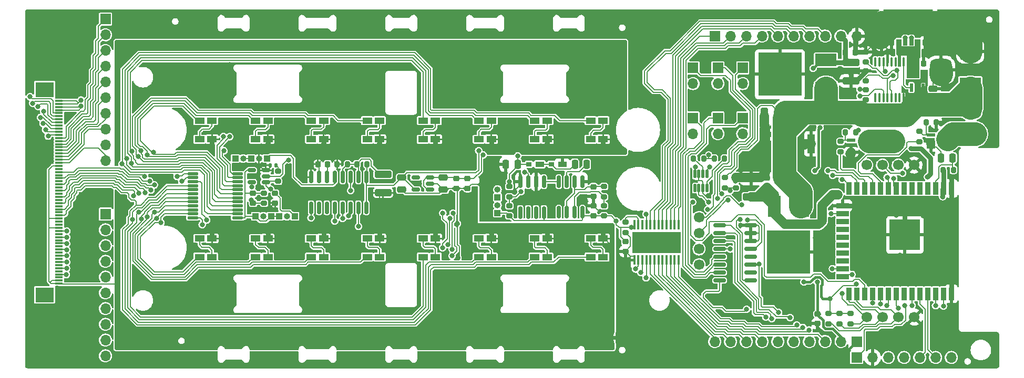
<source format=gtl>
G04 #@! TF.GenerationSoftware,KiCad,Pcbnew,(6.0.5-0)*
G04 #@! TF.CreationDate,2022-06-09T15:38:57+09:00*
G04 #@! TF.ProjectId,qLAMP-main,714c414d-502d-46d6-9169-6e2e6b696361,rev?*
G04 #@! TF.SameCoordinates,Original*
G04 #@! TF.FileFunction,Copper,L1,Top*
G04 #@! TF.FilePolarity,Positive*
%FSLAX46Y46*%
G04 Gerber Fmt 4.6, Leading zero omitted, Abs format (unit mm)*
G04 Created by KiCad (PCBNEW (6.0.5-0)) date 2022-06-09 15:38:57*
%MOMM*%
%LPD*%
G01*
G04 APERTURE LIST*
G04 Aperture macros list*
%AMRoundRect*
0 Rectangle with rounded corners*
0 $1 Rounding radius*
0 $2 $3 $4 $5 $6 $7 $8 $9 X,Y pos of 4 corners*
0 Add a 4 corners polygon primitive as box body*
4,1,4,$2,$3,$4,$5,$6,$7,$8,$9,$2,$3,0*
0 Add four circle primitives for the rounded corners*
1,1,$1+$1,$2,$3*
1,1,$1+$1,$4,$5*
1,1,$1+$1,$6,$7*
1,1,$1+$1,$8,$9*
0 Add four rect primitives between the rounded corners*
20,1,$1+$1,$2,$3,$4,$5,0*
20,1,$1+$1,$4,$5,$6,$7,0*
20,1,$1+$1,$6,$7,$8,$9,0*
20,1,$1+$1,$8,$9,$2,$3,0*%
%AMFreePoly0*
4,1,22,0.500000,-0.750000,0.000000,-0.750000,0.000000,-0.745033,-0.079941,-0.743568,-0.215256,-0.701293,-0.333266,-0.622738,-0.424486,-0.514219,-0.481581,-0.384460,-0.499164,-0.250000,-0.500000,-0.250000,-0.500000,0.250000,-0.499164,0.250000,-0.499963,0.256109,-0.478152,0.396186,-0.417904,0.524511,-0.324060,0.630769,-0.204165,0.706417,-0.067858,0.745374,0.000000,0.744959,0.000000,0.750000,
0.500000,0.750000,0.500000,-0.750000,0.500000,-0.750000,$1*%
%AMFreePoly1*
4,1,20,0.000000,0.744959,0.073905,0.744508,0.209726,0.703889,0.328688,0.626782,0.421226,0.519385,0.479903,0.390333,0.500000,0.250000,0.500000,-0.250000,0.499851,-0.262216,0.476331,-0.402017,0.414519,-0.529596,0.319384,-0.634700,0.198574,-0.708877,0.061801,-0.746166,0.000000,-0.745033,0.000000,-0.750000,-0.500000,-0.750000,-0.500000,0.750000,0.000000,0.750000,0.000000,0.744959,
0.000000,0.744959,$1*%
G04 Aperture macros list end*
G04 #@! TA.AperFunction,NonConductor*
%ADD10C,0.000000*%
G04 #@! TD*
G04 #@! TA.AperFunction,ComponentPad*
%ADD11R,1.700000X1.700000*%
G04 #@! TD*
G04 #@! TA.AperFunction,ComponentPad*
%ADD12O,1.700000X1.700000*%
G04 #@! TD*
G04 #@! TA.AperFunction,ComponentPad*
%ADD13C,2.000000*%
G04 #@! TD*
G04 #@! TA.AperFunction,SMDPad,CuDef*
%ADD14FreePoly0,180.000000*%
G04 #@! TD*
G04 #@! TA.AperFunction,SMDPad,CuDef*
%ADD15FreePoly1,180.000000*%
G04 #@! TD*
G04 #@! TA.AperFunction,SMDPad,CuDef*
%ADD16RoundRect,0.100000X-0.100000X0.637500X-0.100000X-0.637500X0.100000X-0.637500X0.100000X0.637500X0*%
G04 #@! TD*
G04 #@! TA.AperFunction,SMDPad,CuDef*
%ADD17RoundRect,0.150000X0.512500X0.150000X-0.512500X0.150000X-0.512500X-0.150000X0.512500X-0.150000X0*%
G04 #@! TD*
G04 #@! TA.AperFunction,SMDPad,CuDef*
%ADD18RoundRect,0.250000X-0.475000X0.250000X-0.475000X-0.250000X0.475000X-0.250000X0.475000X0.250000X0*%
G04 #@! TD*
G04 #@! TA.AperFunction,SMDPad,CuDef*
%ADD19R,1.219200X3.098800*%
G04 #@! TD*
G04 #@! TA.AperFunction,SMDPad,CuDef*
%ADD20RoundRect,0.225000X-0.250000X0.225000X-0.250000X-0.225000X0.250000X-0.225000X0.250000X0.225000X0*%
G04 #@! TD*
G04 #@! TA.AperFunction,SMDPad,CuDef*
%ADD21RoundRect,0.250000X0.325000X1.100000X-0.325000X1.100000X-0.325000X-1.100000X0.325000X-1.100000X0*%
G04 #@! TD*
G04 #@! TA.AperFunction,SMDPad,CuDef*
%ADD22RoundRect,0.225000X0.225000X0.250000X-0.225000X0.250000X-0.225000X-0.250000X0.225000X-0.250000X0*%
G04 #@! TD*
G04 #@! TA.AperFunction,SMDPad,CuDef*
%ADD23RoundRect,0.250000X-1.100000X0.325000X-1.100000X-0.325000X1.100000X-0.325000X1.100000X0.325000X0*%
G04 #@! TD*
G04 #@! TA.AperFunction,SMDPad,CuDef*
%ADD24RoundRect,0.225000X0.250000X-0.225000X0.250000X0.225000X-0.250000X0.225000X-0.250000X-0.225000X0*%
G04 #@! TD*
G04 #@! TA.AperFunction,SMDPad,CuDef*
%ADD25RoundRect,0.225000X-0.225000X-0.250000X0.225000X-0.250000X0.225000X0.250000X-0.225000X0.250000X0*%
G04 #@! TD*
G04 #@! TA.AperFunction,SMDPad,CuDef*
%ADD26RoundRect,0.111230X0.763770X0.111230X-0.763770X0.111230X-0.763770X-0.111230X0.763770X-0.111230X0*%
G04 #@! TD*
G04 #@! TA.AperFunction,SMDPad,CuDef*
%ADD27RoundRect,0.111665X-0.111665X0.550835X-0.111665X-0.550835X0.111665X-0.550835X0.111665X0.550835X0*%
G04 #@! TD*
G04 #@! TA.AperFunction,SMDPad,CuDef*
%ADD28RoundRect,0.200000X-0.275000X0.200000X-0.275000X-0.200000X0.275000X-0.200000X0.275000X0.200000X0*%
G04 #@! TD*
G04 #@! TA.AperFunction,SMDPad,CuDef*
%ADD29RoundRect,0.200000X-0.200000X-0.275000X0.200000X-0.275000X0.200000X0.275000X-0.200000X0.275000X0*%
G04 #@! TD*
G04 #@! TA.AperFunction,SMDPad,CuDef*
%ADD30RoundRect,0.200000X0.200000X0.275000X-0.200000X0.275000X-0.200000X-0.275000X0.200000X-0.275000X0*%
G04 #@! TD*
G04 #@! TA.AperFunction,SMDPad,CuDef*
%ADD31RoundRect,0.150000X0.825000X0.150000X-0.825000X0.150000X-0.825000X-0.150000X0.825000X-0.150000X0*%
G04 #@! TD*
G04 #@! TA.AperFunction,SMDPad,CuDef*
%ADD32R,1.320800X0.558800*%
G04 #@! TD*
G04 #@! TA.AperFunction,SMDPad,CuDef*
%ADD33R,0.558800X1.320800*%
G04 #@! TD*
G04 #@! TA.AperFunction,SMDPad,CuDef*
%ADD34RoundRect,0.100000X0.100000X-0.687500X0.100000X0.687500X-0.100000X0.687500X-0.100000X-0.687500X0*%
G04 #@! TD*
G04 #@! TA.AperFunction,ComponentPad*
%ADD35C,0.600000*%
G04 #@! TD*
G04 #@! TA.AperFunction,SMDPad,CuDef*
%ADD36R,7.800000X3.400000*%
G04 #@! TD*
G04 #@! TA.AperFunction,SMDPad,CuDef*
%ADD37RoundRect,0.250000X0.250000X0.475000X-0.250000X0.475000X-0.250000X-0.475000X0.250000X-0.475000X0*%
G04 #@! TD*
G04 #@! TA.AperFunction,SMDPad,CuDef*
%ADD38RoundRect,0.250000X1.100000X-0.325000X1.100000X0.325000X-1.100000X0.325000X-1.100000X-0.325000X0*%
G04 #@! TD*
G04 #@! TA.AperFunction,ComponentPad*
%ADD39R,3.500000X3.500000*%
G04 #@! TD*
G04 #@! TA.AperFunction,ComponentPad*
%ADD40RoundRect,0.750000X-1.000000X0.750000X-1.000000X-0.750000X1.000000X-0.750000X1.000000X0.750000X0*%
G04 #@! TD*
G04 #@! TA.AperFunction,ComponentPad*
%ADD41RoundRect,0.875000X-0.875000X0.875000X-0.875000X-0.875000X0.875000X-0.875000X0.875000X0.875000X0*%
G04 #@! TD*
G04 #@! TA.AperFunction,SMDPad,CuDef*
%ADD42R,1.600000X1.000000*%
G04 #@! TD*
G04 #@! TA.AperFunction,SMDPad,CuDef*
%ADD43RoundRect,0.200000X0.275000X-0.200000X0.275000X0.200000X-0.275000X0.200000X-0.275000X-0.200000X0*%
G04 #@! TD*
G04 #@! TA.AperFunction,SMDPad,CuDef*
%ADD44RoundRect,0.150000X-0.150000X0.825000X-0.150000X-0.825000X0.150000X-0.825000X0.150000X0.825000X0*%
G04 #@! TD*
G04 #@! TA.AperFunction,ComponentPad*
%ADD45C,1.700000*%
G04 #@! TD*
G04 #@! TA.AperFunction,SMDPad,CuDef*
%ADD46R,1.397000X0.889000*%
G04 #@! TD*
G04 #@! TA.AperFunction,SMDPad,CuDef*
%ADD47R,0.863600X0.762000*%
G04 #@! TD*
G04 #@! TA.AperFunction,SMDPad,CuDef*
%ADD48RoundRect,0.035000X0.315000X0.465000X-0.315000X0.465000X-0.315000X-0.465000X0.315000X-0.465000X0*%
G04 #@! TD*
G04 #@! TA.AperFunction,SMDPad,CuDef*
%ADD49RoundRect,0.040000X0.360000X0.460000X-0.360000X0.460000X-0.360000X-0.460000X0.360000X-0.460000X0*%
G04 #@! TD*
G04 #@! TA.AperFunction,ComponentPad*
%ADD50O,1.000000X1.800000*%
G04 #@! TD*
G04 #@! TA.AperFunction,SMDPad,CuDef*
%ADD51RoundRect,0.250000X0.475000X-0.250000X0.475000X0.250000X-0.475000X0.250000X-0.475000X-0.250000X0*%
G04 #@! TD*
G04 #@! TA.AperFunction,SMDPad,CuDef*
%ADD52R,0.900000X2.000000*%
G04 #@! TD*
G04 #@! TA.AperFunction,SMDPad,CuDef*
%ADD53R,2.000000X0.900000*%
G04 #@! TD*
G04 #@! TA.AperFunction,SMDPad,CuDef*
%ADD54R,5.000000X5.000000*%
G04 #@! TD*
G04 #@! TA.AperFunction,SMDPad,CuDef*
%ADD55RoundRect,0.140000X0.140000X0.170000X-0.140000X0.170000X-0.140000X-0.170000X0.140000X-0.170000X0*%
G04 #@! TD*
G04 #@! TA.AperFunction,SMDPad,CuDef*
%ADD56RoundRect,0.250000X-0.250000X-0.475000X0.250000X-0.475000X0.250000X0.475000X-0.250000X0.475000X0*%
G04 #@! TD*
G04 #@! TA.AperFunction,SMDPad,CuDef*
%ADD57R,3.500000X2.000000*%
G04 #@! TD*
G04 #@! TA.AperFunction,SMDPad,CuDef*
%ADD58R,7.000000X7.000000*%
G04 #@! TD*
G04 #@! TA.AperFunction,SMDPad,CuDef*
%ADD59R,2.000000X3.500000*%
G04 #@! TD*
G04 #@! TA.AperFunction,ComponentPad*
%ADD60R,1.000000X1.000000*%
G04 #@! TD*
G04 #@! TA.AperFunction,SMDPad,CuDef*
%ADD61R,3.000000X2.400000*%
G04 #@! TD*
G04 #@! TA.AperFunction,SMDPad,CuDef*
%ADD62R,1.250000X0.300000*%
G04 #@! TD*
G04 #@! TA.AperFunction,ComponentPad*
%ADD63O,1.000000X1.000000*%
G04 #@! TD*
G04 #@! TA.AperFunction,ViaPad*
%ADD64C,0.800000*%
G04 #@! TD*
G04 #@! TA.AperFunction,Conductor*
%ADD65C,0.210820*%
G04 #@! TD*
G04 #@! TA.AperFunction,Conductor*
%ADD66C,0.381000*%
G04 #@! TD*
G04 #@! TA.AperFunction,Conductor*
%ADD67C,1.524000*%
G04 #@! TD*
G04 #@! TA.AperFunction,Conductor*
%ADD68C,0.762000*%
G04 #@! TD*
G04 #@! TA.AperFunction,Conductor*
%ADD69C,0.203200*%
G04 #@! TD*
G04 #@! TA.AperFunction,Conductor*
%ADD70C,3.810000*%
G04 #@! TD*
G04 APERTURE END LIST*
D10*
G36*
X193220000Y-78960000D02*
G01*
X193310000Y-79040000D01*
X195260000Y-79040000D01*
X195360000Y-78920000D01*
X195360000Y-77870000D01*
X196240000Y-77870000D01*
X196240000Y-80780000D01*
X196060000Y-80950000D01*
X196060000Y-84150000D01*
X194040000Y-84150000D01*
X194040000Y-80530000D01*
X193170000Y-80530000D01*
X193170000Y-82280000D01*
X192620000Y-82290000D01*
X192620000Y-80530000D01*
X192380000Y-80310000D01*
X192380000Y-77870000D01*
X193220000Y-77870000D01*
X193220000Y-78960000D01*
G37*
G36*
X147250000Y-126300000D02*
G01*
X146750000Y-126300000D01*
X146750000Y-125700000D01*
X147250000Y-125700000D01*
X147250000Y-126300000D01*
G37*
D11*
X65000000Y-106075000D03*
D12*
X65000000Y-108615000D03*
X65000000Y-111155000D03*
X65000000Y-113695000D03*
X65000000Y-116235000D03*
X65000000Y-118775000D03*
X65000000Y-121315000D03*
X65000000Y-123855000D03*
X65000000Y-126395000D03*
X65000000Y-128935000D03*
D11*
X64999997Y-74619993D03*
D12*
X64999997Y-77159993D03*
X64999997Y-79699993D03*
X64999997Y-82239993D03*
X64999997Y-84779993D03*
X64999997Y-87319993D03*
X64999997Y-89859993D03*
X64999997Y-92399993D03*
X64999997Y-94939993D03*
X64999997Y-97479993D03*
D13*
X205069999Y-89680009D03*
X205069999Y-93180009D03*
D14*
X147650000Y-126000000D03*
D15*
X146350000Y-126000000D03*
D16*
X193553292Y-81537300D03*
X192903292Y-81537300D03*
X192253292Y-81537300D03*
X191603292Y-81537300D03*
X190953292Y-81537300D03*
X190303292Y-81537300D03*
X189653292Y-81537300D03*
X189003292Y-81537300D03*
X189003292Y-87262300D03*
X189653292Y-87262300D03*
X190303292Y-87262300D03*
X190953292Y-87262300D03*
X191603292Y-87262300D03*
X192253292Y-87262300D03*
X192903292Y-87262300D03*
X193553292Y-87262300D03*
D17*
X117237500Y-102100000D03*
X117237500Y-101150000D03*
X117237500Y-100200000D03*
X114962500Y-100200000D03*
X114962500Y-102100000D03*
D18*
X119430000Y-100200000D03*
X119430000Y-102100000D03*
D19*
X178680000Y-89627300D03*
X178680000Y-94732700D03*
D20*
X121500000Y-100375000D03*
X121500000Y-101925000D03*
D21*
X174055000Y-90250000D03*
X171105000Y-90250000D03*
D22*
X173365000Y-93260000D03*
X171815000Y-93260000D03*
D23*
X185070000Y-81655000D03*
X185070000Y-84605000D03*
D24*
X171510000Y-101785000D03*
X171510000Y-100235000D03*
D18*
X112700000Y-100200000D03*
X112700000Y-102100000D03*
D25*
X195195000Y-81780000D03*
X196745000Y-81780000D03*
D23*
X109720000Y-99675000D03*
X109720000Y-102625000D03*
D13*
X191850000Y-90800000D03*
X191850000Y-94300000D03*
D26*
X86295999Y-106695011D03*
X86295999Y-106045013D03*
X86295999Y-105395012D03*
X86295999Y-104745012D03*
X86295999Y-104095012D03*
X86295999Y-103445012D03*
X86295999Y-102795012D03*
X86295999Y-102145012D03*
X86295999Y-101495012D03*
X86295999Y-100845012D03*
X86295999Y-100195011D03*
X86295999Y-99545013D03*
X79095999Y-99545013D03*
X79095999Y-100195011D03*
X79095999Y-100845012D03*
X79095999Y-101495012D03*
X79095999Y-102145012D03*
X79095999Y-102795012D03*
X79095999Y-103445012D03*
X79095999Y-104095012D03*
X79095999Y-104745012D03*
X79095999Y-105395012D03*
X79095999Y-106045013D03*
X79095999Y-106695011D03*
D20*
X92336000Y-102725000D03*
X92336000Y-104275000D03*
X179705000Y-122161000D03*
X179705000Y-123711000D03*
D24*
X88780000Y-104275000D03*
X88780000Y-102725000D03*
D27*
X161861750Y-99600653D03*
X161211750Y-99600653D03*
X160561750Y-99600653D03*
X159911750Y-99600653D03*
X159911750Y-101875653D03*
X160561750Y-101875653D03*
X161211750Y-101875653D03*
X161861750Y-101875653D03*
D17*
X90833502Y-100910012D03*
X90833502Y-99960012D03*
X90833502Y-99010012D03*
X88558502Y-99010012D03*
X88558502Y-100910012D03*
D28*
X90558000Y-102675000D03*
X90558000Y-104325000D03*
D29*
X163061000Y-97110005D03*
X164711000Y-97110005D03*
D30*
X161381000Y-97110000D03*
X159731000Y-97110000D03*
D31*
X168886000Y-116780000D03*
X168886000Y-115510000D03*
X168886000Y-114240000D03*
X168886000Y-112970000D03*
X168886000Y-111700000D03*
X168886000Y-110430000D03*
X168886000Y-109160000D03*
X168886000Y-107890000D03*
X163936000Y-107890000D03*
X163936000Y-109160000D03*
X163936000Y-110430000D03*
X163936000Y-111700000D03*
X163936000Y-112970000D03*
X163936000Y-114240000D03*
X163936000Y-115510000D03*
X163936000Y-116780000D03*
D20*
X123300000Y-100375000D03*
X123300000Y-101925000D03*
D32*
X197927800Y-93340200D03*
X197927800Y-95219800D03*
X200112200Y-94280000D03*
X185087800Y-94180200D03*
X185087800Y-96059800D03*
X187272200Y-95120000D03*
D33*
X194820200Y-85652200D03*
X196699800Y-85652200D03*
X195760000Y-83467800D03*
D34*
X150181000Y-113492500D03*
X150831000Y-113492500D03*
X151481000Y-113492500D03*
X152131000Y-113492500D03*
X152781000Y-113492500D03*
X153431000Y-113492500D03*
X154081000Y-113492500D03*
X154731000Y-113492500D03*
X155381000Y-113492500D03*
X156031000Y-113492500D03*
X156681000Y-113492500D03*
X157331000Y-113492500D03*
X157331000Y-107767500D03*
X156681000Y-107767500D03*
X156031000Y-107767500D03*
X155381000Y-107767500D03*
X154731000Y-107767500D03*
X154081000Y-107767500D03*
X153431000Y-107767500D03*
X152781000Y-107767500D03*
X152131000Y-107767500D03*
X151481000Y-107767500D03*
X150831000Y-107767500D03*
X150181000Y-107767500D03*
D35*
X155706000Y-111930000D03*
X150506000Y-110630000D03*
X151806000Y-109330000D03*
X150506000Y-111930000D03*
X153106000Y-110630000D03*
X155706000Y-109330000D03*
X151806000Y-111930000D03*
X154406000Y-111930000D03*
X154406000Y-109330000D03*
X153106000Y-109330000D03*
X151806000Y-110630000D03*
X157006000Y-111930000D03*
D36*
X153756000Y-110630000D03*
D35*
X153106000Y-111930000D03*
X154406000Y-110630000D03*
X155706000Y-110630000D03*
X157006000Y-110630000D03*
X150506000Y-109330000D03*
X157006000Y-109330000D03*
D28*
X164749988Y-100175001D03*
X164749988Y-101825001D03*
D37*
X201475000Y-97020000D03*
X199575000Y-97020000D03*
D11*
X167646956Y-90579052D03*
D12*
X167646956Y-93119052D03*
D11*
X159646956Y-90579052D03*
D12*
X159646956Y-93119052D03*
D11*
X167646956Y-82479052D03*
D12*
X167646956Y-85019052D03*
D11*
X163646956Y-82479052D03*
D12*
X163646956Y-85019052D03*
D11*
X159646956Y-82479052D03*
D12*
X159646956Y-85019052D03*
D11*
X163646956Y-90579052D03*
D12*
X163646956Y-93119052D03*
D30*
X198845000Y-91305000D03*
X197195000Y-91305000D03*
X185815000Y-92860000D03*
X184165000Y-92860000D03*
D28*
X187500006Y-79896200D03*
X187500006Y-81546200D03*
X187500006Y-82944200D03*
X187500006Y-84594200D03*
X196100000Y-92745000D03*
X196100000Y-94395000D03*
X183390000Y-94365000D03*
X183390000Y-96015000D03*
X148756005Y-107394991D03*
X148756005Y-109044991D03*
D30*
X201575000Y-98940000D03*
X199925000Y-98940000D03*
D28*
X187500006Y-85992200D03*
X187500006Y-87642200D03*
D20*
X148756005Y-110515012D03*
X148756005Y-112065012D03*
D38*
X169010000Y-103295000D03*
X169010000Y-100345000D03*
D25*
X184185000Y-80010000D03*
X185735000Y-80010000D03*
D39*
X204295792Y-85809800D03*
D40*
X204295792Y-79809800D03*
D41*
X199595792Y-82809800D03*
D42*
X107157211Y-91002066D03*
X107157211Y-94002066D03*
D43*
X181483000Y-123761000D03*
X181483000Y-122111000D03*
D42*
X134157211Y-113001633D03*
X134157211Y-110001633D03*
D43*
X145280000Y-103284996D03*
X145280000Y-101634996D03*
D44*
X141835000Y-100825000D03*
X140565000Y-100825000D03*
X139295000Y-100825000D03*
X138025000Y-100825000D03*
X138025000Y-105775000D03*
X139295000Y-105775000D03*
X140565000Y-105775000D03*
X141835000Y-105775000D03*
D42*
X89157211Y-91002066D03*
X89157211Y-94002066D03*
D43*
X145280000Y-106365000D03*
X145280000Y-104715000D03*
D37*
X131390000Y-98040000D03*
X129490000Y-98040000D03*
D42*
X134157211Y-91002066D03*
X134157211Y-94002066D03*
D28*
X130060002Y-101634987D03*
X130060002Y-103284987D03*
D42*
X127157211Y-113001633D03*
X127157211Y-110001633D03*
X136157211Y-91002066D03*
X136157211Y-94002066D03*
X143157211Y-91002066D03*
X143157211Y-94002066D03*
X100157211Y-113001633D03*
X100157211Y-110001633D03*
D45*
X187611003Y-98175006D03*
X190151003Y-98175006D03*
X192691003Y-98175006D03*
X195231003Y-98175006D03*
X187611003Y-122675006D03*
X190151003Y-122675006D03*
X192691003Y-122675006D03*
X195231003Y-122675006D03*
X160611003Y-106615006D03*
X160611003Y-109155006D03*
X160611003Y-111695006D03*
X160611003Y-114235006D03*
D46*
X134959300Y-98040000D03*
D47*
X133194000Y-98040000D03*
D42*
X100157211Y-91002066D03*
X100157211Y-94002066D03*
D43*
X185039000Y-123761000D03*
X185039000Y-122111000D03*
D46*
X138589300Y-98040000D03*
D47*
X136824000Y-98040000D03*
D28*
X130060002Y-104714991D03*
X130060002Y-106364991D03*
D44*
X135615000Y-100855000D03*
X134345000Y-100855000D03*
X133075000Y-100855000D03*
X131805000Y-100855000D03*
X131805000Y-105805000D03*
X133075000Y-105805000D03*
X134345000Y-105805000D03*
X135615000Y-105805000D03*
D42*
X125157211Y-113001633D03*
X125157211Y-110001633D03*
X116157211Y-113001633D03*
X116157211Y-110001633D03*
D48*
X194788282Y-78419792D03*
X192788282Y-78419792D03*
D49*
X191588282Y-78419792D03*
D48*
X193788282Y-78419792D03*
X195788282Y-78419792D03*
D49*
X196988282Y-78419792D03*
D50*
X198608282Y-78419792D03*
X198608282Y-74619792D03*
X189968282Y-78419792D03*
X189968282Y-74619792D03*
D44*
X107000000Y-105045000D03*
X105730000Y-105045000D03*
X104460000Y-105045000D03*
X103190000Y-105045000D03*
X101920000Y-105045000D03*
X100650000Y-105045000D03*
X99380000Y-105045000D03*
X98110000Y-105045000D03*
X98110000Y-100095000D03*
X99380000Y-100095000D03*
X100650000Y-100095000D03*
X101920000Y-100095000D03*
X103190000Y-100095000D03*
X104460000Y-100095000D03*
X105730000Y-100095000D03*
X107000000Y-100095000D03*
D11*
X186001000Y-126628000D03*
D12*
X183461000Y-126628000D03*
X180921000Y-126628000D03*
X178381000Y-126628000D03*
X175841000Y-126628000D03*
X173301000Y-126628000D03*
X170761000Y-126628000D03*
X168221000Y-126628000D03*
X165681000Y-126628000D03*
X163141000Y-126628000D03*
D42*
X82157211Y-113001633D03*
X82157211Y-110001633D03*
X118157211Y-113001633D03*
X118157211Y-110001633D03*
X109157211Y-113001633D03*
X109157211Y-110001633D03*
D30*
X103980000Y-98020002D03*
X102330000Y-98020002D03*
D42*
X118157211Y-91002066D03*
X118157211Y-94002066D03*
X109157211Y-91002066D03*
X109157211Y-94002066D03*
X80157211Y-91002066D03*
X80157211Y-94002066D03*
X98157211Y-113001633D03*
X98157211Y-110001633D03*
D51*
X198308292Y-87719800D03*
X198308292Y-85819800D03*
D52*
X201261000Y-101920000D03*
X199991000Y-101920000D03*
X198721000Y-101920000D03*
X197451000Y-101920000D03*
X196181000Y-101920000D03*
X194911000Y-101920000D03*
X193641000Y-101920000D03*
X192371000Y-101920000D03*
X191101000Y-101920000D03*
X189831000Y-101920000D03*
X188561000Y-101920000D03*
X187291000Y-101920000D03*
X186021000Y-101920000D03*
X184751000Y-101920000D03*
D53*
X183751000Y-104705000D03*
X183751000Y-105975000D03*
X183751000Y-107245000D03*
X183751000Y-108515000D03*
X183751000Y-109785000D03*
X183751000Y-111055000D03*
X183751000Y-112325000D03*
X183751000Y-113595000D03*
X183751000Y-114865000D03*
X183751000Y-116135000D03*
D52*
X184751000Y-118920000D03*
X186021000Y-118920000D03*
X187291000Y-118920000D03*
X188561000Y-118920000D03*
X189831000Y-118920000D03*
X191101000Y-118920000D03*
X192371000Y-118920000D03*
X193641000Y-118920000D03*
X194911000Y-118920000D03*
X196181000Y-118920000D03*
X197451000Y-118920000D03*
X198721000Y-118920000D03*
X199991000Y-118920000D03*
X201261000Y-118920000D03*
D54*
X193761000Y-109420000D03*
D42*
X80157211Y-113001633D03*
X80157211Y-110001633D03*
D20*
X143610013Y-101684987D03*
X143610013Y-103234987D03*
D11*
X186000993Y-129200000D03*
D12*
X188540993Y-129200000D03*
X191080993Y-129200000D03*
X193620993Y-129200000D03*
X196160993Y-129200000D03*
X198701000Y-129199996D03*
X201240993Y-129200000D03*
D43*
X166527988Y-101825001D03*
X166527988Y-100175001D03*
D42*
X91157211Y-113001633D03*
X91157211Y-110001633D03*
X127157211Y-91002066D03*
X127157211Y-94002066D03*
D55*
X92470000Y-98180000D03*
X91510000Y-98180000D03*
D42*
X89157211Y-113001633D03*
X89157211Y-110001633D03*
D56*
X140600000Y-98040000D03*
X142500000Y-98040000D03*
D11*
X163141000Y-77372000D03*
D12*
X165681000Y-77372000D03*
X168221000Y-77372000D03*
X170761000Y-77372000D03*
X173301000Y-77372000D03*
X175841000Y-77372000D03*
X178381000Y-77372000D03*
X180921000Y-77372000D03*
X183461000Y-77372000D03*
X186001000Y-77372000D03*
D42*
X125157211Y-91002066D03*
X125157211Y-94002066D03*
D22*
X100785000Y-98020002D03*
X99235000Y-98020002D03*
D24*
X143610001Y-106315000D03*
X143610001Y-104765000D03*
D42*
X145157211Y-113001633D03*
X145157211Y-110001633D03*
D28*
X92776006Y-99135012D03*
X92776006Y-100785012D03*
D43*
X183261000Y-123761000D03*
X183261000Y-122111000D03*
D57*
X181045000Y-85810000D03*
X181045000Y-81230000D03*
D58*
X173645000Y-83510000D03*
D42*
X116157211Y-91002066D03*
X116157211Y-94002066D03*
D30*
X107125000Y-98020002D03*
X105475000Y-98020002D03*
D59*
X177290000Y-104795000D03*
X172710000Y-104795000D03*
D58*
X174990000Y-112195000D03*
D42*
X91157211Y-91002066D03*
X91157211Y-94002066D03*
X145157211Y-91002066D03*
X145157211Y-94002066D03*
X82157211Y-91002066D03*
X82157211Y-94002066D03*
X107157211Y-113001633D03*
X107157211Y-110001633D03*
X98157211Y-91002066D03*
X98157211Y-94002066D03*
X143157211Y-113001633D03*
X143157211Y-110001633D03*
X136157211Y-113001633D03*
X136157211Y-110001633D03*
D60*
X89155998Y-106419994D03*
X95506007Y-106420006D03*
D61*
X55195002Y-119089995D03*
X55195002Y-85989995D03*
D62*
X57520002Y-117289995D03*
X57520002Y-116789995D03*
X57520002Y-116289995D03*
X57520002Y-115789995D03*
X57520002Y-115289995D03*
X57520002Y-114789995D03*
X57520002Y-114289995D03*
X57520002Y-113789995D03*
X57520002Y-113289995D03*
X57520002Y-112789995D03*
X57520002Y-112289995D03*
X57520002Y-111789995D03*
X57520002Y-111289995D03*
X57520002Y-110789995D03*
X57520002Y-110289995D03*
X57520002Y-109789995D03*
X57520002Y-109289995D03*
X57520002Y-108789995D03*
X57520002Y-108289995D03*
X57520002Y-107789995D03*
X57520002Y-107289995D03*
X57520002Y-106789995D03*
X57520002Y-106289995D03*
X57520002Y-105789995D03*
X57520002Y-105289995D03*
X57520002Y-104789995D03*
X57520002Y-104289995D03*
X57520002Y-103789995D03*
X57520002Y-103289995D03*
X57520002Y-102789995D03*
X57520002Y-102289995D03*
X57520002Y-101789995D03*
X57520002Y-101289995D03*
X57520002Y-100789995D03*
X57520002Y-100289995D03*
X57520002Y-99789995D03*
X57520002Y-99289995D03*
X57520002Y-98789995D03*
X57520002Y-98289995D03*
X57520002Y-97789995D03*
X57520002Y-97289995D03*
X57520002Y-96789995D03*
X57520002Y-96289995D03*
X57520002Y-95789995D03*
X57520002Y-95289995D03*
X57520002Y-94789995D03*
X57520002Y-94289995D03*
X57520002Y-93789995D03*
X57520002Y-93289995D03*
X57520002Y-92789995D03*
X57520002Y-92289995D03*
X57520002Y-91789995D03*
X57520002Y-91289995D03*
X57520002Y-90789995D03*
X57520002Y-90289995D03*
X57520002Y-89789995D03*
X57520002Y-89289995D03*
X57520002Y-88789995D03*
X57520002Y-88289995D03*
X57520002Y-87789995D03*
D60*
X90996000Y-97110005D03*
X85916000Y-97110005D03*
D63*
X87186000Y-97110005D03*
D60*
X91695998Y-106419994D03*
D63*
X90425998Y-106419994D03*
D60*
X92965998Y-106419994D03*
D63*
X94235998Y-106419994D03*
D60*
X88456000Y-97110005D03*
D63*
X89726000Y-97110005D03*
D60*
X128135000Y-105910000D03*
D63*
X128135000Y-104640000D03*
D60*
X128135000Y-103370000D03*
D63*
X128135000Y-102100000D03*
D64*
X177890000Y-99700000D03*
X123360000Y-104750000D03*
X120510000Y-96880000D03*
X124090000Y-103080000D03*
X122630000Y-106340000D03*
X120800000Y-104650000D03*
X118520000Y-103530000D03*
X116630000Y-105500000D03*
X114360000Y-103570000D03*
X112220000Y-105520000D03*
X110120000Y-103890000D03*
X115540000Y-101150000D03*
X124280000Y-98590000D03*
X123260000Y-96280000D03*
X119520000Y-98530000D03*
X117020000Y-96650000D03*
X114240000Y-98550000D03*
X111760000Y-96520000D03*
X105930000Y-102660000D03*
X108100000Y-103910000D03*
X108950000Y-98080000D03*
X105490000Y-96710000D03*
X102580000Y-96610000D03*
X103620000Y-103350000D03*
X99000000Y-103180000D03*
X100620000Y-102170000D03*
X98610000Y-96810000D03*
X96720000Y-98930000D03*
X95100000Y-101230000D03*
X96070000Y-104180000D03*
X100220000Y-106850000D03*
X96990000Y-107060000D03*
X96740000Y-102160000D03*
X93910000Y-104840000D03*
X94390000Y-99100000D03*
X93470000Y-101860000D03*
X58280000Y-129800000D03*
X63250000Y-129910000D03*
X52950000Y-129170000D03*
X65770000Y-102800000D03*
X63020000Y-105060000D03*
X62600000Y-102680000D03*
X62940000Y-107880000D03*
X64040000Y-109960000D03*
X61380000Y-114730000D03*
X61580000Y-112360000D03*
X62440000Y-116420000D03*
X59650000Y-116520000D03*
X62140000Y-118310000D03*
X58970000Y-122840000D03*
X61850000Y-120860000D03*
X60800000Y-125180000D03*
X56260000Y-125280000D03*
X56450000Y-121160000D03*
X57360000Y-118140000D03*
X56240000Y-97470000D03*
X56260000Y-94540000D03*
X52920000Y-86000000D03*
X58970000Y-90190000D03*
X59920000Y-86930000D03*
X60520000Y-81360000D03*
X60760000Y-76290000D03*
X55820000Y-76630000D03*
X55890000Y-81290000D03*
X57860000Y-85120000D03*
X58270000Y-74280000D03*
X53510000Y-78460000D03*
X62600000Y-78480000D03*
X61660000Y-83670000D03*
X58100000Y-78430000D03*
X53460000Y-83270000D03*
X53730000Y-74330000D03*
X62600000Y-73930000D03*
X179310000Y-101160000D03*
X182220000Y-97160000D03*
X181916000Y-105970000D03*
X179390000Y-114620000D03*
X179350000Y-109860000D03*
X177504864Y-117035707D03*
X176652669Y-107722669D03*
X185700000Y-108220000D03*
X69481520Y-103111506D03*
X69359077Y-106927206D03*
X70407896Y-102727787D03*
X70392579Y-105745210D03*
X71406027Y-102632151D03*
X70775308Y-106878771D03*
X71760533Y-106478380D03*
X72317402Y-102214049D03*
X72878350Y-105762525D03*
X72872817Y-101379228D03*
X73230982Y-106730982D03*
X72106064Y-100733085D03*
X73940000Y-107440000D03*
X71322086Y-100024975D03*
X58706893Y-115827595D03*
X72780000Y-96105430D03*
X71710000Y-96518969D03*
X58729529Y-114825148D03*
X70682644Y-95867217D03*
X58739979Y-113822499D03*
X70269095Y-96793593D03*
X58748314Y-112819831D03*
X69266413Y-95939203D03*
X58772515Y-111817420D03*
X58756495Y-110814845D03*
X69147445Y-97857426D03*
X68439335Y-97134033D03*
X58790000Y-109812703D03*
X58790000Y-108810000D03*
X67670000Y-97980000D03*
X61066072Y-87679981D03*
X61066072Y-88682681D03*
X55769350Y-93502436D03*
X55355810Y-92490000D03*
X54942270Y-91459626D03*
X54528730Y-90490000D03*
X55051690Y-89470000D03*
X54153974Y-88711892D03*
X53288110Y-88206231D03*
X52840000Y-87150000D03*
X152072890Y-106070678D03*
X182086000Y-114870000D03*
X145580000Y-111170000D03*
X145146000Y-94840000D03*
X116870000Y-80760000D03*
X89580000Y-115080000D03*
X84780000Y-96730000D03*
X139150000Y-114760000D03*
X142310000Y-92500000D03*
X112510000Y-79180000D03*
X118250000Y-88500000D03*
X98310000Y-114680000D03*
X114206000Y-109030000D03*
X128020000Y-85120000D03*
X133130000Y-92620000D03*
X100146000Y-109030000D03*
X85720000Y-91040000D03*
X140570000Y-122060000D03*
X100870000Y-85450000D03*
X76790000Y-107980000D03*
X125540000Y-115080000D03*
X103330000Y-90090000D03*
X97850000Y-79290000D03*
X137160000Y-92700000D03*
X104890000Y-121730000D03*
X113450000Y-82100000D03*
X102840000Y-114780000D03*
X90610000Y-79070000D03*
X130740000Y-112850000D03*
X124890000Y-117140000D03*
X109710000Y-92840000D03*
X81730000Y-85640000D03*
X69890000Y-115290000D03*
X97390000Y-118430000D03*
X136086000Y-94840000D03*
X118460000Y-115800000D03*
X105940000Y-86910000D03*
X115690000Y-92260000D03*
X72920000Y-82170000D03*
X139200000Y-109860000D03*
X84470000Y-79070000D03*
X77500000Y-121640000D03*
X109260000Y-114530000D03*
X118146000Y-109030000D03*
X121820000Y-122420000D03*
X109400000Y-89660000D03*
X84990000Y-81990000D03*
X109066000Y-94840000D03*
X140060000Y-85160000D03*
X75170000Y-100540000D03*
X125350000Y-89020000D03*
X80570000Y-119780000D03*
X73040000Y-121920000D03*
X78700000Y-91140000D03*
X98170000Y-121910000D03*
X91116000Y-109030000D03*
X124190000Y-80550000D03*
X128180000Y-122340000D03*
X103030000Y-118590000D03*
X142920000Y-120540000D03*
X127166000Y-94840000D03*
X134040000Y-80470000D03*
X87716000Y-107610000D03*
X145156000Y-109040000D03*
X72920000Y-117790000D03*
X89440000Y-88970000D03*
X118176000Y-94840000D03*
X96680000Y-96272480D03*
X109106000Y-109030000D03*
X74940000Y-106920000D03*
X114290000Y-90880000D03*
X76630000Y-84070000D03*
X91511430Y-104954024D03*
X77200000Y-125040000D03*
X82176000Y-109030000D03*
X84900000Y-88560000D03*
X124490000Y-92260000D03*
X80580000Y-124830000D03*
X145010000Y-118510000D03*
X112920000Y-113080000D03*
X142630000Y-115810000D03*
X84740000Y-117130000D03*
X138740000Y-90220000D03*
X93750000Y-124880000D03*
X79280000Y-87580000D03*
X71090000Y-79020000D03*
X110080000Y-121830000D03*
X104290000Y-82130000D03*
X136216000Y-109030000D03*
X104980000Y-114850000D03*
X97670000Y-82240000D03*
X145280000Y-122260000D03*
X109290000Y-84670000D03*
X121740000Y-90980000D03*
X127860000Y-92660000D03*
X134210000Y-114610000D03*
X100230000Y-118450000D03*
X103080000Y-121880000D03*
X91126000Y-94840000D03*
X68160000Y-123400000D03*
X98020000Y-88880000D03*
X77640000Y-117600000D03*
X87010000Y-124890000D03*
X67820000Y-81360000D03*
X107320000Y-118450000D03*
X113466000Y-94841020D03*
X127076000Y-109030000D03*
X82166000Y-94860000D03*
X81060000Y-121650000D03*
X69850000Y-88760000D03*
X142910000Y-89280000D03*
X137400000Y-111950000D03*
X134060000Y-89300000D03*
X130780000Y-91010000D03*
X118660000Y-92760000D03*
X68200000Y-126670000D03*
X77600000Y-79070000D03*
X106520000Y-92430000D03*
X94610000Y-90950000D03*
X145420000Y-114590000D03*
X84500000Y-107090000D03*
X102740000Y-124800000D03*
X97270000Y-92510000D03*
X83040000Y-92200000D03*
X104640000Y-79050000D03*
X122880000Y-85220000D03*
X115920000Y-124330000D03*
X141630000Y-112140000D03*
X144660000Y-84600000D03*
X118420000Y-84200000D03*
X91720000Y-92620000D03*
X72150000Y-86250000D03*
X140100000Y-118340000D03*
X121890000Y-119020000D03*
X118280000Y-121140000D03*
X100126000Y-94840000D03*
X112820000Y-93570000D03*
X139810000Y-92140000D03*
X88410000Y-92340000D03*
X75650000Y-126920000D03*
X147360000Y-79570000D03*
X72330000Y-125320000D03*
X128010000Y-118720000D03*
X80940000Y-115460000D03*
X84720000Y-120530000D03*
X121990000Y-115520000D03*
X78230000Y-94390000D03*
X100420000Y-92860000D03*
X80581346Y-107758760D03*
X159993887Y-98440263D03*
X168275911Y-121410065D03*
X199850000Y-103260000D03*
X194771240Y-95481696D03*
X197401788Y-100058212D03*
X88566000Y-101672300D03*
X181726000Y-119687126D03*
X182950000Y-102930000D03*
X105760000Y-108046300D03*
X147281000Y-107175000D03*
X149686000Y-108210000D03*
X185970000Y-117317298D03*
X125117879Y-95843700D03*
X162170000Y-96550000D03*
X91586000Y-102020000D03*
X84090103Y-95851320D03*
X130060002Y-100809998D03*
X81310000Y-107040000D03*
X131400000Y-96670780D03*
X162161645Y-104118312D03*
X181390000Y-99071859D03*
X199966000Y-120890000D03*
X76556000Y-100002890D03*
X175277030Y-122757506D03*
X77286000Y-100780000D03*
X198696000Y-120850000D03*
X194916000Y-120790000D03*
X172323445Y-122914030D03*
X84998252Y-93590068D03*
X191975273Y-100310000D03*
X165620000Y-102260000D03*
X120147289Y-110980171D03*
X190816000Y-120808775D03*
X193406733Y-99481985D03*
X103200000Y-106786689D03*
X120454814Y-106786689D03*
X83996000Y-93560000D03*
X192752408Y-121223602D03*
X171348522Y-122679645D03*
X120974380Y-105929098D03*
X189846156Y-120528649D03*
X104154436Y-106373149D03*
X120855399Y-111735233D03*
X119339520Y-105899129D03*
X170286000Y-114170000D03*
X162350888Y-98468681D03*
X104490000Y-102250000D03*
X173430144Y-121930426D03*
X119296000Y-111510000D03*
X186520000Y-85980000D03*
X165591000Y-111715000D03*
X162004597Y-105295481D03*
X167198065Y-106911149D03*
X163577876Y-103594085D03*
X168376000Y-106987300D03*
X164293606Y-102814760D03*
X191907567Y-83775288D03*
X193785589Y-77672020D03*
X192418792Y-82874441D03*
X194788292Y-77672020D03*
X139650000Y-76900000D03*
X173460000Y-74550000D03*
X189750000Y-115660000D03*
X203264246Y-77155754D03*
X187110000Y-78820000D03*
X136170000Y-129140000D03*
X190645000Y-76645000D03*
X184900000Y-96570000D03*
X119170000Y-76970000D03*
X171290000Y-92050000D03*
X89240000Y-129180000D03*
X165580000Y-114900000D03*
X185830000Y-106110000D03*
X109040000Y-75130000D03*
X112530000Y-130180000D03*
X165690000Y-93990000D03*
X197255680Y-75164320D03*
X174720000Y-78710000D03*
X200160000Y-116730000D03*
X159990000Y-117710000D03*
X151130000Y-119210000D03*
X173700000Y-130070000D03*
X162161645Y-103115609D03*
X94960000Y-129180000D03*
X122010000Y-129370000D03*
X169670000Y-128000000D03*
X187210000Y-76000000D03*
X121682490Y-107613769D03*
X195650000Y-116020000D03*
X207730000Y-94430000D03*
X116040000Y-75320000D03*
X192380000Y-106250000D03*
X108620000Y-129180000D03*
X130870000Y-75250000D03*
X121777458Y-113101644D03*
X112720000Y-77080000D03*
X162430000Y-89180000D03*
X99270000Y-73930000D03*
X159910000Y-74130000D03*
X150976000Y-117055903D03*
X81920000Y-128810000D03*
X182200000Y-73960000D03*
X207620000Y-85140000D03*
X78930000Y-76670000D03*
X155650000Y-78820000D03*
X116080000Y-129510000D03*
X98110000Y-106670000D03*
X183670000Y-128890000D03*
X153290000Y-117630000D03*
X165950000Y-79920000D03*
X159340000Y-86880000D03*
X130070000Y-129100000D03*
X189210000Y-106710000D03*
X153980000Y-98870000D03*
X142980000Y-75220000D03*
X149360000Y-129070000D03*
X199569007Y-91540479D03*
X166020000Y-73970000D03*
X201272812Y-75164320D03*
X179760000Y-78480000D03*
X95190000Y-75220000D03*
X136040000Y-75290000D03*
X185090000Y-83580000D03*
X67970000Y-129910000D03*
X77160000Y-129950000D03*
X89480000Y-75320000D03*
X143020000Y-128900000D03*
X81290000Y-74260000D03*
X139660000Y-130330000D03*
X99220000Y-76860000D03*
X197310000Y-94222302D03*
X125790000Y-76960000D03*
X161470000Y-126390000D03*
X72780000Y-129020000D03*
X70210000Y-76950000D03*
X154230000Y-87360000D03*
X205280000Y-74370000D03*
X194315680Y-75164320D03*
X167331000Y-107905000D03*
X196680000Y-106320000D03*
X198630000Y-109520000D03*
X166500000Y-100750000D03*
X68190000Y-74220000D03*
X167640000Y-96510000D03*
X185620000Y-111260000D03*
X178320000Y-75380000D03*
X167080000Y-130220000D03*
X122110000Y-75350000D03*
X201270000Y-100420000D03*
X153970000Y-75090000D03*
X170430000Y-79030000D03*
X207620000Y-77900000D03*
X85490000Y-130200000D03*
X160770000Y-80280000D03*
X201580200Y-78419800D03*
X207250000Y-87950000D03*
X186292776Y-92541689D03*
X181710000Y-127980000D03*
X165630000Y-90770000D03*
X184830000Y-76290000D03*
X201256000Y-120710000D03*
X192730000Y-114880000D03*
X159150000Y-129970000D03*
X103640000Y-129370000D03*
X149170429Y-122816188D03*
X150650000Y-84190000D03*
X149390000Y-77070000D03*
X191375680Y-75164320D03*
X177590000Y-94910000D03*
X200090000Y-105960000D03*
X186260000Y-114700000D03*
X165780000Y-82220000D03*
X85010000Y-77060000D03*
X179200000Y-130080000D03*
X198200000Y-112640000D03*
X187890000Y-73600000D03*
X159250000Y-127890000D03*
X164340000Y-128070000D03*
X188250000Y-112610000D03*
X98980000Y-130270000D03*
X125670000Y-73810000D03*
X201607796Y-80797796D03*
X182240000Y-76270000D03*
X139570000Y-73730000D03*
X113020000Y-73770000D03*
X167130000Y-88810000D03*
X161600000Y-82810000D03*
X85110000Y-73730000D03*
X74750000Y-74360000D03*
X205210000Y-82920000D03*
X103290000Y-75170000D03*
X159575348Y-103109481D03*
X192940000Y-112710000D03*
X126370000Y-130270000D03*
X176940000Y-127970000D03*
X187510000Y-109590000D03*
X120831190Y-112770000D03*
X188576000Y-120395236D03*
X88523790Y-103777677D03*
X92776006Y-99135012D03*
X190900000Y-100140000D03*
X165289153Y-103822068D03*
X180080000Y-92135000D03*
X179270000Y-99079479D03*
X167478878Y-104587993D03*
X125848127Y-96530831D03*
X178970000Y-82570000D03*
X179661222Y-117028087D03*
X190610000Y-83070000D03*
X186525121Y-87033813D03*
X150386000Y-114930000D03*
X183660000Y-100530000D03*
X151220145Y-115486430D03*
X152071519Y-116347793D03*
X182134985Y-99815015D03*
X178326000Y-124761769D03*
X177335297Y-124348229D03*
X176342290Y-123934689D03*
X101920000Y-107200229D03*
X159584294Y-104119764D03*
X183690678Y-118852426D03*
X185233578Y-115789487D03*
X193770000Y-120840000D03*
X131945000Y-102432700D03*
X94530000Y-97330000D03*
X132520000Y-99320000D03*
D65*
X181916000Y-105970000D02*
X183746000Y-105970000D01*
D66*
X178521055Y-117035707D02*
X177504864Y-117035707D01*
X178860391Y-116696371D02*
X178521055Y-117035707D01*
D67*
X179867331Y-107722669D02*
X176652669Y-107722669D01*
X176652669Y-107722669D02*
X174412669Y-107722669D01*
D68*
X194415000Y-104705000D02*
X201015000Y-104705000D01*
X193935000Y-104705000D02*
X194415000Y-104705000D01*
X194415000Y-104705000D02*
X183751000Y-104705000D01*
D65*
X57520000Y-106290000D02*
X58411242Y-106290000D01*
X59457079Y-104034833D02*
X59978036Y-103513875D01*
X59978036Y-103513875D02*
X59978036Y-103101298D01*
X58411242Y-106290000D02*
X58723038Y-105978204D01*
X58723038Y-105978204D02*
X58723038Y-105563038D01*
X58723038Y-105563038D02*
X59457079Y-104828996D01*
X66292196Y-101742196D02*
X66753529Y-101742196D01*
X59457079Y-104828996D02*
X59457079Y-104034833D01*
X59978036Y-103101298D02*
X60416576Y-102662756D01*
X60535669Y-102194331D02*
X61089508Y-102194330D01*
X61089508Y-102194330D02*
X61750937Y-101532901D01*
X68773399Y-103404820D02*
X69188206Y-103819627D01*
X60416576Y-102662756D02*
X60416576Y-102313424D01*
X68473098Y-102603098D02*
X68773399Y-102903399D01*
X60416576Y-102313424D02*
X60535669Y-102194331D01*
X61750937Y-101532901D02*
X66082901Y-101532901D01*
X66082901Y-101532901D02*
X66292196Y-101742196D01*
X66753529Y-101742196D02*
X67614433Y-102603098D01*
X67614433Y-102603098D02*
X68473098Y-102603098D01*
X68773399Y-102903399D02*
X68773399Y-103404820D01*
X69927972Y-104077972D02*
X69927972Y-104623549D01*
X69188206Y-103819627D02*
X69669627Y-103819627D01*
X69669627Y-103819627D02*
X69927972Y-104077972D01*
X143157211Y-113001633D02*
X137994367Y-113001633D01*
X68945537Y-106339311D02*
X68945537Y-105605984D01*
X137994367Y-113001633D02*
X137186000Y-113810000D01*
X137186000Y-113810000D02*
X137185754Y-113809754D01*
X137185754Y-113809754D02*
X133633924Y-113809754D01*
X70122116Y-123930618D02*
X67732461Y-121540963D01*
X67732461Y-121540963D02*
X67732460Y-108583703D01*
X133633924Y-113809754D02*
X133220383Y-114223294D01*
X117397829Y-121462673D02*
X117397826Y-121462673D01*
X68648082Y-106636766D02*
X68945537Y-106339311D01*
X124428832Y-114636833D02*
X117859166Y-114636834D01*
X117859166Y-114636834D02*
X117397831Y-115098169D01*
X67732460Y-108583703D02*
X68648082Y-107668081D01*
X133220383Y-114223294D02*
X124842374Y-114223294D01*
X117397831Y-115098169D02*
X117397829Y-121462673D01*
X68945537Y-105605984D02*
X69927972Y-104623549D01*
X117397826Y-121462673D02*
X116393251Y-122467251D01*
X70676557Y-104623549D02*
X71899861Y-103400245D01*
X116393251Y-122467251D02*
X114929882Y-123930619D01*
X114929882Y-123930619D02*
X70122116Y-123930618D01*
X68648082Y-107668081D02*
X68648082Y-106636766D01*
X69927972Y-104623549D02*
X70676557Y-104623549D01*
X124842374Y-114223294D02*
X124428832Y-114636833D01*
X71899861Y-103400245D02*
X73041921Y-103400244D01*
X74941000Y-101495000D02*
X79096000Y-101495000D01*
X73041921Y-103400244D02*
X74941000Y-101501165D01*
X74941000Y-101501165D02*
X74941000Y-101495000D01*
X69359077Y-106927206D02*
X69359077Y-107541920D01*
X69359077Y-107541920D02*
X68148922Y-108752075D01*
X68148922Y-108752075D02*
X68148922Y-108870000D01*
X68146000Y-108880999D02*
X68148920Y-108880999D01*
X69699775Y-102434473D02*
X69699775Y-102893251D01*
X69699775Y-102893251D02*
X69481520Y-103111506D01*
X72071155Y-103813785D02*
X73213212Y-103813784D01*
X74881998Y-102145000D02*
X79096000Y-102145000D01*
X69359077Y-106927206D02*
X69359077Y-105777277D01*
X69359077Y-105777277D02*
X70099265Y-105037089D01*
X70099265Y-105037089D02*
X70847851Y-105037089D01*
X70847851Y-105037089D02*
X72071155Y-103813785D01*
X73213212Y-103813784D02*
X74881998Y-102145000D01*
X69050000Y-102189558D02*
X69454860Y-102189558D01*
X66270000Y-101119361D02*
X66479295Y-101328656D01*
X66924822Y-101328656D02*
X67785726Y-102189558D01*
X65450000Y-101119361D02*
X66270000Y-101119361D01*
X69454860Y-102189558D02*
X69699775Y-102434473D01*
X66479295Y-101328656D02*
X66924822Y-101328656D01*
X67785726Y-102189558D02*
X69050000Y-102189558D01*
X70067187Y-106070602D02*
X70067187Y-107418644D01*
X70392579Y-105745210D02*
X70067187Y-106070602D01*
X70067187Y-107418644D02*
X68562461Y-108923370D01*
X68562461Y-108923370D02*
X68562461Y-109100000D01*
X70407896Y-102451554D02*
X70407896Y-102727787D01*
X69732360Y-101776018D02*
X70407896Y-102451554D01*
X66664708Y-100915116D02*
X67096116Y-100915116D01*
X67957017Y-101776017D02*
X67957019Y-101776018D01*
X66330000Y-100705821D02*
X66455412Y-100705821D01*
X65680000Y-100705821D02*
X66330000Y-100705821D01*
X67096116Y-100915116D02*
X67957017Y-101776017D01*
X67957019Y-101776018D02*
X69732360Y-101776018D01*
X66455412Y-100705821D02*
X66664708Y-100915116D01*
X70392579Y-105745210D02*
X70724564Y-105745210D01*
X70724564Y-105745210D02*
X72242450Y-104227324D01*
X72242450Y-104227324D02*
X73384506Y-104227324D01*
X73384506Y-104227324D02*
X74816831Y-102795000D01*
X74816831Y-102795000D02*
X79096000Y-102795000D01*
X116157211Y-113001633D02*
X116157211Y-120948789D01*
X70775308Y-107295357D02*
X70775308Y-106878771D01*
X116157211Y-120948789D02*
X114416000Y-122690000D01*
X114416000Y-122690000D02*
X70636000Y-122690000D01*
X68976000Y-109094665D02*
X70775308Y-107295357D01*
X70636000Y-122690000D02*
X68976000Y-121030000D01*
X68976000Y-121030000D02*
X68976000Y-109094665D01*
X70775308Y-106878771D02*
X70775308Y-106462170D01*
X70775308Y-106462170D02*
X71303739Y-105933739D01*
X71303739Y-105933739D02*
X71303739Y-105750867D01*
X72413743Y-104640864D02*
X73555802Y-104640864D01*
X74751665Y-103445000D02*
X79096000Y-103445000D01*
X71303739Y-105750867D02*
X72413743Y-104640864D01*
X73555802Y-104640864D02*
X74751665Y-103445000D01*
X71406027Y-102311037D02*
X71406027Y-102632151D01*
X71363275Y-102268285D02*
X71406027Y-102311037D01*
X71068705Y-101973715D02*
X71363275Y-102268285D01*
X68128312Y-101362478D02*
X69903653Y-101362478D01*
X66836001Y-100501576D02*
X67267410Y-100501576D01*
X66500000Y-100292281D02*
X66626705Y-100292281D01*
X70514893Y-101973715D02*
X71068705Y-101973715D01*
X66626705Y-100292281D02*
X66836001Y-100501576D01*
X65860000Y-100292281D02*
X66500000Y-100292281D01*
X67267410Y-100501576D02*
X68128312Y-101362478D01*
X69903653Y-101362478D02*
X70514893Y-101973715D01*
X88408588Y-114657079D02*
X79943423Y-114657079D01*
X69395381Y-113613881D02*
X69395380Y-110940000D01*
X106894367Y-113001633D02*
X106086246Y-113809754D01*
X97671080Y-113809754D02*
X97257539Y-114223294D01*
X79943423Y-114657079D02*
X77969885Y-116630617D01*
X106086246Y-113809754D02*
X97671080Y-113809754D01*
X97257539Y-114223294D02*
X88842374Y-114223294D01*
X107157211Y-113001633D02*
X106894367Y-113001633D01*
X88842374Y-114223294D02*
X88408588Y-114657079D01*
X77969885Y-116630617D02*
X72412117Y-116630617D01*
X72412117Y-116630617D02*
X69395381Y-113613881D01*
X69395380Y-110940000D02*
X69395381Y-109260118D01*
X69395381Y-109260118D02*
X71760533Y-106894966D01*
X71760533Y-106894966D02*
X71760533Y-106478380D01*
X68299607Y-100948939D02*
X69500000Y-100948939D01*
X69500000Y-100948939D02*
X70074947Y-100948939D01*
X67438701Y-100088036D02*
X67438704Y-100088036D01*
X66070000Y-99878741D02*
X66608741Y-99878741D01*
X71958099Y-101854746D02*
X72317402Y-102214049D01*
X66608741Y-99878741D02*
X66797998Y-99878741D01*
X72585036Y-105054404D02*
X73727095Y-105054404D01*
X71240000Y-101560176D02*
X71534570Y-101854746D01*
X66797998Y-99878741D02*
X67007294Y-100088036D01*
X70686186Y-101560176D02*
X71240000Y-101560176D01*
X71534570Y-101854746D02*
X71958099Y-101854746D01*
X67007294Y-100088036D02*
X67438701Y-100088036D01*
X71760533Y-106478380D02*
X71760533Y-105878907D01*
X70074947Y-100948939D02*
X70686186Y-101560176D01*
X67438704Y-100088036D02*
X68299607Y-100948939D01*
X71760533Y-105878907D02*
X72585036Y-105054404D01*
X73727095Y-105054404D02*
X74686499Y-104095000D01*
X98157211Y-113001633D02*
X97894367Y-113001633D01*
X72510000Y-106730333D02*
X72510000Y-106130875D01*
X97894367Y-113001633D02*
X97086246Y-113809754D01*
X97086246Y-113809754D02*
X88671080Y-113809754D01*
X72510000Y-106130875D02*
X72878350Y-105762525D01*
X77798590Y-116217078D02*
X72583411Y-116217078D01*
X69808922Y-109431411D02*
X72510000Y-106730333D01*
X88671080Y-113809754D02*
X88237295Y-114243539D01*
X88237295Y-114243539D02*
X79772129Y-114243539D01*
X79772129Y-114243539D02*
X77798590Y-116217078D01*
X69808920Y-113442586D02*
X69808921Y-109431413D01*
X69808921Y-109431413D02*
X69808922Y-109431411D01*
X72583411Y-116217078D02*
X69808920Y-113442586D01*
X79096000Y-104745000D02*
X74621332Y-104745000D01*
X74621332Y-104745000D02*
X73603808Y-105762525D01*
X73603808Y-105762525D02*
X72878350Y-105762525D01*
X70246241Y-100535399D02*
X70857479Y-101146636D01*
X66360000Y-99465201D02*
X66969291Y-99465201D01*
X69690000Y-100535399D02*
X70246241Y-100535399D01*
X66969291Y-99465201D02*
X67178587Y-99674496D01*
X67178587Y-99674496D02*
X67609995Y-99674496D01*
X68470900Y-100535399D02*
X69690000Y-100535399D01*
X70857479Y-101146636D02*
X71460000Y-101146636D01*
X72810839Y-101441206D02*
X72872817Y-101379228D01*
X67609995Y-99674496D02*
X68470900Y-100535399D01*
X71754570Y-101441206D02*
X72810839Y-101441206D01*
X71460000Y-101146636D02*
X71754570Y-101441206D01*
X73230982Y-106730982D02*
X73094185Y-106730982D01*
X73094185Y-106730982D02*
X70222461Y-109602706D01*
X88045754Y-113809754D02*
X88066000Y-113830000D01*
X70222461Y-109602706D02*
X70222460Y-113271293D01*
X72754706Y-115803539D02*
X77627295Y-115803539D01*
X70222460Y-113271293D02*
X72754706Y-115803539D01*
X88066000Y-113830000D02*
X88894367Y-113001633D01*
X77627295Y-115803539D02*
X79621080Y-113809754D01*
X79621080Y-113809754D02*
X88045754Y-113809754D01*
X88894367Y-113001633D02*
X89157211Y-113001633D01*
X79096000Y-105395000D02*
X74556166Y-105395000D01*
X74556166Y-105395000D02*
X73230982Y-106720185D01*
X73230982Y-106720185D02*
X73230982Y-106730982D01*
X72106053Y-100733096D02*
X72106064Y-100733085D01*
X67140585Y-99051661D02*
X67349880Y-99260956D01*
X70417535Y-100121859D02*
X71028772Y-100733096D01*
X67781288Y-99260956D02*
X68642193Y-100121859D01*
X68642193Y-100121859D02*
X70040000Y-100121859D01*
X66540000Y-99051661D02*
X67140585Y-99051661D01*
X70040000Y-100121859D02*
X70417535Y-100121859D01*
X71028772Y-100733096D02*
X72106053Y-100733096D01*
X67349880Y-99260956D02*
X67781288Y-99260956D01*
X70636000Y-113100000D02*
X72926000Y-115390000D01*
X72970000Y-107440000D02*
X70636000Y-109774000D01*
X70636000Y-109774000D02*
X70636000Y-113100000D01*
X73940000Y-107440000D02*
X72970000Y-107440000D01*
X72926000Y-115390000D02*
X77456000Y-115390000D01*
X77456000Y-115390000D02*
X79844367Y-113001633D01*
X79844367Y-113001633D02*
X80157211Y-113001633D01*
X67952583Y-98847417D02*
X68813484Y-99708318D01*
X71005430Y-99708319D02*
X71322086Y-100024975D01*
X68813486Y-99708319D02*
X70610000Y-99708319D01*
X67311879Y-98638121D02*
X67521175Y-98847417D01*
X70610000Y-99708319D02*
X71005430Y-99708319D01*
X68813484Y-99708318D02*
X68813486Y-99708319D01*
X66728121Y-98638121D02*
X67311879Y-98638121D01*
X67521175Y-98847417D02*
X67952583Y-98847417D01*
X73940000Y-107440000D02*
X73940000Y-106596000D01*
X73940000Y-106596000D02*
X74491000Y-106045000D01*
X68160000Y-123400000D02*
X68160000Y-122553336D01*
X67318921Y-118018921D02*
X66693121Y-117393121D01*
X68160000Y-122553336D02*
X67318921Y-121712256D01*
X66693121Y-117393121D02*
X57623121Y-117393121D01*
X67318921Y-121712256D02*
X67318921Y-118018921D01*
X57623121Y-117393121D02*
X57520000Y-117290000D01*
X72780000Y-96105430D02*
X72780000Y-96274000D01*
X72780000Y-96274000D02*
X72906000Y-96400000D01*
X72507125Y-96105430D02*
X70626000Y-94224305D01*
X57520000Y-115790000D02*
X58669298Y-115790000D01*
X58669298Y-115790000D02*
X58706893Y-115827595D01*
X72780000Y-96105430D02*
X72507125Y-96105430D01*
X70626000Y-94224305D02*
X70626000Y-90850000D01*
X70626000Y-90850000D02*
X72856000Y-88620000D01*
X72856000Y-88620000D02*
X74086000Y-88620000D01*
X86296000Y-102145000D02*
X83751000Y-102145000D01*
X72004571Y-96813540D02*
X71710000Y-96518969D01*
X83423699Y-101817699D02*
X83423699Y-98747699D01*
X83751000Y-102145000D02*
X83423699Y-101817699D01*
X83423699Y-98747699D02*
X81195382Y-96519382D01*
X81195382Y-96519382D02*
X76607619Y-96519382D01*
X76607619Y-96519382D02*
X76313459Y-96813540D01*
X76313459Y-96813540D02*
X72004571Y-96813540D01*
X70212460Y-90678707D02*
X72684707Y-88206460D01*
X88838066Y-91002066D02*
X89157211Y-91002066D01*
X71710000Y-95893138D02*
X70975958Y-95159096D01*
X79634779Y-90193945D02*
X88029945Y-90193945D01*
X70975958Y-95159096D02*
X70657409Y-95159096D01*
X70657409Y-95159096D02*
X70212460Y-94714147D01*
X70212460Y-94714147D02*
X70212460Y-90678707D01*
X88029945Y-90193945D02*
X88838066Y-91002066D01*
X72684707Y-88206460D02*
X77647295Y-88206461D01*
X71710000Y-96518969D02*
X71710000Y-95893138D01*
X77647295Y-88206461D02*
X79634779Y-90193945D01*
X70813468Y-96336531D02*
X70813468Y-95998041D01*
X70813468Y-95998041D02*
X70682644Y-95867217D01*
X86296000Y-102795000D02*
X83575159Y-102795000D01*
X76778912Y-96932921D02*
X76484752Y-97227080D01*
X71287415Y-97227079D02*
X70985168Y-96924832D01*
X83010159Y-102230000D02*
X83010159Y-98929992D01*
X83575159Y-102795000D02*
X83010159Y-102230000D01*
X70985168Y-96924832D02*
X70985168Y-96508231D01*
X70985168Y-96508231D02*
X70813468Y-96336531D01*
X83010159Y-98929992D02*
X81013091Y-96932922D01*
X81013091Y-96932922D02*
X76778912Y-96932921D01*
X76484752Y-97227080D02*
X71287415Y-97227079D01*
X57520000Y-114790000D02*
X58694381Y-114790000D01*
X58694381Y-114790000D02*
X58729529Y-114825148D01*
X97838066Y-91002066D02*
X98157211Y-91002066D01*
X88614779Y-90193945D02*
X97029945Y-90193945D01*
X72513414Y-87792920D02*
X77818586Y-87792921D01*
X69798921Y-90507413D02*
X72513414Y-87792920D01*
X57520000Y-113790000D02*
X58707480Y-113790000D01*
X79806073Y-89780405D02*
X88201238Y-89780405D01*
X88201238Y-89780405D02*
X88614779Y-90193945D01*
X58707480Y-113790000D02*
X58739979Y-113822499D01*
X70682644Y-95867217D02*
X70682644Y-95769165D01*
X69798921Y-94885442D02*
X69798921Y-90507413D01*
X70682644Y-95769165D02*
X69798921Y-94885442D01*
X77818586Y-87792921D02*
X79806073Y-89780405D01*
X97029945Y-90193945D02*
X97838066Y-91002066D01*
X77980502Y-87370000D02*
X77971122Y-87379380D01*
X79977367Y-89366865D02*
X77980502Y-87370000D01*
X97614779Y-90193945D02*
X97201238Y-89780405D01*
X88786073Y-89780405D02*
X88372531Y-89366865D01*
X69974534Y-96499032D02*
X70269095Y-96793593D01*
X88372531Y-89366865D02*
X79977367Y-89366865D01*
X101669945Y-90193945D02*
X97614779Y-90193945D01*
X97201238Y-89780405D02*
X88786073Y-89780405D01*
X107157211Y-91002066D02*
X102478066Y-91002066D01*
X77971122Y-87379380D02*
X72342121Y-87379380D01*
X69974534Y-95645889D02*
X69974534Y-96499032D01*
X72342121Y-87379380D02*
X69385382Y-90336119D01*
X102478066Y-91002066D02*
X101669945Y-90193945D01*
X69385382Y-90336119D02*
X69385382Y-95056737D01*
X69385382Y-95056737D02*
X69974534Y-95645889D01*
X76656047Y-97640619D02*
X76950205Y-97346461D01*
X58718483Y-112790000D02*
X58748314Y-112819831D01*
X83181619Y-103445000D02*
X86296000Y-103445000D01*
X80841796Y-97346461D02*
X82596619Y-99101285D01*
X70269095Y-96793593D02*
X71116122Y-97640620D01*
X57520000Y-112790000D02*
X58718483Y-112790000D01*
X71116122Y-97640620D02*
X76656047Y-97640619D01*
X76950205Y-97346461D02*
X80841796Y-97346461D01*
X82596619Y-99101285D02*
X82596619Y-102860000D01*
X82596619Y-102860000D02*
X83181619Y-103445000D01*
X77121501Y-97760000D02*
X76827339Y-98054160D01*
X69855566Y-97725566D02*
X69855566Y-97414581D01*
X82180160Y-103540000D02*
X82180160Y-103220000D01*
X82183079Y-103217081D02*
X82183079Y-99272578D01*
X82183079Y-99272578D02*
X80670501Y-97760000D01*
X82735160Y-104095000D02*
X82180160Y-103540000D01*
X69266413Y-96374843D02*
X69266413Y-95939203D01*
X80670501Y-97760000D02*
X77121501Y-97760000D01*
X76827339Y-98054160D02*
X70184159Y-98054159D01*
X82180160Y-103220000D02*
X82183079Y-103217081D01*
X86296000Y-104095000D02*
X82735160Y-104095000D01*
X70184159Y-98054159D02*
X69855566Y-97725566D01*
X69855566Y-97414581D02*
X69560985Y-97120000D01*
X69560985Y-97120000D02*
X69560985Y-96669415D01*
X69560985Y-96669415D02*
X69266413Y-96374843D01*
X116157211Y-91002066D02*
X116157211Y-83141211D01*
X116157211Y-83141211D02*
X114296000Y-81280000D01*
X68971843Y-83204157D02*
X68971843Y-95644633D01*
X114296000Y-81280000D02*
X70896000Y-81280000D01*
X70896000Y-81280000D02*
X68971843Y-83204157D01*
X68971843Y-95644633D02*
X69266413Y-95939203D01*
X57520000Y-111790000D02*
X58745095Y-111790000D01*
X58745095Y-111790000D02*
X58772515Y-111817420D01*
X86296000Y-104745000D02*
X82181000Y-104745000D01*
X69147445Y-98217445D02*
X69147445Y-97857426D01*
X81766620Y-104330620D02*
X81766620Y-100550000D01*
X80510469Y-98184801D02*
X77281533Y-98184800D01*
X81766620Y-100550000D02*
X81769539Y-100547081D01*
X81769539Y-100547081D02*
X81769539Y-99443871D01*
X82181000Y-104745000D02*
X81766620Y-104330620D01*
X81769539Y-99443871D02*
X80510469Y-98184801D01*
X77281533Y-98184800D02*
X76998632Y-98467700D01*
X76998632Y-98467700D02*
X69397699Y-98467699D01*
X69397699Y-98467699D02*
X69147445Y-98217445D01*
X114467295Y-80866461D02*
X116570751Y-82969917D01*
X57520000Y-110790000D02*
X58731650Y-110790000D01*
X58731650Y-110790000D02*
X58756495Y-110814845D01*
X69147445Y-97857426D02*
X69147445Y-96840708D01*
X68558303Y-96251566D02*
X68558303Y-83032864D01*
X124848066Y-91002066D02*
X125157211Y-91002066D01*
X68558303Y-83032864D02*
X70724707Y-80866460D01*
X69147445Y-96840708D02*
X68558303Y-96251566D01*
X70724707Y-80866460D02*
X114467295Y-80866461D01*
X124036000Y-90190000D02*
X124848066Y-91002066D01*
X116570751Y-82969917D02*
X116570751Y-89574751D01*
X116570751Y-89574751D02*
X117189945Y-90193945D01*
X117189945Y-90193945D02*
X124032055Y-90193945D01*
X124032055Y-90193945D02*
X124036000Y-90190000D01*
X71867905Y-98881239D02*
X69156073Y-98881239D01*
X68439335Y-98164501D02*
X68439335Y-97134033D01*
X69156073Y-98881239D02*
X68439335Y-98164501D01*
X124200834Y-89770000D02*
X124624779Y-90193945D01*
X58767297Y-109790000D02*
X58790000Y-109812703D01*
X57520000Y-109790000D02*
X58767297Y-109790000D01*
X117350834Y-89770000D02*
X124200834Y-89770000D01*
X124624779Y-90193945D02*
X132979945Y-90193945D01*
X132979945Y-90193945D02*
X133788066Y-91002066D01*
X68144764Y-82861236D02*
X70553080Y-80452920D01*
X68144764Y-96839462D02*
X68144764Y-82861236D01*
X114638586Y-80452921D02*
X116984291Y-82798623D01*
X70553080Y-80452920D02*
X114638586Y-80452921D01*
X116984291Y-82798623D02*
X116984291Y-89403457D01*
X68439335Y-97134033D02*
X68144764Y-96839462D01*
X116984291Y-89403457D02*
X117350834Y-89770000D01*
X133788066Y-91002066D02*
X134157211Y-91002066D01*
X81441000Y-106045000D02*
X80939540Y-105543540D01*
X80939540Y-105543540D02*
X80939539Y-99783539D01*
X80167879Y-99011879D02*
X77624121Y-99011879D01*
X86296000Y-106045000D02*
X81441000Y-106045000D01*
X77624121Y-99011879D02*
X77341220Y-99294780D01*
X80939539Y-99783539D02*
X80167879Y-99011879D01*
X77341220Y-99294780D02*
X68984779Y-99294779D01*
X68984779Y-99294779D02*
X67670000Y-97980000D01*
X67731225Y-97918775D02*
X67731225Y-82689941D01*
X57520000Y-108790000D02*
X58770000Y-108790000D01*
X137379945Y-90193945D02*
X138188066Y-91002066D01*
X70376619Y-80044547D02*
X70376619Y-80039381D01*
X58770000Y-108790000D02*
X58790000Y-108810000D01*
X117397831Y-82627333D02*
X117397831Y-89232163D01*
X124372127Y-89356460D02*
X124796073Y-89780405D01*
X67731225Y-82689941D02*
X70376619Y-80044547D01*
X70376619Y-80039381D02*
X114809879Y-80039381D01*
X114809879Y-80039381D02*
X117397831Y-82627333D01*
X138188066Y-91002066D02*
X143157211Y-91002066D01*
X117397831Y-89232163D02*
X117522128Y-89356460D01*
X124796073Y-89780405D02*
X133151238Y-89780405D01*
X117522128Y-89356460D02*
X124372127Y-89356460D01*
X133151238Y-89780405D02*
X133564779Y-90193945D01*
X67670000Y-97980000D02*
X67731225Y-97918775D01*
X133564779Y-90193945D02*
X137379945Y-90193945D01*
X60918215Y-101780790D02*
X61579644Y-101119361D01*
X57520000Y-105290000D02*
X58411242Y-105290000D01*
X61579644Y-101119361D02*
X65450000Y-101119361D01*
X60003036Y-101966300D02*
X60188545Y-101780791D01*
X59564496Y-102930005D02*
X60003036Y-102491463D01*
X59043539Y-103863539D02*
X59564496Y-103342582D01*
X59564496Y-103342582D02*
X59564496Y-102930005D01*
X60003036Y-102491463D02*
X60003036Y-101966300D01*
X58411242Y-105290000D02*
X59043539Y-104657703D01*
X59043539Y-104657703D02*
X59043539Y-103863539D01*
X60188545Y-101780791D02*
X60918215Y-101780790D01*
X61408350Y-100705821D02*
X65680000Y-100705821D01*
X58630000Y-103656076D02*
X59150957Y-103135118D01*
X59150957Y-103135118D02*
X59150957Y-102758711D01*
X59589496Y-101795006D02*
X60017251Y-101367251D01*
X60746920Y-101367251D02*
X61408350Y-100705821D01*
X60017251Y-101367251D02*
X60746920Y-101367251D01*
X59589496Y-102320170D02*
X59589496Y-101795006D01*
X58630000Y-104070000D02*
X58630000Y-103656076D01*
X59150957Y-102758711D02*
X59589496Y-102320170D01*
X57520000Y-104290000D02*
X58410000Y-104290000D01*
X58410000Y-104290000D02*
X58630000Y-104070000D01*
X57520000Y-103290000D02*
X58411242Y-103290000D01*
X59855509Y-100944159D02*
X60585180Y-100944156D01*
X58411242Y-103290000D02*
X58737417Y-102963825D01*
X58737417Y-102963825D02*
X58737417Y-102587417D01*
X58737417Y-102587417D02*
X59175957Y-102148876D01*
X59175957Y-102148876D02*
X59175957Y-101623711D01*
X59175957Y-101623711D02*
X59855509Y-100944159D01*
X60585180Y-100944156D02*
X61237055Y-100292281D01*
X61237055Y-100292281D02*
X65860000Y-100292281D01*
X59125956Y-100763712D02*
X59359048Y-100530620D01*
X57520000Y-102290000D02*
X58450000Y-102290000D01*
X58762417Y-101452417D02*
X59125956Y-101088878D01*
X58450000Y-102290000D02*
X58762417Y-101977583D01*
X60413885Y-100530617D02*
X61065761Y-99878741D01*
X58762417Y-101977583D02*
X58762417Y-101452417D01*
X59125956Y-101088878D02*
X59125956Y-100763712D01*
X61065761Y-99878741D02*
X66070000Y-99878741D01*
X59359048Y-100530620D02*
X60413885Y-100530617D01*
X60242590Y-100117078D02*
X60894467Y-99465201D01*
X57520000Y-101290000D02*
X58340000Y-101290000D01*
X58712417Y-100592417D02*
X59187754Y-100117080D01*
X58712417Y-100917583D02*
X58712417Y-100592417D01*
X58340000Y-101290000D02*
X58712417Y-100917583D01*
X59187754Y-100117080D02*
X60242590Y-100117078D01*
X60894467Y-99465201D02*
X66360000Y-99465201D01*
X57520000Y-100290000D02*
X58430000Y-100290000D01*
X58430000Y-100290000D02*
X59016460Y-99703540D01*
X59016460Y-99703540D02*
X60071295Y-99703539D01*
X60071295Y-99703539D02*
X60723173Y-99051661D01*
X60723173Y-99051661D02*
X66540000Y-99051661D01*
X59770000Y-99290000D02*
X59900000Y-99290000D01*
X57520000Y-99290000D02*
X59630000Y-99290000D01*
X60551879Y-98638121D02*
X66728121Y-98638121D01*
X59630000Y-99290000D02*
X59770000Y-99290000D01*
X59900000Y-99290000D02*
X60551879Y-98638121D01*
X55890000Y-106830000D02*
X55890000Y-108270000D01*
X57520000Y-108290000D02*
X55910000Y-108290000D01*
X55890000Y-108270000D02*
X55890000Y-116950000D01*
X55910000Y-108290000D02*
X55890000Y-108270000D01*
X55890000Y-98870000D02*
X55890000Y-106830000D01*
X57520000Y-106790000D02*
X55930000Y-106790000D01*
X55930000Y-106790000D02*
X55890000Y-106830000D01*
X55890000Y-116950000D02*
X56075000Y-117135000D01*
X56075000Y-117135000D02*
X56230000Y-117290000D01*
X57520000Y-116790000D02*
X56420000Y-116790000D01*
X56420000Y-116790000D02*
X56075000Y-117135000D01*
X57520000Y-98290000D02*
X56470000Y-98290000D01*
X56470000Y-98290000D02*
X55890000Y-98870000D01*
X56230000Y-117290000D02*
X57520000Y-117290000D01*
X57520000Y-97790000D02*
X59189667Y-97790000D01*
X59189667Y-97790000D02*
X61589667Y-95390000D01*
X61589667Y-95390000D02*
X63812168Y-95390000D01*
X63812168Y-95390000D02*
X65000000Y-96577832D01*
X65000000Y-96577832D02*
X65000000Y-97480000D01*
X60457318Y-88288735D02*
X60623027Y-88123027D01*
X60623027Y-88123027D02*
X61066072Y-87679981D01*
X57520000Y-87790000D02*
X60290000Y-87790000D01*
X60290000Y-87790000D02*
X60623027Y-88123027D01*
X60457318Y-88290000D02*
X60457318Y-88288735D01*
X57520000Y-88290000D02*
X60457318Y-88290000D01*
X57520000Y-88790000D02*
X60958753Y-88790000D01*
X60958753Y-88790000D02*
X61066072Y-88682681D01*
X60720667Y-89290000D02*
X60720668Y-89290000D01*
X60720668Y-89290000D02*
X61066072Y-88944596D01*
X61066072Y-88944596D02*
X61066072Y-88682681D01*
X57520000Y-89290000D02*
X60720667Y-89290000D01*
X55981786Y-93290000D02*
X57520000Y-93290000D01*
X55769350Y-93502436D02*
X55981786Y-93290000D01*
X55655810Y-92790000D02*
X57520000Y-92790000D01*
X55355810Y-92490000D02*
X55655810Y-92790000D01*
X54942270Y-91459626D02*
X55374214Y-91459626D01*
X55374214Y-91459626D02*
X56204589Y-92290000D01*
X56204589Y-92290000D02*
X57520000Y-92290000D01*
X57520000Y-91790000D02*
X56289422Y-91790000D01*
X56289422Y-91790000D02*
X54989421Y-90490000D01*
X54989421Y-90490000D02*
X54528730Y-90490000D01*
X55051690Y-89470000D02*
X55051690Y-89967435D01*
X55051690Y-89967435D02*
X56374255Y-91290000D01*
X56374255Y-91290000D02*
X57520000Y-91290000D01*
X55759799Y-88489799D02*
X55759801Y-90090712D01*
X55759801Y-90090712D02*
X56459089Y-90790000D01*
X54540665Y-88325201D02*
X55595201Y-88325201D01*
X54153974Y-88711892D02*
X54540665Y-88325201D01*
X55595201Y-88325201D02*
X55759799Y-88489799D01*
X56459089Y-90790000D02*
X57520000Y-90790000D01*
X56415586Y-90161661D02*
X56416661Y-90161661D01*
X56416661Y-90161661D02*
X56545000Y-90290000D01*
X56545000Y-90290000D02*
X57520000Y-90290000D01*
X53288110Y-88206231D02*
X53582680Y-87911661D01*
X56173340Y-89919416D02*
X56415586Y-90161661D01*
X56173339Y-88203339D02*
X56173340Y-89919416D01*
X53582680Y-87911661D02*
X55881661Y-87911661D01*
X55881661Y-87911661D02*
X56173339Y-88203339D01*
X52840000Y-87150000D02*
X53188121Y-87498121D01*
X53188121Y-87498121D02*
X56268121Y-87498121D01*
X56268121Y-87498121D02*
X56586879Y-87816879D01*
X56586879Y-87816879D02*
X56586879Y-89748121D01*
X56586879Y-89748121D02*
X56628758Y-89790000D01*
X56628758Y-89790000D02*
X57520000Y-89790000D01*
X57520000Y-93790000D02*
X58490000Y-93790000D01*
X58490000Y-93790000D02*
X58660000Y-93620000D01*
X58660000Y-93620000D02*
X58660001Y-91935498D01*
X58660001Y-91935498D02*
X61090280Y-89505221D01*
X61774182Y-87621650D02*
X62187721Y-87208111D01*
X62187722Y-85252943D02*
X62601259Y-84839406D01*
X62601261Y-82884238D02*
X63014799Y-82470700D01*
X63014799Y-82470700D02*
X63014800Y-80515533D01*
X61090280Y-89505221D02*
X61450000Y-89505221D01*
X61450000Y-89505221D02*
X61774182Y-89181039D01*
X61774182Y-89181039D02*
X61774182Y-87621650D01*
X62187721Y-87208111D02*
X62187722Y-85252943D01*
X63428340Y-78146826D02*
X63841879Y-77733287D01*
X62601259Y-84839406D02*
X62601261Y-82884238D01*
X63014800Y-80515533D02*
X63428339Y-80101994D01*
X63841879Y-75778121D02*
X65000000Y-74620000D01*
X63428339Y-80101994D02*
X63428340Y-78146826D01*
X63841879Y-77733287D02*
X63841879Y-75778121D01*
X57520000Y-94290000D02*
X58580000Y-94290000D01*
X59073540Y-92106793D02*
X61261573Y-89918761D01*
X58580000Y-94290000D02*
X59073539Y-93796461D01*
X59073539Y-93796461D02*
X59073540Y-92106793D01*
X61261573Y-89918761D02*
X62001239Y-89918761D01*
X63428339Y-82641994D02*
X63428339Y-80686828D01*
X62001239Y-89918761D02*
X62187719Y-89732281D01*
X62187719Y-89732281D02*
X62187721Y-87792945D01*
X62187721Y-87792945D02*
X62601260Y-87379406D01*
X62601260Y-87379406D02*
X62601261Y-85424238D01*
X62601261Y-85424238D02*
X63014799Y-85010700D01*
X63014799Y-85010700D02*
X63014800Y-83055533D01*
X63014800Y-83055533D02*
X63428339Y-82641994D01*
X63428339Y-80686828D02*
X63841879Y-80273288D01*
X63841879Y-80273288D02*
X63841879Y-78318121D01*
X63841879Y-78318121D02*
X65000000Y-77160000D01*
X57520000Y-94790000D02*
X58664833Y-94790000D01*
X58664833Y-94790000D02*
X59487079Y-93967752D01*
X63841879Y-80858121D02*
X65000000Y-79700000D01*
X59487079Y-93967752D02*
X59487081Y-92278085D01*
X62601260Y-87964240D02*
X63014799Y-87550701D01*
X59487081Y-92278085D02*
X61432866Y-90332301D01*
X61432866Y-90332301D02*
X62367699Y-90332301D01*
X62601259Y-90098741D02*
X62601260Y-87964240D01*
X63014800Y-85595533D02*
X63428339Y-85181994D01*
X62367699Y-90332301D02*
X62601259Y-90098741D01*
X63014799Y-87550701D02*
X63014800Y-85595533D01*
X63428339Y-85181994D02*
X63428339Y-83226828D01*
X63428339Y-83226828D02*
X63841879Y-82813288D01*
X63841879Y-82813288D02*
X63841879Y-80858121D01*
X57520000Y-95290000D02*
X58749668Y-95290000D01*
X58749668Y-95290000D02*
X59900619Y-94139049D01*
X59900619Y-94139049D02*
X59900620Y-92449380D01*
X59900620Y-92449380D02*
X61604159Y-90745841D01*
X63014800Y-88135533D02*
X63428339Y-87721994D01*
X61604159Y-90745841D02*
X62644159Y-90745841D01*
X62644159Y-90745841D02*
X63014799Y-90375201D01*
X63014799Y-90375201D02*
X63014800Y-88135533D01*
X63428339Y-87721994D02*
X63428339Y-85766828D01*
X63428339Y-85766828D02*
X63841879Y-85353288D01*
X63841879Y-85353288D02*
X63841879Y-83398121D01*
X63841879Y-83398121D02*
X65000000Y-82240000D01*
X57520000Y-95790000D02*
X58834501Y-95790000D01*
X63841879Y-87893288D02*
X63841879Y-85938121D01*
X58834501Y-95790000D02*
X60314159Y-94310342D01*
X61776119Y-91159381D02*
X63090000Y-91159381D01*
X60314159Y-94310342D02*
X60314160Y-92621339D01*
X60314160Y-92621339D02*
X61776119Y-91159381D01*
X63090000Y-91159381D02*
X63428339Y-90821042D01*
X63428339Y-88306828D02*
X63841879Y-87893288D01*
X63428339Y-90821042D02*
X63428339Y-88306828D01*
X63841879Y-85938121D02*
X65000000Y-84780000D01*
X57520000Y-96290000D02*
X58919334Y-96290000D01*
X58919334Y-96290000D02*
X60727699Y-94481635D01*
X60727701Y-92792631D02*
X61947412Y-91572921D01*
X61947412Y-91572921D02*
X63572245Y-91572921D01*
X60727699Y-94481635D02*
X60727701Y-92792631D01*
X63572245Y-91572921D02*
X63841879Y-91303287D01*
X63841879Y-91303287D02*
X63841879Y-88478121D01*
X63841879Y-88478121D02*
X65000000Y-87320000D01*
X57520000Y-96790000D02*
X59020000Y-96790000D01*
X63743539Y-91986461D02*
X65000000Y-90730000D01*
X61141238Y-94668762D02*
X61141240Y-92963926D01*
X62118705Y-91986461D02*
X63743539Y-91986461D01*
X59020000Y-96790000D02*
X61141238Y-94668762D01*
X61141240Y-92963926D02*
X62118705Y-91986461D01*
X65000000Y-90730000D02*
X65000000Y-89860000D01*
X57520000Y-97290000D02*
X59104833Y-97290000D01*
X59104833Y-97290000D02*
X61554778Y-94840055D01*
X62290000Y-92400000D02*
X65000000Y-92400000D01*
X61554778Y-94840055D02*
X61554779Y-93135221D01*
X61554779Y-93135221D02*
X62290000Y-92400000D01*
X182086000Y-114870000D02*
X183746000Y-114870000D01*
X152131000Y-107767500D02*
X152131000Y-106128788D01*
X152131000Y-106128788D02*
X152072890Y-106070678D01*
X183746000Y-114870000D02*
X183751000Y-114865000D01*
X146265332Y-123859332D02*
X146265332Y-110879332D01*
X91116000Y-109030000D02*
X89696000Y-107610000D01*
D68*
X91157211Y-109071211D02*
X91116000Y-109030000D01*
D65*
X89726000Y-98240000D02*
X90496000Y-99010000D01*
D68*
X100157211Y-110001633D02*
X100157211Y-109041211D01*
D65*
X92190454Y-104275000D02*
X91511430Y-104954024D01*
D68*
X127157211Y-94002066D02*
X127157211Y-94851211D01*
X91157211Y-110001633D02*
X91157211Y-109071211D01*
X91157211Y-94828789D02*
X91126000Y-94860000D01*
X118157211Y-94841211D02*
X118176000Y-94860000D01*
X127157211Y-109111211D02*
X127076000Y-109030000D01*
X109157211Y-94768789D02*
X109066000Y-94860000D01*
D69*
X146265332Y-125915332D02*
X146350000Y-126000000D01*
D68*
X109157211Y-109081211D02*
X109106000Y-109030000D01*
X109157211Y-94002066D02*
X109157211Y-94768789D01*
D69*
X146265332Y-123859332D02*
X146265332Y-125915332D01*
D65*
X109106000Y-109030000D02*
X109106000Y-103239000D01*
X89726000Y-96260000D02*
X91126000Y-94860000D01*
X96680000Y-95610000D02*
X96680000Y-96272480D01*
D68*
X145156000Y-94850000D02*
X145156000Y-94003277D01*
X127157211Y-110001633D02*
X127157211Y-109111211D01*
D65*
X91069988Y-99010012D02*
X91510000Y-98570000D01*
X89726000Y-97110005D02*
X89726000Y-98240000D01*
D68*
X145156000Y-110000422D02*
X145157211Y-110001633D01*
X136157211Y-94002066D02*
X136157211Y-94788789D01*
X82157211Y-110001633D02*
X82157211Y-109048789D01*
X136157211Y-94788789D02*
X136086000Y-94860000D01*
D65*
X98110000Y-98337524D02*
X98427522Y-98020002D01*
X99235000Y-98020002D02*
X98427522Y-98020002D01*
X91510000Y-98570000D02*
X91510000Y-98180000D01*
D68*
X82157211Y-94851211D02*
X82166000Y-94860000D01*
X118157211Y-109041211D02*
X118146000Y-109030000D01*
X127157211Y-94851211D02*
X127166000Y-94860000D01*
X118157211Y-94002066D02*
X118157211Y-94841211D01*
X145156000Y-109040000D02*
X145156000Y-110000422D01*
X136157211Y-109088789D02*
X136216000Y-109030000D01*
D65*
X100100000Y-97155002D02*
X99235000Y-98020002D01*
D68*
X100157211Y-94002066D02*
X100157211Y-94828789D01*
D65*
X98890000Y-94840000D02*
X97450000Y-94840000D01*
X99380000Y-98165002D02*
X99235000Y-98020002D01*
D68*
X82157211Y-109048789D02*
X82176000Y-109030000D01*
X82157211Y-94002066D02*
X82157211Y-94851211D01*
D65*
X98110000Y-100095000D02*
X98110000Y-98337524D01*
D68*
X100157211Y-94828789D02*
X100126000Y-94860000D01*
D65*
X92336000Y-104275000D02*
X92190454Y-104275000D01*
X109106000Y-103239000D02*
X109720000Y-102625000D01*
D68*
X136157211Y-110001633D02*
X136157211Y-109088789D01*
X109157211Y-110001633D02*
X109157211Y-109081211D01*
D65*
X89726000Y-97110005D02*
X89726000Y-96260000D01*
X98890000Y-94840000D02*
X100126000Y-94840000D01*
X101465000Y-97155002D02*
X100100000Y-97155002D01*
X99380000Y-100095000D02*
X99380000Y-98165002D01*
D68*
X91157211Y-94002066D02*
X91157211Y-94828789D01*
X118157211Y-110001633D02*
X118157211Y-109041211D01*
D65*
X97450000Y-94840000D02*
X96680000Y-95610000D01*
D68*
X145156000Y-94003277D02*
X145157211Y-94002066D01*
D65*
X90496000Y-99010000D02*
X90833500Y-99010000D01*
X102330000Y-98020002D02*
X101465000Y-97155002D01*
X90833502Y-99010012D02*
X91069988Y-99010012D01*
X145387633Y-110001633D02*
X145157211Y-110001633D01*
X98427522Y-98020002D02*
X96680000Y-96272480D01*
D68*
X100157211Y-109041211D02*
X100146000Y-109030000D01*
D65*
X89696000Y-107610000D02*
X87716000Y-107610000D01*
X146265332Y-110879332D02*
X145387633Y-110001633D01*
X150076000Y-108210000D02*
X149686000Y-108210000D01*
D66*
X180462053Y-116696371D02*
X179992938Y-116227256D01*
D67*
X182950000Y-102930000D02*
X182131338Y-102930000D01*
D65*
X105730000Y-108016300D02*
X105760000Y-108046300D01*
X145280000Y-106365000D02*
X143660001Y-106365000D01*
X141711870Y-107088130D02*
X141835000Y-106965000D01*
X181726000Y-121868000D02*
X181483000Y-122111000D01*
D68*
X197905334Y-99554666D02*
X197401788Y-100058212D01*
D65*
X147972875Y-109731882D02*
X147972875Y-108303125D01*
X163912200Y-121150001D02*
X164316001Y-121150001D01*
X129605011Y-105910000D02*
X128135000Y-105910000D01*
D67*
X171210000Y-103295000D02*
X172710000Y-104795000D01*
D68*
X199850000Y-103260000D02*
X199850000Y-102061000D01*
X194771240Y-95481696D02*
X196319768Y-95481696D01*
X197905334Y-98684666D02*
X197905334Y-99554666D01*
D67*
X182131338Y-102930000D02*
X180432840Y-104628498D01*
D65*
X161267925Y-118966640D02*
X161684565Y-118550000D01*
D66*
X180462053Y-117400509D02*
X180462053Y-116696371D01*
D65*
X163912200Y-121150001D02*
X162864673Y-121150001D01*
X130060002Y-106364991D02*
X129605011Y-105910000D01*
X164903522Y-121737522D02*
X167948454Y-121737522D01*
D67*
X174412669Y-107722669D02*
X172710000Y-106020000D01*
D65*
X147972875Y-108303125D02*
X148066000Y-108210000D01*
X135615000Y-107065000D02*
X135638130Y-107088130D01*
D66*
X179992938Y-116227256D02*
X179329506Y-116227256D01*
D65*
X163746000Y-118550000D02*
X163936000Y-118360000D01*
D66*
X180252562Y-117610000D02*
X180462053Y-117400509D01*
D65*
X183261000Y-122111000D02*
X185039000Y-122111000D01*
D66*
X181726000Y-119687126D02*
X180547126Y-119687126D01*
D65*
X130783141Y-107088130D02*
X135638130Y-107088130D01*
X164316001Y-121150001D02*
X164903522Y-121737522D01*
X159911740Y-99600661D02*
X159911740Y-98522410D01*
D67*
X169010000Y-103295000D02*
X171210000Y-103295000D01*
D65*
X147736000Y-108210000D02*
X147281000Y-107755000D01*
X141835000Y-106355000D02*
X143570001Y-106355000D01*
X162864673Y-121150001D02*
X161267925Y-119553253D01*
X141835000Y-105775000D02*
X141835000Y-106355000D01*
X167948454Y-121737522D02*
X168275911Y-121410065D01*
X159911740Y-98522410D02*
X159993887Y-98440263D01*
X147281000Y-107755000D02*
X147281000Y-107175000D01*
X185970000Y-117317298D02*
X185675419Y-117611879D01*
D66*
X187212748Y-97776751D02*
X187611003Y-98175006D01*
D65*
X143570001Y-106355000D02*
X143610001Y-106315000D01*
X88558500Y-101664800D02*
X88566000Y-101672300D01*
X147281000Y-107175000D02*
X146471000Y-106365000D01*
X80265011Y-106695011D02*
X79095999Y-106695011D01*
D67*
X172710000Y-104795000D02*
X172710000Y-102985000D01*
D65*
X135615000Y-105805000D02*
X135615000Y-107065000D01*
D67*
X180432840Y-107157160D02*
X180140000Y-107450000D01*
D65*
X150181000Y-108105000D02*
X150076000Y-108210000D01*
D68*
X199991000Y-101920000D02*
X199991000Y-99006000D01*
D66*
X180252562Y-119392562D02*
X180252562Y-117610000D01*
D65*
X105730000Y-105045000D02*
X105730000Y-108016300D01*
D67*
X180432840Y-104628498D02*
X180432840Y-107157160D01*
D65*
X146471000Y-106365000D02*
X145280000Y-106365000D01*
X163936000Y-118360000D02*
X163936000Y-116780000D01*
X80581346Y-107758760D02*
X80581346Y-107011346D01*
D67*
X180140000Y-107450000D02*
X179867331Y-107722669D01*
D65*
X148756005Y-110515012D02*
X147972875Y-109731882D01*
X150181000Y-107767500D02*
X150181000Y-108105000D01*
D67*
X172710000Y-102985000D02*
X171510000Y-101785000D01*
D65*
X161267925Y-119553253D02*
X161267925Y-118966640D01*
X135638130Y-107088130D02*
X141711870Y-107088130D01*
D68*
X196319768Y-95481696D02*
X197905334Y-97067262D01*
D67*
X169010000Y-103295000D02*
X170000000Y-103295000D01*
D66*
X180547126Y-119687126D02*
X180252562Y-119392562D01*
D65*
X143660001Y-106365000D02*
X143610001Y-106315000D01*
D68*
X199991000Y-99006000D02*
X199925000Y-98940000D01*
D65*
X88558500Y-100910000D02*
X88558500Y-101664800D01*
X185675419Y-117611879D02*
X183801247Y-117611879D01*
X161684565Y-118550000D02*
X163746000Y-118550000D01*
X149686000Y-108210000D02*
X147736000Y-108210000D01*
D67*
X172710000Y-106020000D02*
X172710000Y-104795000D01*
D65*
X183801247Y-117611879D02*
X181726000Y-119687126D01*
D67*
X170000000Y-103295000D02*
X171510000Y-101785000D01*
D65*
X181483000Y-122111000D02*
X183261000Y-122111000D01*
D66*
X179329506Y-116227256D02*
X178860391Y-116696371D01*
D65*
X130060002Y-106364991D02*
X130783141Y-107088130D01*
D68*
X197905334Y-97067262D02*
X197905334Y-98684666D01*
X199850000Y-102061000D02*
X199991000Y-101920000D01*
D65*
X181726000Y-119687126D02*
X181726000Y-121868000D01*
X80581346Y-107011346D02*
X80265011Y-106695011D01*
X141835000Y-105775000D02*
X141835000Y-106965000D01*
X113510000Y-99390000D02*
X112700000Y-100200000D01*
X162170000Y-96550000D02*
X162170000Y-97090000D01*
X107000000Y-101430000D02*
X107000000Y-100095000D01*
X112700000Y-100200000D02*
X111470000Y-101430000D01*
X163060995Y-97110000D02*
X163061000Y-97110005D01*
X163115995Y-97110005D02*
X162846000Y-97380000D01*
X107125000Y-98020002D02*
X107125000Y-99970000D01*
X107125000Y-99970000D02*
X107000000Y-100095000D01*
X111470000Y-101430000D02*
X107000000Y-101430000D01*
X162190000Y-97110000D02*
X163060995Y-97110000D01*
X162170000Y-97090000D02*
X162190000Y-97110000D01*
X125117879Y-98952121D02*
X124680000Y-99390000D01*
X124680000Y-99390000D02*
X113510000Y-99390000D01*
X125117879Y-95843700D02*
X125117879Y-98952121D01*
X112900000Y-100200000D02*
X112700000Y-100200000D01*
X114962500Y-102100000D02*
X114800000Y-102100000D01*
X107000000Y-105045000D02*
X107000000Y-101430000D01*
X114800000Y-102100000D02*
X112900000Y-100200000D01*
X161381000Y-97110000D02*
X162190000Y-97110000D01*
X90887877Y-107228115D02*
X91695998Y-106419994D01*
X87441000Y-106695000D02*
X86296000Y-106695000D01*
X89155998Y-106485165D02*
X89898948Y-107228115D01*
X89155998Y-106419994D02*
X87552236Y-106419994D01*
X91695998Y-106419994D02*
X92965998Y-106419994D01*
X89155998Y-106419994D02*
X89155998Y-106485165D01*
X90558000Y-102675000D02*
X88830000Y-102675000D01*
X88558500Y-99010000D02*
X87826000Y-99010000D01*
X88780000Y-102725000D02*
X87507242Y-102725000D01*
X89898948Y-107228115D02*
X90887877Y-107228115D01*
X87826000Y-99010000D02*
X87479121Y-99356879D01*
X88830000Y-102675000D02*
X88780000Y-102725000D01*
X87479121Y-103246879D02*
X87479121Y-106346879D01*
X87479121Y-99356879D02*
X87479121Y-102753121D01*
X89155998Y-106419994D02*
X88880992Y-106695000D01*
X87479121Y-106346879D02*
X87479121Y-106656879D01*
X87479121Y-102753121D02*
X87479121Y-103246879D01*
X87507242Y-102725000D02*
X87479121Y-102753121D01*
X87552236Y-106419994D02*
X87479121Y-106346879D01*
X87479121Y-106656879D02*
X87441000Y-106695000D01*
X92291000Y-102725000D02*
X91586000Y-102020000D01*
X92336000Y-102725000D02*
X92291000Y-102725000D01*
X93119130Y-105343130D02*
X93387873Y-105611873D01*
X90833500Y-100910000D02*
X90833500Y-101527500D01*
X92776006Y-100785012D02*
X90958502Y-100785012D01*
X90958502Y-100785012D02*
X90833502Y-100910012D01*
X92336000Y-102725000D02*
X93119130Y-103508130D01*
X94697877Y-105611873D02*
X95505998Y-106419994D01*
X91326000Y-102020000D02*
X91586000Y-102020000D01*
X93119130Y-103508130D02*
X93119130Y-105343130D01*
X93387873Y-105611873D02*
X94697877Y-105611873D01*
X90833500Y-101527500D02*
X91326000Y-102020000D01*
X80526000Y-101126000D02*
X80526000Y-105090000D01*
X86295999Y-99545013D02*
X85415013Y-99545013D01*
X131390000Y-96680780D02*
X131400000Y-96670780D01*
X130060002Y-101634987D02*
X130060002Y-100809998D01*
X85415013Y-99545013D02*
X85085478Y-99215478D01*
X81310000Y-106840000D02*
X81310000Y-107040000D01*
X130060002Y-99659998D02*
X131390000Y-98330000D01*
X80850000Y-106380000D02*
X81310000Y-106840000D01*
X131390000Y-98040000D02*
X131390000Y-96680780D01*
X85085477Y-98059366D02*
X83795533Y-96769422D01*
X80526000Y-106056000D02*
X80850000Y-106380000D01*
X130060002Y-100809998D02*
X130060002Y-99659998D01*
X131390000Y-98040000D02*
X133194000Y-98040000D01*
X80526000Y-105090000D02*
X80526000Y-106056000D01*
X83795533Y-96145890D02*
X84090103Y-95851320D01*
X85085478Y-99215478D02*
X85085477Y-98059366D01*
X83795533Y-96769422D02*
X83795533Y-96145890D01*
X80245012Y-100845012D02*
X80526000Y-101126000D01*
X131390000Y-98330000D02*
X131390000Y-98040000D01*
X79095999Y-100845012D02*
X80245012Y-100845012D01*
D70*
X181045000Y-85810000D02*
X181045000Y-88555000D01*
D65*
X167381296Y-95630618D02*
X166690620Y-96321294D01*
X165422365Y-99502624D02*
X164749988Y-100175001D01*
X170045695Y-89094990D02*
X170045695Y-94112645D01*
X187500006Y-89303086D02*
X186795581Y-90007511D01*
D67*
X178680000Y-89627300D02*
X178680000Y-90050000D01*
D68*
X194797520Y-88427520D02*
X193800000Y-87430000D01*
D70*
X201678072Y-88427520D02*
X204295792Y-85809800D01*
D65*
X170053315Y-89076594D02*
X170053315Y-89094990D01*
D70*
X186557300Y-89627300D02*
X181162700Y-89627300D01*
X178680000Y-89627300D02*
X174487700Y-89627300D01*
X195597759Y-88427520D02*
X193917759Y-90107520D01*
D68*
X195597759Y-88427520D02*
X194797520Y-88427520D01*
D65*
X196973072Y-87262300D02*
X198138292Y-88427520D01*
D70*
X181162700Y-89627300D02*
X178680000Y-89627300D01*
D65*
X187500006Y-87642200D02*
X187500006Y-89303086D01*
X168527722Y-95630618D02*
X167381296Y-95630618D01*
D70*
X176964160Y-102557212D02*
X176964160Y-104795000D01*
D65*
X196587700Y-87262300D02*
X196973072Y-87262300D01*
D68*
X196699800Y-87150200D02*
X196587700Y-87262300D01*
D65*
X170545659Y-88584250D02*
X170053315Y-89076594D01*
X165686973Y-99502624D02*
X165422365Y-99502624D01*
D70*
X174372720Y-90577720D02*
X174372720Y-94357280D01*
D65*
X170045695Y-94112645D02*
X168527722Y-95630618D01*
X166690619Y-98498978D02*
X165686973Y-99502624D01*
D70*
X198138292Y-88427520D02*
X201678072Y-88427520D01*
X193917759Y-90107520D02*
X186895590Y-90107520D01*
X181162700Y-88672700D02*
X181162700Y-89627300D01*
D67*
X178680000Y-90050000D02*
X174372720Y-94357280D01*
D70*
X204295792Y-85809800D02*
X204295792Y-88905802D01*
D65*
X166690620Y-96321294D02*
X166690619Y-98498978D01*
D68*
X196699800Y-85652200D02*
X196699800Y-87150200D01*
D70*
X186895590Y-89965590D02*
X186557300Y-89627300D01*
D65*
X174055000Y-90250000D02*
X172389250Y-88584250D01*
D70*
X198138292Y-88427520D02*
X195597759Y-88427520D01*
X186895590Y-90107520D02*
X186895590Y-89965590D01*
X201678072Y-88427520D02*
X203817510Y-88427520D01*
X174372720Y-99965772D02*
X176964160Y-102557212D01*
D65*
X172389250Y-88584250D02*
X170545659Y-88584250D01*
D70*
X181045000Y-88555000D02*
X181162700Y-88672700D01*
D65*
X193553292Y-87262300D02*
X196587700Y-87262300D01*
D70*
X174372720Y-94357280D02*
X174372720Y-99965772D01*
X191850000Y-94300000D02*
X188090000Y-94300000D01*
X205069999Y-93180009D02*
X201475902Y-93180009D01*
X201475902Y-93180009D02*
X200695911Y-93960000D01*
D65*
X160561740Y-101875661D02*
X160561740Y-102818260D01*
X160780000Y-103150000D02*
X160561740Y-102931740D01*
X161098766Y-103150000D02*
X160780000Y-103150000D01*
X187060000Y-100410000D02*
X187291000Y-100641000D01*
X187291000Y-100641000D02*
X187291000Y-101920000D01*
X162161645Y-104118312D02*
X162067078Y-104118312D01*
X186325610Y-100410000D02*
X187060000Y-100410000D01*
X160561740Y-102931740D02*
X160561740Y-102818260D01*
X187256000Y-101885000D02*
X187291000Y-101920000D01*
X182488760Y-99071859D02*
X182810000Y-99393099D01*
X162067078Y-104118312D02*
X161098766Y-103150000D01*
X185308709Y-99393099D02*
X186325610Y-100410000D01*
X182810000Y-99393099D02*
X185308709Y-99393099D01*
X160561740Y-101875661D02*
X160561729Y-101875672D01*
X181390000Y-99071859D02*
X182488760Y-99071859D01*
X72906000Y-96400000D02*
X76142164Y-96400000D01*
X74086000Y-88620000D02*
X73956000Y-88620000D01*
X79858066Y-91002066D02*
X77476000Y-88620000D01*
X80157211Y-91002066D02*
X79858066Y-91002066D01*
X83837239Y-101181239D02*
X84151000Y-101495000D01*
X76142164Y-96400000D02*
X76436322Y-96105842D01*
X83837239Y-98576406D02*
X83837239Y-101181239D01*
X76436322Y-96105842D02*
X81366675Y-96105842D01*
X84151000Y-101495000D02*
X86296000Y-101495000D01*
X81366675Y-96105842D02*
X83837239Y-98576406D01*
X77476000Y-88620000D02*
X74086000Y-88620000D01*
X76562556Y-99996334D02*
X76556000Y-100002890D01*
X79096000Y-99545000D02*
X77675834Y-99545000D01*
X199966000Y-120890000D02*
X199966000Y-118945000D01*
X77300834Y-99920000D02*
X77116000Y-99920000D01*
X199966000Y-118945000D02*
X199991000Y-118920000D01*
X77675834Y-99545000D02*
X77300834Y-99920000D01*
X77116000Y-99920000D02*
X76562556Y-99920000D01*
X76562556Y-99920000D02*
X76562556Y-99996334D01*
X189831000Y-101920000D02*
X189831000Y-100811000D01*
X186665060Y-99558230D02*
X186270000Y-99163170D01*
X187616651Y-96520750D02*
X192769864Y-96520750D01*
X194070750Y-94570000D02*
X194245750Y-94395000D01*
X188578230Y-99558230D02*
X186665060Y-99558230D01*
X194070750Y-95219864D02*
X194070750Y-94570000D01*
X186270000Y-99163170D02*
X186270000Y-97867401D01*
X194245750Y-94395000D02*
X196100000Y-94395000D01*
X186270000Y-97867401D02*
X187616651Y-96520750D01*
X189831000Y-100811000D02*
X188578230Y-99558230D01*
X192769864Y-96520750D02*
X194070750Y-95219864D01*
X167799296Y-117388130D02*
X167799300Y-117388130D01*
X167187460Y-109347729D02*
X167187461Y-116776295D01*
X79096000Y-100195000D02*
X78041000Y-100195000D01*
X170388920Y-121472920D02*
X171883755Y-121472921D01*
X198696000Y-120850000D02*
X198696000Y-118945000D01*
X165729731Y-107890000D02*
X167187460Y-109347729D01*
X77302300Y-100786890D02*
X77292890Y-100786890D01*
X170224652Y-119813483D02*
X170224652Y-121308652D01*
X163936000Y-107890000D02*
X165729731Y-107890000D01*
X77292890Y-100786890D02*
X77286000Y-100780000D01*
X175158071Y-122638547D02*
X175277030Y-122757506D01*
X173049381Y-122638547D02*
X175158071Y-122638547D01*
X170224652Y-121308652D02*
X170388920Y-121472920D01*
X78041000Y-100195000D02*
X77449110Y-100786890D01*
X167187461Y-116776295D02*
X167799296Y-117388130D01*
X171883755Y-121472921D02*
X173049381Y-122638547D01*
X198696000Y-118945000D02*
X198721000Y-118920000D01*
X167799300Y-117388130D02*
X170224652Y-119813483D01*
X77449110Y-100786890D02*
X77302300Y-100786890D01*
X187919390Y-99979390D02*
X188561000Y-100621000D01*
X186490610Y-99979390D02*
X187919390Y-99979390D01*
X183390000Y-96015000D02*
X183390000Y-98750000D01*
X183611939Y-98971939D02*
X185483159Y-98971939D01*
X188561000Y-100621000D02*
X188561000Y-101920000D01*
X183390000Y-98750000D02*
X183611939Y-98971939D01*
X185483159Y-98971939D02*
X186490610Y-99979390D01*
X86296000Y-100195000D02*
X84821000Y-100195000D01*
X172126000Y-122716585D02*
X172126000Y-122300000D01*
X84664319Y-100038319D02*
X84664319Y-99840000D01*
X194916000Y-120790000D02*
X194916000Y-118925000D01*
X163936000Y-109160000D02*
X166414897Y-109160000D01*
X83374373Y-95213947D02*
X84998252Y-93590068D01*
X172323445Y-122914030D02*
X172126000Y-122716585D01*
X166773920Y-109519023D02*
X166773920Y-116947587D01*
X169811112Y-121745112D02*
X169811112Y-119984776D01*
X83374373Y-96943872D02*
X83374373Y-95213947D01*
X172126000Y-122300000D02*
X171712460Y-121886460D01*
X166773920Y-116947587D02*
X167628002Y-117801669D01*
X84664317Y-98233816D02*
X83374373Y-96943872D01*
X167628002Y-117801669D02*
X167628005Y-117801669D01*
X194916000Y-118925000D02*
X194911000Y-118920000D01*
X166414897Y-109160000D02*
X166773920Y-109519023D01*
X84664319Y-99840000D02*
X84664317Y-98233816D01*
X84821000Y-100195000D02*
X84664319Y-100038319D01*
X169811112Y-119984776D02*
X167628006Y-117801670D01*
X169952460Y-121886460D02*
X169811112Y-121745112D01*
X167628006Y-117801670D02*
X167628002Y-117801669D01*
X171712460Y-121886460D02*
X169952460Y-121886460D01*
X191975273Y-101524273D02*
X192371000Y-101920000D01*
X165544999Y-101825001D02*
X165544999Y-102184999D01*
X191975273Y-100310000D02*
X191975273Y-101524273D01*
X165544999Y-101825001D02*
X166527988Y-101825001D01*
X164749988Y-101825001D02*
X165544999Y-101825001D01*
X165544999Y-102184999D02*
X165620000Y-102260000D01*
X120441102Y-106800401D02*
X120441102Y-108190000D01*
X120441102Y-108074597D02*
X120441102Y-110686358D01*
X120441102Y-110686358D02*
X120147289Y-110980171D01*
X190816000Y-120808775D02*
X191101000Y-120523775D01*
X191101000Y-120523775D02*
X191101000Y-118920000D01*
X103190000Y-106776689D02*
X103200000Y-106786689D01*
X103190000Y-105045000D02*
X103190000Y-106776689D01*
X193406733Y-99481985D02*
X191457982Y-99481985D01*
X191457982Y-99481985D02*
X190151003Y-98175006D01*
X120454814Y-106786689D02*
X120441102Y-106800401D01*
X167456711Y-118215209D02*
X169397571Y-120156069D01*
X163936000Y-110430000D02*
X166126000Y-110430000D01*
X169646000Y-122300000D02*
X170968877Y-122300000D01*
X166360380Y-110664380D02*
X166360381Y-117118882D01*
X169397571Y-120156069D02*
X169397572Y-120340675D01*
X166126000Y-110430000D02*
X166360380Y-110664380D01*
X169397572Y-120340675D02*
X169397572Y-122051572D01*
X82960833Y-97115166D02*
X82960833Y-94975167D01*
X170968877Y-122300000D02*
X171348522Y-122679645D01*
D69*
X192371000Y-120378208D02*
X192371000Y-118920000D01*
D65*
X169397572Y-122051572D02*
X169646000Y-122300000D01*
X192371000Y-120842194D02*
X192371000Y-120378208D01*
X86296000Y-100845000D02*
X84471000Y-100845000D01*
X84471000Y-100845000D02*
X84250779Y-100624779D01*
X83996000Y-93940000D02*
X83996000Y-93560000D01*
X84250779Y-100624779D02*
X84250778Y-98405111D01*
X192752408Y-121223602D02*
X192371000Y-120842194D01*
X84250778Y-98405111D02*
X82960833Y-97115166D01*
X82960833Y-94975167D02*
X83996000Y-93940000D01*
X166360381Y-117118882D02*
X167456711Y-118215209D01*
X104460000Y-106067585D02*
X104154436Y-106373149D01*
X121162935Y-106117653D02*
X121162935Y-107127065D01*
X120854642Y-107435358D02*
X120854642Y-110686089D01*
X120855410Y-111735222D02*
X120855399Y-111735233D01*
X120854642Y-110686089D02*
X120855410Y-110686857D01*
X120855410Y-110686857D02*
X120855410Y-111735222D01*
X189846156Y-118935156D02*
X189831000Y-118920000D01*
X120974380Y-105929098D02*
X121162935Y-106117653D01*
X104460000Y-105045000D02*
X104460000Y-106067585D01*
X121162935Y-107127065D02*
X120854642Y-107435358D01*
X189846156Y-120528649D02*
X189846156Y-118935156D01*
X172559098Y-121059380D02*
X173430144Y-121930426D01*
X119339520Y-106821958D02*
X120027562Y-107510000D01*
X170271000Y-119274996D02*
X170638192Y-119642190D01*
X161861750Y-99600653D02*
X161861750Y-98957819D01*
X170131000Y-114325000D02*
X170121000Y-114325000D01*
X170271000Y-114475000D02*
X170271000Y-119274996D01*
X168891000Y-114235000D02*
X168886000Y-114240000D01*
X104460000Y-102220000D02*
X104490000Y-102250000D01*
X170286000Y-114170000D02*
X170131000Y-114325000D01*
X170036000Y-114240000D02*
X168886000Y-114240000D01*
X161861750Y-98957819D02*
X162350888Y-98468681D01*
X119296000Y-110830025D02*
X119296000Y-111510000D01*
X170121000Y-114325000D02*
X170271000Y-114475000D01*
X120027562Y-107510000D02*
X120027562Y-110098463D01*
X104460000Y-100095000D02*
X104460000Y-102220000D01*
X170121000Y-114325000D02*
X170036000Y-114240000D01*
X119339520Y-105899129D02*
X119339520Y-106821958D01*
X170638192Y-119642190D02*
X170638192Y-120922192D01*
X170638192Y-120922192D02*
X170775380Y-121059380D01*
X120027562Y-110098463D02*
X119296000Y-110830025D01*
X170775380Y-121059380D02*
X172559098Y-121059380D01*
X194820200Y-85652200D02*
X193972200Y-85652200D01*
X193553292Y-85233292D02*
X193553292Y-81537300D01*
X193972200Y-85652200D02*
X193553292Y-85233292D01*
X187720140Y-85772066D02*
X187500006Y-85992200D01*
X186532200Y-85992200D02*
X186520000Y-85980000D01*
X187500006Y-85992200D02*
X186532200Y-85992200D01*
X185087800Y-94180200D02*
X184120200Y-94180200D01*
X183574800Y-94180200D02*
X183390000Y-94365000D01*
X184120200Y-94180200D02*
X183574800Y-94180200D01*
X184165000Y-94135400D02*
X184120200Y-94180200D01*
X184165000Y-92860000D02*
X184165000Y-94135400D01*
X197169800Y-93340200D02*
X196695200Y-93340200D01*
X197195000Y-93315000D02*
X197169800Y-93340200D01*
X197927800Y-93340200D02*
X197169800Y-93340200D01*
X196695200Y-93340200D02*
X196100000Y-92745000D01*
X197195000Y-91305000D02*
X197195000Y-93315000D01*
X158453699Y-96608863D02*
X159149233Y-95913330D01*
X161423540Y-94451083D02*
X161423540Y-91356460D01*
X162200948Y-90579052D02*
X163646956Y-90579052D01*
X159961293Y-95913330D02*
X161423540Y-94451083D01*
X162482663Y-114876012D02*
X162482664Y-114876010D01*
X163118675Y-114240000D02*
X163936000Y-114240000D01*
X159149233Y-95913330D02*
X159961293Y-95913330D01*
X158453699Y-114300368D02*
X158453699Y-96608863D01*
X159959997Y-115806666D02*
X158453699Y-114300368D01*
X162482663Y-114876012D02*
X163118675Y-114240000D01*
X161423540Y-91356460D02*
X162200948Y-90579052D01*
X162482663Y-114876012D02*
X161552008Y-115806667D01*
X161552008Y-115806667D02*
X159959997Y-115806666D01*
X168013840Y-94390000D02*
X166858707Y-94390000D01*
X163139778Y-102830000D02*
X162869755Y-103100023D01*
X164881755Y-83720000D02*
X165661755Y-84500000D01*
X166858707Y-94390000D02*
X165450000Y-95798707D01*
X165450000Y-97660000D02*
X165142577Y-97967423D01*
X163951000Y-111715000D02*
X163936000Y-111700000D01*
X168805077Y-93598763D02*
X168013840Y-94390000D01*
X165142577Y-97967423D02*
X164438398Y-97967423D01*
X160887904Y-83720000D02*
X164881755Y-83720000D01*
X164766000Y-111700000D02*
X163936000Y-111700000D01*
X165450000Y-95798707D02*
X165450000Y-97660000D01*
X162869755Y-104846909D02*
X162421183Y-105295481D01*
X159646956Y-82479052D02*
X160887904Y-83720000D01*
X163139778Y-99266044D02*
X163139778Y-102830000D01*
X165661755Y-86281753D02*
X168805077Y-89425077D01*
X162869755Y-103100023D02*
X162869755Y-104846909D01*
X162421183Y-105295481D02*
X162004597Y-105295481D01*
X165661755Y-84500000D02*
X165661755Y-86281753D01*
X165591000Y-111715000D02*
X163951000Y-111715000D01*
X164438398Y-97967423D02*
X163139778Y-99266044D01*
X168805077Y-89425077D02*
X168805077Y-93598763D01*
X168185133Y-94803540D02*
X167030000Y-94803540D01*
X166622879Y-108198314D02*
X167601000Y-109176435D01*
X163553318Y-99437337D02*
X163553318Y-103569527D01*
X166075295Y-86110460D02*
X169218616Y-89253782D01*
X167776000Y-116780000D02*
X168886000Y-116780000D01*
X167601000Y-109176435D02*
X167601000Y-116605000D01*
X169218616Y-93770057D02*
X168185133Y-94803540D01*
X164609690Y-98380964D02*
X163553318Y-99437337D01*
X165629037Y-98380963D02*
X164609690Y-98380964D01*
X165863540Y-95970000D02*
X165863540Y-98146460D01*
X167030000Y-94803540D02*
X165863540Y-95970000D01*
X166908173Y-106911149D02*
X166622879Y-107196443D01*
X163553318Y-103569527D02*
X163577876Y-103594085D01*
X165863540Y-98146460D02*
X165629037Y-98380963D01*
X166622879Y-107196443D02*
X166622879Y-108198314D01*
X163646956Y-82479052D02*
X164814347Y-82479052D01*
X164814347Y-82479052D02*
X166075295Y-83740000D01*
X167198065Y-106911149D02*
X166908173Y-106911149D01*
X166075295Y-83740000D02*
X166075295Y-86110460D01*
X169218616Y-89253782D02*
X169218616Y-93770057D01*
X167601000Y-116605000D02*
X167776000Y-116780000D01*
X164780985Y-98794503D02*
X163966858Y-99608630D01*
X170724539Y-110551461D02*
X169576000Y-111700000D01*
X166277080Y-96150000D02*
X166277080Y-98327683D01*
X169632156Y-93941350D02*
X168356428Y-95217079D01*
X167210000Y-95217080D02*
X166277080Y-96150000D01*
X169632155Y-89082487D02*
X169632156Y-93941350D01*
X163966858Y-102488012D02*
X164293606Y-102814760D01*
X165810260Y-98794503D02*
X164780985Y-98794503D01*
X168356428Y-95217079D02*
X167210000Y-95217080D01*
X163966858Y-99608630D02*
X163966858Y-102488012D01*
X167646956Y-82479052D02*
X166488835Y-83637173D01*
X168376000Y-106987300D02*
X169778133Y-106987300D01*
X166277080Y-98327683D02*
X165810260Y-98794503D01*
X166488835Y-83637173D02*
X166488835Y-85939167D01*
X169778133Y-106987300D02*
X170724539Y-107933706D01*
X170724539Y-107933706D02*
X170724539Y-110551461D01*
X169576000Y-111700000D02*
X168886000Y-111700000D01*
X166488835Y-85939167D02*
X169632155Y-89082487D01*
X161723300Y-116220207D02*
X159788706Y-116220206D01*
X163936000Y-115510000D02*
X162433507Y-115510000D01*
X162433507Y-115510000D02*
X161723300Y-116220207D01*
X161010000Y-91942096D02*
X159646956Y-90579052D01*
X158040159Y-96437568D02*
X158977937Y-95499790D01*
X158977937Y-95499790D02*
X159790000Y-95499790D01*
X161010000Y-94279790D02*
X161010000Y-91942096D01*
X159790000Y-95499790D02*
X161010000Y-94279790D01*
X158040160Y-114471663D02*
X158040159Y-96437568D01*
X159788706Y-116220206D02*
X158040160Y-114471663D01*
X162646000Y-114127841D02*
X161380714Y-115393127D01*
X162407080Y-91820000D02*
X166406008Y-91820000D01*
X158867238Y-114129073D02*
X158867238Y-96780158D01*
X166406008Y-91820000D02*
X167646956Y-90579052D01*
X161380714Y-115393127D02*
X160131292Y-115393127D01*
X158867238Y-96780158D02*
X159320526Y-96326870D01*
X162646000Y-113420000D02*
X162646000Y-114127841D01*
X160131292Y-115393127D02*
X158867238Y-114129073D01*
X161837080Y-94622376D02*
X161837080Y-92390000D01*
X160132586Y-96326870D02*
X161837080Y-94622376D01*
X163096000Y-112970000D02*
X162646000Y-113420000D01*
X163936000Y-112970000D02*
X163096000Y-112970000D01*
X161837080Y-92390000D02*
X162407080Y-91820000D01*
X159320526Y-96326870D02*
X160132586Y-96326870D01*
X139295000Y-105775000D02*
X139295000Y-103955000D01*
X142585013Y-101684987D02*
X143610013Y-101684987D01*
X140565000Y-102685000D02*
X140565000Y-102125000D01*
X140565000Y-102125000D02*
X140565000Y-100825000D01*
X139295000Y-103955000D02*
X140565000Y-102685000D01*
X142440000Y-101830000D02*
X142585013Y-101684987D01*
X145280000Y-101634996D02*
X143660004Y-101634996D01*
X143660004Y-101634996D02*
X143610013Y-101684987D01*
X142157893Y-102125000D02*
X142440000Y-101842893D01*
X142440000Y-101842893D02*
X142440000Y-101830000D01*
X140565000Y-102125000D02*
X142157893Y-102125000D01*
X191490981Y-83775288D02*
X191074607Y-84191661D01*
X189603730Y-83650000D02*
X187870000Y-83650000D01*
X187500006Y-84019994D02*
X187500006Y-84594200D01*
X191907567Y-83775288D02*
X191490981Y-83775288D01*
X190145390Y-84191660D02*
X189603730Y-83650000D01*
X187630379Y-84724573D02*
X187500006Y-84594200D01*
X190953292Y-84223292D02*
X190921661Y-84191661D01*
X190921661Y-84191661D02*
X190145390Y-84191660D01*
X191074607Y-84191661D02*
X190921661Y-84191661D01*
X187870000Y-83650000D02*
X187500006Y-84019994D01*
X193788292Y-78419800D02*
X193788292Y-77674723D01*
X193788292Y-77674723D02*
X193785589Y-77672020D01*
X190953292Y-87262300D02*
X190953292Y-84223292D01*
X189121495Y-82582930D02*
X188536736Y-82582930D01*
X188536736Y-82582930D02*
X187500006Y-81546200D01*
X191603292Y-86173097D02*
X191366832Y-85936637D01*
X192615688Y-83071337D02*
X192418792Y-82874441D01*
X191366832Y-85936637D02*
X191366832Y-84743168D01*
X191603292Y-87262300D02*
X191603292Y-86173097D01*
X190316685Y-83778121D02*
X189121495Y-82582930D01*
X192418792Y-82874441D02*
X191806994Y-82874441D01*
X191806994Y-82874441D02*
X190903314Y-83778121D01*
X191366832Y-84743168D02*
X191626591Y-84483409D01*
X194788292Y-78419800D02*
X194788292Y-77672020D01*
X192615688Y-84068602D02*
X192615688Y-83071337D01*
X191626591Y-84483409D02*
X192200881Y-84483409D01*
X192200881Y-84483409D02*
X192615688Y-84068602D01*
X190903314Y-83778121D02*
X190316685Y-83778121D01*
X150831000Y-106835000D02*
X150831000Y-107767500D01*
X148756005Y-106779995D02*
X149026000Y-106510000D01*
X148756005Y-107394991D02*
X148756005Y-106779995D01*
X150506000Y-106510000D02*
X150831000Y-106835000D01*
X149026000Y-106510000D02*
X150506000Y-106510000D01*
X161861750Y-100878250D02*
X161861750Y-101875653D01*
X164710984Y-97110005D02*
X162726238Y-99094751D01*
X162726238Y-99094751D02*
X162726238Y-100013762D01*
X164711000Y-97110005D02*
X164710984Y-97110005D01*
X162726238Y-100013762D02*
X161861750Y-100878250D01*
X160569870Y-97881291D02*
X160502291Y-97881291D01*
X160502291Y-97881291D02*
X159731000Y-97110000D01*
X161201740Y-99280661D02*
X161201740Y-98513161D01*
X159672870Y-97280000D02*
X159502870Y-97110000D01*
X161201740Y-98513161D02*
X160569870Y-97881291D01*
X121682490Y-110961656D02*
X121682490Y-102107490D01*
D68*
X185070000Y-83600000D02*
X185090000Y-83580000D01*
D65*
X148756005Y-109044991D02*
X149539135Y-109828121D01*
X113335000Y-102735000D02*
X118795000Y-102735000D01*
X145663608Y-100825000D02*
X141835000Y-100825000D01*
X170311000Y-110185000D02*
X170066000Y-110430000D01*
X144268131Y-105423130D02*
X145765474Y-105423130D01*
X166527988Y-100175001D02*
X166527988Y-100722012D01*
X182946044Y-128355997D02*
X182946044Y-127871211D01*
X121500000Y-101925000D02*
X119605000Y-101925000D01*
X168886000Y-107890000D02*
X167346000Y-107890000D01*
X196745000Y-80283092D02*
X198608292Y-78419800D01*
D66*
X184757789Y-127871211D02*
X186001000Y-126628000D01*
D68*
X201270000Y-100420000D02*
X201270000Y-101911000D01*
X197927800Y-95219800D02*
X197927800Y-95167800D01*
D65*
X123933121Y-101291879D02*
X129231879Y-101291879D01*
D70*
X191375680Y-75164320D02*
X194315680Y-75164320D01*
D68*
X187465441Y-83045418D02*
X185905859Y-84605000D01*
X197927800Y-95167800D02*
X197500000Y-94740000D01*
D65*
X160576000Y-100690000D02*
X161006000Y-100690000D01*
D66*
X180610000Y-125220000D02*
X181271167Y-125220000D01*
D67*
X185087800Y-96059800D02*
X185087800Y-96378160D01*
D65*
X129276872Y-102146872D02*
X129276872Y-101336872D01*
X119605000Y-101925000D02*
X119430000Y-102100000D01*
D70*
X189968292Y-75164320D02*
X191375680Y-75164320D01*
D65*
X129473117Y-102343117D02*
X129276872Y-102146872D01*
D70*
X201580200Y-78419800D02*
X202905792Y-78419800D01*
D65*
X198308292Y-85819800D02*
X198308292Y-84799800D01*
X123300000Y-101925000D02*
X123933121Y-101291879D01*
D68*
X185848800Y-79896200D02*
X185735000Y-80010000D01*
X185735000Y-77638000D02*
X186001000Y-77372000D01*
D65*
X118795000Y-102735000D02*
X119430000Y-102100000D01*
X161211740Y-101875661D02*
X161211740Y-102678141D01*
X161006000Y-100690000D02*
X161211740Y-100895740D01*
X160561740Y-100675740D02*
X160576000Y-100690000D01*
D66*
X182190000Y-126138833D02*
X182190000Y-127115167D01*
D65*
X98110000Y-105045000D02*
X98110000Y-106670000D01*
X143610001Y-104765000D02*
X143610001Y-103234999D01*
X196745000Y-81780000D02*
X196745000Y-80283092D01*
X131805000Y-100855000D02*
X131805000Y-101317333D01*
D66*
X182190000Y-127115167D02*
X182946044Y-127871211D01*
D65*
X159626000Y-100690000D02*
X160576000Y-100690000D01*
X161269850Y-101933771D02*
X161211740Y-101875661D01*
D70*
X197255680Y-75164320D02*
X201272812Y-75164320D01*
D65*
X198845000Y-91305000D02*
X199333528Y-91305000D01*
X159280778Y-102814911D02*
X159280778Y-101035222D01*
X170256000Y-109160000D02*
X170311000Y-109215000D01*
X149570993Y-115650896D02*
X150976000Y-117055903D01*
D70*
X203264246Y-77155754D02*
X204295792Y-78187300D01*
D65*
X166527988Y-100722012D02*
X166500000Y-100750000D01*
X201261000Y-120705000D02*
X201256000Y-120710000D01*
X129276872Y-101336872D02*
X129276872Y-98253128D01*
X150181000Y-113492500D02*
X150181000Y-112945000D01*
X149570993Y-115194993D02*
X149570993Y-115650896D01*
D70*
X198608292Y-78419800D02*
X201580200Y-78419800D01*
X198608292Y-78419800D02*
X198608292Y-75164320D01*
D69*
X147650000Y-126000000D02*
X147650000Y-124336617D01*
D65*
X123300000Y-101925000D02*
X121500000Y-101925000D01*
D68*
X197310000Y-94222302D02*
X198012302Y-94222302D01*
D65*
X161211740Y-100895740D02*
X161211740Y-101875661D01*
X199575000Y-97020000D02*
X199575000Y-96025000D01*
X162161645Y-103115609D02*
X161649208Y-103115609D01*
X143610001Y-103234999D02*
X143610013Y-103234987D01*
D67*
X171290000Y-99420002D02*
X170535001Y-100175001D01*
D68*
X185735000Y-80010000D02*
X185735000Y-77638000D01*
X198207191Y-94417191D02*
X198207191Y-94940409D01*
X187500006Y-79896200D02*
X185848800Y-79896200D01*
D65*
X131805000Y-101317333D02*
X130779216Y-102343117D01*
D67*
X170535001Y-100175001D02*
X166527988Y-100175001D01*
D65*
X185815000Y-92860000D02*
X185974465Y-92860000D01*
X153276000Y-128830000D02*
X182472041Y-128830000D01*
D68*
X185905859Y-84605000D02*
X185070000Y-84605000D01*
D66*
X179705000Y-123711000D02*
X179705000Y-124315000D01*
D65*
X199333528Y-91305000D02*
X199569007Y-91540479D01*
D66*
X182946044Y-127871211D02*
X184757789Y-127871211D01*
D65*
X129231879Y-101291879D02*
X129276872Y-101336872D01*
X198769800Y-95219800D02*
X197927800Y-95219800D01*
D68*
X201261000Y-118920000D02*
X201261000Y-104951000D01*
D65*
X187500006Y-79896200D02*
X188976414Y-78419792D01*
X185974465Y-92860000D02*
X186292776Y-92541689D01*
D70*
X189750000Y-77540000D02*
X189750000Y-75382612D01*
D69*
X147650000Y-124336617D02*
X149170429Y-122816188D01*
D65*
X145765474Y-105423130D02*
X146063130Y-105125474D01*
D69*
X150480000Y-128830000D02*
X147650000Y-126000000D01*
D65*
X191588292Y-78419800D02*
X189968292Y-78419800D01*
X146063130Y-101224522D02*
X145663608Y-100825000D01*
X170311000Y-109215000D02*
X170311000Y-110185000D01*
D68*
X193761000Y-109420000D02*
X193761000Y-104879000D01*
D65*
X168886000Y-109160000D02*
X170256000Y-109160000D01*
D68*
X187500006Y-82944200D02*
X187500006Y-83045418D01*
D65*
X149570993Y-112880000D02*
X148756005Y-112065012D01*
X121977059Y-112902043D02*
X121977059Y-111256225D01*
X201261000Y-118920000D02*
X201261000Y-120705000D01*
D68*
X201270000Y-101911000D02*
X201261000Y-101920000D01*
D65*
X150181000Y-112945000D02*
X150116000Y-112880000D01*
D70*
X201272812Y-75164320D02*
X203264246Y-77155754D01*
D65*
X129276872Y-98253128D02*
X129490000Y-98040000D01*
X121777458Y-113101644D02*
X121977059Y-112902043D01*
D70*
X194315680Y-75164320D02*
X197255680Y-75164320D01*
X191594320Y-75695680D02*
X190645000Y-76645000D01*
D67*
X178680000Y-94732700D02*
X177767300Y-94732700D01*
D68*
X187500006Y-83045418D02*
X187465441Y-83045418D01*
D65*
X121977059Y-111256225D02*
X121682490Y-110961656D01*
X159280778Y-101035222D02*
X159626000Y-100690000D01*
X146063130Y-105125474D02*
X146063130Y-101224522D01*
X168886000Y-107890000D02*
X170096000Y-107890000D01*
X130779216Y-102343117D02*
X129473117Y-102343117D01*
D67*
X177767300Y-94732700D02*
X177590000Y-94910000D01*
D65*
X143610001Y-104765000D02*
X144268131Y-105423130D01*
X149539135Y-111281882D02*
X148756005Y-112065012D01*
D70*
X202905792Y-78419800D02*
X204295792Y-79809800D01*
D65*
X167346000Y-107890000D02*
X167331000Y-107905000D01*
D70*
X199595792Y-82809800D02*
X199595792Y-83512300D01*
D65*
X150116000Y-112880000D02*
X149570993Y-112880000D01*
D68*
X185070000Y-84605000D02*
X185070000Y-83600000D01*
D65*
X190953292Y-79404800D02*
X189968292Y-78419800D01*
X119430000Y-102100000D02*
X118480000Y-101150000D01*
X161649208Y-103115609D02*
X161211740Y-102678141D01*
D66*
X179705000Y-124315000D02*
X180610000Y-125220000D01*
D65*
X149539135Y-109828121D02*
X149539135Y-111281882D01*
X188976414Y-78419792D02*
X189968282Y-78419792D01*
D68*
X201261000Y-104951000D02*
X201261000Y-101920000D01*
D67*
X171290000Y-92050000D02*
X171290000Y-99420002D01*
D65*
X199575000Y-96025000D02*
X198769800Y-95219800D01*
X170311000Y-108105000D02*
X170311000Y-109215000D01*
D67*
X171290000Y-92050000D02*
X171115825Y-91875825D01*
D65*
X112700000Y-102100000D02*
X113335000Y-102735000D01*
D69*
X153276000Y-128830000D02*
X150480000Y-128830000D01*
D67*
X185087800Y-96378160D02*
X184900000Y-96378160D01*
D65*
X182472041Y-128830000D02*
X182946044Y-128355997D01*
D68*
X193761000Y-104879000D02*
X193935000Y-104705000D01*
D65*
X159575348Y-103109481D02*
X159280778Y-102814911D01*
X160561740Y-99600661D02*
X160561740Y-100675740D01*
X118480000Y-101150000D02*
X117237500Y-101150000D01*
D70*
X190645000Y-76645000D02*
X189750000Y-77540000D01*
D68*
X171005000Y-89480756D02*
X171005000Y-90160000D01*
X198207191Y-94940409D02*
X197927800Y-95219800D01*
D65*
X149570993Y-112880000D02*
X149570993Y-115194993D01*
D70*
X204295792Y-78187300D02*
X204295792Y-79809800D01*
D65*
X121682490Y-102107490D02*
X121500000Y-101925000D01*
D68*
X201015000Y-104705000D02*
X201261000Y-104951000D01*
X198012302Y-94222302D02*
X198207191Y-94417191D01*
D65*
X170066000Y-110430000D02*
X168886000Y-110430000D01*
X170096000Y-107890000D02*
X170311000Y-108105000D01*
X190953292Y-81537300D02*
X190953292Y-79404800D01*
X166500000Y-100750000D02*
X166600000Y-100850000D01*
D66*
X181271167Y-125220000D02*
X182190000Y-126138833D01*
D70*
X189750000Y-75382612D02*
X189968292Y-75164320D01*
D67*
X171115825Y-91875825D02*
X171115825Y-90250000D01*
D65*
X198308292Y-84799800D02*
X199595792Y-83512300D01*
X188561000Y-120380236D02*
X188576000Y-120395236D01*
X121268950Y-108330769D02*
X121268950Y-110750000D01*
X188561000Y-118920000D02*
X188561000Y-120380236D01*
X121563520Y-111427520D02*
X121563520Y-112037670D01*
X121563520Y-112037670D02*
X120831190Y-112770000D01*
X121268950Y-110750000D02*
X121268950Y-111132950D01*
X121268950Y-111132950D02*
X121563520Y-111427520D01*
X121268181Y-108330000D02*
X121268950Y-108330769D01*
X90508000Y-104275000D02*
X90558000Y-104325000D01*
X88780000Y-104275000D02*
X89651000Y-104275000D01*
X88780000Y-104275000D02*
X88780000Y-104033887D01*
X88780000Y-104033887D02*
X88523790Y-103777677D01*
X89651000Y-104275000D02*
X90508000Y-104275000D01*
X92776006Y-99135012D02*
X92776006Y-98486006D01*
X92776006Y-99135012D02*
X92841005Y-99135012D01*
X92776006Y-98486006D02*
X92470000Y-98180000D01*
X94236000Y-106419992D02*
X94235998Y-106419994D01*
X87186000Y-97110005D02*
X88456000Y-97110005D01*
X91484126Y-96621879D02*
X90996000Y-97110005D01*
X101920000Y-101100000D02*
X101641870Y-101378130D01*
X94823314Y-96621879D02*
X91484126Y-96621879D01*
X95300000Y-100080000D02*
X95300000Y-97098565D01*
X101920000Y-100095000D02*
X101920000Y-101100000D01*
X96598130Y-101378130D02*
X95300000Y-100080000D01*
X95300000Y-97098565D02*
X94823314Y-96621879D01*
X101641870Y-101378130D02*
X96598130Y-101378130D01*
X161825792Y-107060540D02*
X163510386Y-105375948D01*
X165064266Y-103822068D02*
X165289153Y-103822068D01*
X191117424Y-101903576D02*
X191101000Y-101920000D01*
X161825791Y-107940218D02*
X161825792Y-107060540D01*
X190900000Y-100140000D02*
X191101000Y-100341000D01*
X160611003Y-109155006D02*
X161825791Y-107940218D01*
X191101000Y-100341000D02*
X191101000Y-101920000D01*
X163510386Y-105375948D02*
X165064266Y-103822068D01*
X193849124Y-101711876D02*
X193641000Y-101920000D01*
X165637757Y-103158459D02*
X167067291Y-104587993D01*
X125531419Y-96847539D02*
X125531419Y-99123414D01*
D66*
X179835220Y-98514259D02*
X179270000Y-99079479D01*
D65*
X161686492Y-106615006D02*
X163339090Y-104962408D01*
D69*
X164547375Y-103567799D02*
X164997417Y-103117757D01*
X164997417Y-103117757D02*
X165580889Y-103117757D01*
D65*
X125848127Y-96530831D02*
X125531419Y-96847539D01*
D66*
X178970000Y-82570000D02*
X178970000Y-82550000D01*
D65*
X125531419Y-99123414D02*
X124279833Y-100375000D01*
X116700000Y-100200000D02*
X117237500Y-100200000D01*
D66*
X183461000Y-126628000D02*
X183461000Y-125866169D01*
D68*
X184185000Y-80010000D02*
X184185000Y-78096000D01*
D66*
X180573220Y-123229925D02*
X179705000Y-122361705D01*
X183461000Y-125866169D02*
X182149051Y-124554220D01*
X180080000Y-92135000D02*
X179835220Y-92379780D01*
X179705000Y-122361705D02*
X179705000Y-122161000D01*
D65*
X116266870Y-101489763D02*
X116266870Y-100633130D01*
X167067291Y-104587993D02*
X167478878Y-104587993D01*
D66*
X180009000Y-122161000D02*
X179705000Y-122161000D01*
D68*
X184185000Y-81045000D02*
X184795000Y-81655000D01*
D65*
X163339090Y-104962408D02*
X164547375Y-103754123D01*
D66*
X178970000Y-82550000D02*
X180290000Y-81230000D01*
D68*
X185070000Y-81655000D02*
X181470000Y-81655000D01*
D65*
X119430000Y-100200000D02*
X121325000Y-100200000D01*
D66*
X180290000Y-81230000D02*
X181045000Y-81230000D01*
D68*
X184185000Y-80010000D02*
X184185000Y-81045000D01*
D66*
X182149051Y-124554220D02*
X180935365Y-124554220D01*
D65*
X160611003Y-106615006D02*
X161686492Y-106615006D01*
X116877107Y-102100000D02*
X116266870Y-101489763D01*
X123300000Y-100375000D02*
X121500000Y-100375000D01*
D68*
X184795000Y-81655000D02*
X185070000Y-81655000D01*
D65*
X117237500Y-102100000D02*
X116877107Y-102100000D01*
D66*
X180935365Y-124554220D02*
X180573220Y-124192075D01*
D69*
X164547375Y-103754123D02*
X164547375Y-103567799D01*
D65*
X165580889Y-103117757D02*
X165637757Y-103117757D01*
D68*
X181470000Y-81655000D02*
X181045000Y-81230000D01*
D65*
X165637757Y-103117757D02*
X165637757Y-103158459D01*
D66*
X179661222Y-122117222D02*
X179705000Y-122161000D01*
D65*
X124279833Y-100375000D02*
X123300000Y-100375000D01*
X117237500Y-100200000D02*
X119430000Y-100200000D01*
D66*
X180573220Y-124192075D02*
X180573220Y-123229925D01*
D68*
X184185000Y-78096000D02*
X183461000Y-77372000D01*
D65*
X116266870Y-100633130D02*
X116700000Y-100200000D01*
D66*
X179835220Y-92379780D02*
X179835220Y-98514259D01*
X179661222Y-117028087D02*
X179661222Y-122117222D01*
D65*
X121325000Y-100200000D02*
X121500000Y-100375000D01*
X190303292Y-82763292D02*
X190303292Y-81537300D01*
X190610000Y-83070000D02*
X190303292Y-82763292D01*
X188880000Y-85940000D02*
X190010000Y-85940000D01*
X186632484Y-86926450D02*
X187893550Y-86926450D01*
X187893550Y-86926450D02*
X188880000Y-85940000D01*
X186525121Y-87033813D02*
X186632484Y-86926450D01*
X190010000Y-85940000D02*
X190303292Y-86233292D01*
X190303292Y-86233292D02*
X190303292Y-87262300D01*
X81353080Y-104820000D02*
X81928080Y-105395000D01*
X71867905Y-98881239D02*
X77169926Y-98881240D01*
X77452826Y-98598340D02*
X80339174Y-98598340D01*
X81356000Y-99615166D02*
X81353080Y-99618086D01*
X80339174Y-98598340D02*
X81356000Y-99615166D01*
X81928080Y-105395000D02*
X86296000Y-105395000D01*
X77169926Y-98881240D02*
X77452826Y-98598340D01*
X71867240Y-98881240D02*
X71867905Y-98881239D01*
X81353080Y-99618086D02*
X81353080Y-104820000D01*
X74491000Y-106045000D02*
X79096000Y-106045000D01*
X74686499Y-104095000D02*
X79096000Y-104095000D01*
X124086246Y-113809754D02*
X117086246Y-113809754D01*
X125157211Y-113001633D02*
X124894367Y-113001633D01*
X68559540Y-121198374D02*
X68562460Y-121195454D01*
X70464706Y-123103540D02*
X68559540Y-121198374D01*
X68562460Y-121195454D02*
X68562460Y-109049373D01*
X114587293Y-123103540D02*
X70464706Y-123103540D01*
X124894367Y-113001633D02*
X124086246Y-113809754D01*
X116570751Y-114325249D02*
X116570751Y-121120082D01*
X116570751Y-121120082D02*
X114587293Y-123103540D01*
X117086246Y-113809754D02*
X116570751Y-114325249D01*
X133049090Y-113809754D02*
X124671080Y-113809754D01*
X133857211Y-113001633D02*
X133049090Y-113809754D01*
X117402706Y-114223294D02*
X116984291Y-114641709D01*
X116984291Y-114641709D02*
X116984290Y-121291376D01*
X124671080Y-113809754D02*
X124257541Y-114223293D01*
X68146001Y-121369669D02*
X68146000Y-108880999D01*
X114758589Y-123517079D02*
X70293411Y-123517079D01*
X124257541Y-114223293D02*
X117402706Y-114223294D01*
X134157211Y-113001633D02*
X133857211Y-113001633D01*
X70293411Y-123517079D02*
X68146001Y-121369669D01*
X115990834Y-122284834D02*
X114758589Y-123517079D01*
X116984290Y-121291376D02*
X115990834Y-122284834D01*
X143646000Y-92530000D02*
X144736000Y-92530000D01*
X143157211Y-93018789D02*
X143646000Y-92530000D01*
X143157211Y-94002066D02*
X143157211Y-93018789D01*
X144736000Y-92530000D02*
X145157211Y-92108789D01*
X145157211Y-92108789D02*
X145157211Y-91002066D01*
X89646000Y-111450000D02*
X90706000Y-111450000D01*
X91157211Y-111901211D02*
X91157211Y-113001633D01*
X89157211Y-110001633D02*
X89157211Y-110961211D01*
X89157211Y-110961211D02*
X89646000Y-111450000D01*
X90706000Y-111450000D02*
X91157211Y-111901211D01*
X81676000Y-111430000D02*
X82157211Y-111911211D01*
X80556000Y-111430000D02*
X81676000Y-111430000D01*
X80157211Y-110001633D02*
X80157211Y-111031211D01*
X82157211Y-111911211D02*
X82157211Y-113001633D01*
X80157211Y-111031211D02*
X80556000Y-111430000D01*
X98157211Y-110001633D02*
X98157211Y-111171211D01*
X98506000Y-111520000D02*
X99866000Y-111520000D01*
X99866000Y-111520000D02*
X100157211Y-111811211D01*
X100157211Y-111811211D02*
X100157211Y-113001633D01*
X98157211Y-111171211D02*
X98506000Y-111520000D01*
X108846000Y-111450000D02*
X109157211Y-111761211D01*
X107157211Y-111211211D02*
X107396000Y-111450000D01*
X109157211Y-111761211D02*
X109157211Y-113001633D01*
X107396000Y-111450000D02*
X108846000Y-111450000D01*
X107157211Y-110001633D02*
X107157211Y-111211211D01*
X116157211Y-111161211D02*
X116426000Y-111430000D01*
X116157211Y-110001633D02*
X116157211Y-111161211D01*
X117886000Y-111430000D02*
X118157211Y-111701211D01*
X118157211Y-111701211D02*
X118157211Y-113001633D01*
X116426000Y-111430000D02*
X117886000Y-111430000D01*
X125157211Y-111251211D02*
X125396000Y-111490000D01*
X125157211Y-110001633D02*
X125157211Y-111251211D01*
X127157211Y-111911211D02*
X127157211Y-113001633D01*
X125396000Y-111490000D02*
X126736000Y-111490000D01*
X126736000Y-111490000D02*
X127157211Y-111911211D01*
X134157211Y-110001633D02*
X134157211Y-111371211D01*
X136157211Y-111901211D02*
X136157211Y-113001633D01*
X134306000Y-111520000D02*
X135776000Y-111520000D01*
X134157211Y-111371211D02*
X134306000Y-111520000D01*
X135776000Y-111520000D02*
X136157211Y-111901211D01*
X143157211Y-111121211D02*
X143486000Y-111450000D01*
X143157211Y-110001633D02*
X143157211Y-111121211D01*
X145157211Y-111801211D02*
X145157211Y-113001633D01*
X143486000Y-111450000D02*
X144806000Y-111450000D01*
X144806000Y-111450000D02*
X145157211Y-111801211D01*
X80157211Y-94002066D02*
X80157211Y-92768789D01*
X80157211Y-92768789D02*
X80576000Y-92350000D01*
X82157211Y-91868789D02*
X82157211Y-91002066D01*
X80576000Y-92350000D02*
X81676000Y-92350000D01*
X81676000Y-92350000D02*
X82157211Y-91868789D01*
X134157211Y-92748789D02*
X134386000Y-92520000D01*
X136157211Y-92268789D02*
X136157211Y-91002066D01*
X135906000Y-92520000D02*
X136157211Y-92268789D01*
X134157211Y-94002066D02*
X134157211Y-92748789D01*
X134386000Y-92520000D02*
X135906000Y-92520000D01*
X125157211Y-92778789D02*
X125526000Y-92410000D01*
X125157211Y-94002066D02*
X125157211Y-92778789D01*
X126806000Y-92410000D02*
X127157211Y-92058789D01*
X125526000Y-92410000D02*
X126806000Y-92410000D01*
X127157211Y-92058789D02*
X127157211Y-91002066D01*
X116157211Y-92808789D02*
X116486000Y-92480000D01*
X117806000Y-92480000D02*
X118157211Y-92128789D01*
X118157211Y-92128789D02*
X118157211Y-91002066D01*
X116486000Y-92480000D02*
X117806000Y-92480000D01*
X116157211Y-94002066D02*
X116157211Y-92808789D01*
X107157211Y-94002066D02*
X107157211Y-92748789D01*
X108856000Y-92470000D02*
X109157211Y-92168789D01*
X109157211Y-92168789D02*
X109157211Y-91002066D01*
X107436000Y-92470000D02*
X108856000Y-92470000D01*
X107157211Y-92748789D02*
X107436000Y-92470000D01*
X98376000Y-92390000D02*
X99776000Y-92390000D01*
X98157211Y-92608789D02*
X98376000Y-92390000D01*
X100157211Y-92008789D02*
X100157211Y-91002066D01*
X99776000Y-92390000D02*
X100157211Y-92008789D01*
X98157211Y-94002066D02*
X98157211Y-92608789D01*
X89436000Y-92460000D02*
X90756000Y-92460000D01*
X91157211Y-92058789D02*
X91157211Y-91002066D01*
X90756000Y-92460000D02*
X91157211Y-92058789D01*
X89157211Y-92738789D02*
X89436000Y-92460000D01*
X89157211Y-94002066D02*
X89157211Y-92738789D01*
X183746000Y-105970000D02*
X183751000Y-105975000D01*
X150831000Y-114485000D02*
X150386000Y-114930000D01*
X150831000Y-113492500D02*
X150831000Y-114485000D01*
X183880000Y-100530000D02*
X183660000Y-100530000D01*
X184531000Y-102140000D02*
X184751000Y-101920000D01*
X184751000Y-101920000D02*
X184751000Y-101401000D01*
X151481000Y-113492500D02*
X151481000Y-115225575D01*
X184751000Y-101401000D02*
X183880000Y-100530000D01*
X151481000Y-115225575D02*
X151220145Y-115486430D01*
X152131000Y-116288312D02*
X152071519Y-116347793D01*
X186021000Y-100701000D02*
X186021000Y-101920000D01*
X185134259Y-99814259D02*
X186021000Y-100701000D01*
X182134985Y-99815015D02*
X182135741Y-99814259D01*
X182135741Y-99814259D02*
X185134259Y-99814259D01*
X152131000Y-113492500D02*
X152131000Y-116288312D01*
X163141000Y-126105000D02*
X163141000Y-126628000D01*
X152781000Y-113492500D02*
X152781000Y-115745000D01*
X152781000Y-115745000D02*
X163141000Y-126105000D01*
X164522879Y-125469879D02*
X165681000Y-126628000D01*
X163090713Y-125469879D02*
X164522879Y-125469879D01*
X153431000Y-115810166D02*
X163090713Y-125469879D01*
X153431000Y-113492500D02*
X153431000Y-115810166D01*
X154081000Y-115875332D02*
X156180834Y-117975166D01*
X156180834Y-117975166D02*
X156200834Y-117995166D01*
X156180834Y-117975166D02*
X163235668Y-125030000D01*
X163235668Y-125030000D02*
X164667834Y-125030000D01*
X154081000Y-113492500D02*
X154081000Y-115875332D01*
X165107713Y-125469879D02*
X167062879Y-125469879D01*
X167062879Y-125469879D02*
X168221000Y-126628000D01*
X164667834Y-125030000D02*
X165107713Y-125469879D01*
X154731000Y-113492500D02*
X154731000Y-115940498D01*
X165279006Y-125056339D02*
X167234174Y-125056340D01*
X154731000Y-115940498D02*
X163406962Y-124616460D01*
X167647713Y-125469879D02*
X169602879Y-125469879D01*
X167234174Y-125056340D02*
X167647713Y-125469879D01*
X169602879Y-125469879D02*
X170761000Y-126628000D01*
X164839127Y-124616460D02*
X165279006Y-125056339D01*
X163406962Y-124616460D02*
X164839127Y-124616460D01*
X167405467Y-124642800D02*
X167819006Y-125056339D01*
X170187712Y-125469879D02*
X179762879Y-125469879D01*
X169774172Y-125056339D02*
X170187712Y-125469879D01*
X179762879Y-125469879D02*
X180921000Y-126628000D01*
X163578256Y-124202920D02*
X165010420Y-124202920D01*
X155381000Y-113492500D02*
X155381000Y-116005664D01*
X165010420Y-124202920D02*
X165450299Y-124642799D01*
X167819006Y-125056339D02*
X169774172Y-125056339D01*
X165450299Y-124642799D02*
X167405467Y-124642800D01*
X155381000Y-116005664D02*
X163578256Y-124202920D01*
X167990300Y-124642799D02*
X169945465Y-124642799D01*
X164216000Y-123789380D02*
X165181715Y-123789381D01*
X178031430Y-125056339D02*
X178326000Y-124761769D01*
X156031000Y-116070830D02*
X163749550Y-123789380D01*
X167576762Y-124229261D02*
X167990300Y-124642799D01*
X170359005Y-125056339D02*
X178031430Y-125056339D01*
X156031000Y-113492500D02*
X156031000Y-116070830D01*
X163749550Y-123789380D02*
X164216000Y-123789380D01*
X165621593Y-124229259D02*
X167576762Y-124229261D01*
X169945465Y-124642799D02*
X170359005Y-125056339D01*
X165181715Y-123789381D02*
X165621593Y-124229259D01*
X165792890Y-123815722D02*
X167748057Y-123815722D01*
X156681000Y-116135996D02*
X163920844Y-123375840D01*
X167748057Y-123815722D02*
X168159168Y-124226833D01*
X175541430Y-124642799D02*
X177040727Y-124642799D01*
X163920844Y-123375840D02*
X164196000Y-123375840D01*
X170530298Y-124642799D02*
X175541430Y-124642799D01*
X165353010Y-123375842D02*
X165792888Y-123815720D01*
X165792888Y-123815720D02*
X165792890Y-123815722D01*
X170114332Y-124226833D02*
X170530298Y-124642799D01*
X164196000Y-123375840D02*
X165353010Y-123375842D01*
X177040727Y-124642799D02*
X177335297Y-124348229D01*
X156681000Y-113492500D02*
X156681000Y-116135996D01*
X168159168Y-124226833D02*
X170114332Y-124226833D01*
X165524302Y-122962300D02*
X165964184Y-123402182D01*
X172376000Y-124229259D02*
X172971430Y-124229259D01*
X172971430Y-124229259D02*
X176047720Y-124229259D01*
X170285625Y-123813293D02*
X170701591Y-124229259D01*
X167919350Y-123402182D02*
X168330461Y-123813293D01*
X157331000Y-113492500D02*
X157331000Y-116201162D01*
X164092138Y-122962300D02*
X164206000Y-122962300D01*
X176047720Y-124229259D02*
X176342290Y-123934689D01*
X157331000Y-116201162D02*
X164092138Y-122962300D01*
X164206000Y-122962300D02*
X165524302Y-122962300D01*
X170701591Y-124229259D02*
X172376000Y-124229259D01*
X168330461Y-123813293D02*
X170285625Y-123813293D01*
X165964184Y-123402182D02*
X167919350Y-123402182D01*
X157331000Y-105118835D02*
X157626619Y-104823215D01*
X160452567Y-79357199D02*
X158488835Y-81320931D01*
X170761000Y-77372000D02*
X169602879Y-78530121D01*
X167234174Y-78943660D02*
X165279007Y-78943661D01*
X167647713Y-78530121D02*
X167234174Y-78943660D01*
X158488835Y-95404058D02*
X157626620Y-96266273D01*
X157626619Y-104823215D02*
X157626618Y-99226618D01*
X157626618Y-99226618D02*
X157626618Y-99206785D01*
X164865469Y-79357199D02*
X160452567Y-79357199D01*
X158488835Y-81320931D02*
X158488835Y-95404058D01*
X169602879Y-78530121D02*
X167647713Y-78530121D01*
X157331000Y-107767500D02*
X157331000Y-105118835D01*
X165279007Y-78943661D02*
X164865469Y-79357199D01*
X157626620Y-96266273D02*
X157626618Y-99226618D01*
X167062879Y-78530121D02*
X168221000Y-77372000D01*
X156681000Y-105184002D02*
X157213079Y-104651922D01*
X157213079Y-99378080D02*
X157213081Y-96094978D01*
X158075295Y-81149637D02*
X160281272Y-78943660D01*
X164694174Y-78943660D02*
X165107713Y-78530121D01*
X157213081Y-96094978D02*
X158075295Y-95232764D01*
X157213079Y-104651922D02*
X157213079Y-99378080D01*
X165107713Y-78530121D02*
X167062879Y-78530121D01*
X158075295Y-95232764D02*
X158075295Y-81149637D01*
X160281272Y-78943660D02*
X164694174Y-78943660D01*
X156681000Y-107767500D02*
X156681000Y-105184002D01*
X156031000Y-105249168D02*
X156799539Y-104480629D01*
X160109978Y-78530121D02*
X164522879Y-78530121D01*
X157661755Y-80978344D02*
X160109978Y-78530121D01*
X156031000Y-107767500D02*
X156031000Y-105249168D01*
X156799539Y-95923686D02*
X157661755Y-95061470D01*
X157661755Y-95061470D02*
X157661755Y-80978344D01*
X156799539Y-104480629D02*
X156799539Y-95923686D01*
X164522879Y-78530121D02*
X165681000Y-77372000D01*
X155381000Y-105314336D02*
X156386000Y-104309334D01*
X160683266Y-77372000D02*
X163141000Y-77372000D01*
X156380160Y-95758232D02*
X157248215Y-94890177D01*
X156380160Y-104303494D02*
X156380160Y-95758232D01*
X157248215Y-94890177D02*
X157248215Y-80807051D01*
X157248215Y-80807051D02*
X160683266Y-77372000D01*
X156386000Y-104309334D02*
X156380160Y-104303494D01*
X155381000Y-107767500D02*
X155381000Y-105314336D01*
X155966619Y-99886119D02*
X155966621Y-95586937D01*
X172142879Y-76213879D02*
X173301000Y-77372000D01*
X161256554Y-76213879D02*
X172142879Y-76213879D01*
X156834675Y-94718883D02*
X156834675Y-80635758D01*
X155966621Y-95586937D02*
X156834675Y-94718883D01*
X154731000Y-105379502D02*
X155966619Y-104143879D01*
X156834675Y-80635758D02*
X161256554Y-76213879D01*
X154731000Y-107767500D02*
X154731000Y-105379502D01*
X155966619Y-104143879D02*
X155966619Y-99886119D01*
X156421135Y-94547590D02*
X156421135Y-80464465D01*
X155553078Y-95415647D02*
X156421135Y-94547590D01*
X161085260Y-75800340D02*
X172314172Y-75800339D01*
X154081000Y-105444668D02*
X155553079Y-103972588D01*
X172727712Y-76213879D02*
X174682879Y-76213879D01*
X156421135Y-80464465D02*
X161085260Y-75800340D01*
X172314172Y-75800339D02*
X172727712Y-76213879D01*
X155553079Y-103972588D02*
X155553078Y-95415647D01*
X154081000Y-107767500D02*
X154081000Y-105444668D01*
X174682879Y-76213879D02*
X175841000Y-77372000D01*
X177222879Y-76213879D02*
X178381000Y-77372000D01*
X160913967Y-75386799D02*
X172485467Y-75386800D01*
X155139539Y-95244352D02*
X156007595Y-94376296D01*
X172485467Y-75386800D02*
X172899006Y-75800339D01*
X175267712Y-76213879D02*
X177222879Y-76213879D01*
X156155383Y-80145383D02*
X160913967Y-75386799D01*
X155254617Y-80145383D02*
X156155383Y-80145383D01*
X152240000Y-84830000D02*
X152240000Y-84510000D01*
X156007595Y-87340000D02*
X154677595Y-86010000D01*
X152240000Y-84510000D02*
X152240000Y-83160000D01*
X172899006Y-75800339D02*
X174854172Y-75800339D01*
X174854172Y-75800339D02*
X175267712Y-76213879D01*
X153431000Y-107767500D02*
X153431000Y-105509834D01*
X155139539Y-103801295D02*
X155139539Y-95244352D01*
X153420000Y-86010000D02*
X152240000Y-84830000D01*
X153431000Y-105509834D02*
X155139539Y-103801295D01*
X154677595Y-86010000D02*
X153420000Y-86010000D01*
X152240000Y-83160000D02*
X155254617Y-80145383D01*
X156007595Y-94376296D02*
X156007595Y-87340000D01*
X155984089Y-79731843D02*
X160742673Y-74973259D01*
X177807712Y-76213879D02*
X179762879Y-76213879D01*
X154726000Y-95073057D02*
X155594055Y-94205002D01*
X152781000Y-105575000D02*
X154726000Y-103630000D01*
X151826460Y-82988707D02*
X155083324Y-79731843D01*
X155594055Y-94205002D02*
X155594055Y-87511294D01*
X175025465Y-75386799D02*
X175439005Y-75800339D01*
X152781000Y-107767500D02*
X152781000Y-105575000D01*
X177394172Y-75800339D02*
X177807712Y-76213879D01*
X172656762Y-74973261D02*
X173070300Y-75386799D01*
X154506301Y-86423540D02*
X153248705Y-86423539D01*
X151826460Y-85001294D02*
X151826460Y-82988707D01*
X179762879Y-76213879D02*
X180921000Y-77372000D01*
X173070300Y-75386799D02*
X175025465Y-75386799D01*
X155594055Y-87511294D02*
X154506301Y-86423540D01*
X160742673Y-74973259D02*
X161078241Y-74973259D01*
X175439005Y-75800339D02*
X177394172Y-75800339D01*
X153248705Y-86423539D02*
X151826460Y-85001294D01*
X161078241Y-74973259D02*
X172656762Y-74973261D01*
X155083324Y-79731843D02*
X155984089Y-79731843D01*
X154726000Y-103630000D02*
X154726000Y-95073057D01*
X185385122Y-116900741D02*
X185676686Y-116609177D01*
X166901594Y-106195408D02*
X169581851Y-106195408D01*
X171423518Y-116260000D02*
X178580816Y-116260000D01*
X180202633Y-115721006D02*
X181382369Y-116900741D01*
X171145699Y-107759256D02*
X171145699Y-115982181D01*
X169581851Y-106195408D02*
X171145699Y-107759256D01*
X171145699Y-115982181D02*
X171423518Y-116260000D01*
X165822752Y-107274250D02*
X166901594Y-106195408D01*
X187291000Y-117501000D02*
X187291000Y-118920000D01*
X179119810Y-115721006D02*
X180202633Y-115721006D01*
X178580816Y-116260000D02*
X179119810Y-115721006D01*
X162295750Y-107274250D02*
X165822752Y-107274250D01*
X159584294Y-104119764D02*
X159288398Y-104415660D01*
X181382369Y-116900741D02*
X185385122Y-116900741D01*
X160120747Y-110320747D02*
X161093870Y-110320747D01*
X159288398Y-109488398D02*
X160120747Y-110320747D01*
X161093870Y-110320747D02*
X162246952Y-109167665D01*
X101920000Y-105045000D02*
X101920000Y-107200229D01*
X162246952Y-107323048D02*
X162295750Y-107274250D01*
X162246952Y-109167665D02*
X162246952Y-107323048D01*
X185676686Y-116609177D02*
X186399177Y-116609177D01*
X159288398Y-104415660D02*
X159288398Y-109488398D01*
X186399177Y-116609177D02*
X187291000Y-117501000D01*
X140600000Y-98040000D02*
X139847379Y-98792621D01*
X139847379Y-98792621D02*
X137576621Y-98792621D01*
X134959300Y-98040000D02*
X136824000Y-98040000D01*
X137576621Y-98792621D02*
X136824000Y-98040000D01*
X141333840Y-99206160D02*
X139436160Y-99206160D01*
X142500000Y-98040000D02*
X141333840Y-99206160D01*
X139295000Y-99347320D02*
X139295000Y-100825000D01*
X139436160Y-99206160D02*
X139295000Y-99347320D01*
X185233578Y-115789487D02*
X184096513Y-115789487D01*
X183690678Y-119757758D02*
X183690678Y-118852426D01*
X186525009Y-123761000D02*
X187611003Y-122675006D01*
X187395518Y-122675006D02*
X187611003Y-122675006D01*
X184508298Y-120743540D02*
X184676460Y-120743540D01*
X184676460Y-120743540D02*
X183690678Y-119757758D01*
X185039000Y-123761000D02*
X186525009Y-123761000D01*
X184676460Y-120743540D02*
X185464052Y-120743540D01*
X183751000Y-116135000D02*
X183992879Y-116376879D01*
X185464052Y-120743540D02*
X187395518Y-122675006D01*
X184096513Y-115789487D02*
X183751000Y-116135000D01*
X192115484Y-123840747D02*
X191709564Y-124246667D01*
X187166741Y-124873769D02*
X187166741Y-128034252D01*
X191709564Y-124246667D02*
X189749009Y-124246667D01*
X188992882Y-121516885D02*
X190151003Y-122675006D01*
X188992871Y-121516896D02*
X188992882Y-121516885D01*
X184930000Y-120330000D02*
X185635346Y-120330000D01*
X185635346Y-120330000D02*
X186822242Y-121516896D01*
X187166741Y-128034252D02*
X186000993Y-129200000D01*
X183969130Y-124469130D02*
X186401712Y-124469130D01*
X189749009Y-124246667D02*
X189335469Y-124660207D01*
D69*
X188992882Y-123833127D02*
X190151003Y-122675006D01*
D65*
X189335469Y-124660207D02*
X187380303Y-124660207D01*
X184751000Y-118920000D02*
X184751000Y-120151000D01*
X186822242Y-121516896D02*
X188992871Y-121516896D01*
X184751000Y-120151000D02*
X184930000Y-120330000D01*
X183261000Y-123761000D02*
X183969130Y-124469130D01*
X186401712Y-124469130D02*
X187037715Y-123833127D01*
X193856744Y-120926744D02*
X193856744Y-123157873D01*
X193173870Y-123840747D02*
X192115484Y-123840747D01*
X187380303Y-124660207D02*
X187166741Y-124873769D01*
X193770000Y-120840000D02*
X193856744Y-120926744D01*
X193856744Y-123157873D02*
X193173870Y-123840747D01*
X187037715Y-123833127D02*
X188992882Y-123833127D01*
X197451000Y-127950007D02*
X198700993Y-129200000D01*
X197451000Y-118920000D02*
X197451000Y-127950007D01*
X197029840Y-128331153D02*
X197029840Y-121439840D01*
X196181000Y-120591000D02*
X196181000Y-118920000D01*
X197029840Y-121439840D02*
X196181000Y-120591000D01*
X196160993Y-129200000D02*
X197029840Y-128331153D01*
X186993537Y-121103357D02*
X189432450Y-121103357D01*
X181483000Y-123761000D02*
X182061000Y-123761000D01*
X182061000Y-123761000D02*
X183182669Y-124882669D01*
D69*
X186567619Y-124882669D02*
X187207431Y-124242857D01*
D65*
X192691003Y-122675006D02*
X191532882Y-121516885D01*
D69*
X183182669Y-124882669D02*
X186567619Y-124882669D01*
D65*
X189846000Y-121516885D02*
X189432461Y-121103346D01*
X189432450Y-121103357D02*
X189432461Y-121103346D01*
X191532882Y-121516885D02*
X189846000Y-121516885D01*
D69*
X191536692Y-123829317D02*
X192691003Y-122675006D01*
D65*
X186021000Y-118920000D02*
X186021000Y-120130820D01*
X186021000Y-120130820D02*
X186993537Y-121103357D01*
D69*
X187207431Y-124242857D02*
X189162597Y-124242857D01*
X189162597Y-124242857D02*
X189576137Y-123829317D01*
X189576137Y-123829317D02*
X191536692Y-123829317D01*
D65*
X103980000Y-98020002D02*
X105475000Y-98020002D01*
X103190000Y-98810002D02*
X103980000Y-98020002D01*
X109185000Y-99675000D02*
X107833130Y-98323130D01*
X106258130Y-97236872D02*
X105475000Y-98020002D01*
X107833130Y-98323130D02*
X107833130Y-97534528D01*
X103190000Y-100095000D02*
X103190000Y-98810002D01*
X109720000Y-99675000D02*
X109185000Y-99675000D01*
X105730000Y-98275002D02*
X105475000Y-98020002D01*
X107833130Y-97534528D02*
X107535474Y-97236872D01*
X105730000Y-100095000D02*
X105730000Y-98275002D01*
X107535474Y-97236872D02*
X106258130Y-97236872D01*
X201475000Y-97020000D02*
X201475000Y-98135000D01*
X201475000Y-98135000D02*
X201475000Y-98720000D01*
X199216870Y-98454526D02*
X199216870Y-100286870D01*
X199216870Y-100286870D02*
X198721000Y-100782740D01*
X198721000Y-100782740D02*
X198721000Y-101920000D01*
X199536396Y-98135000D02*
X199216870Y-98454526D01*
X201475000Y-98135000D02*
X199536396Y-98135000D01*
X201475000Y-98720000D02*
X201575000Y-98820000D01*
X195788292Y-79999800D02*
X195260200Y-79999800D01*
X195788292Y-78419800D02*
X195788292Y-79999800D01*
X195773292Y-80014800D02*
X195788292Y-79999800D01*
X192788292Y-78419800D02*
X192788292Y-80069800D01*
X192858292Y-79999800D02*
X192788292Y-80069800D01*
X195195000Y-81780000D02*
X195195000Y-80065000D01*
X195778292Y-80009800D02*
X195788292Y-79999800D01*
X195260200Y-79999800D02*
X192858292Y-79999800D01*
X195760000Y-82345000D02*
X195195000Y-81780000D01*
X192788292Y-81422300D02*
X192903292Y-81537300D01*
X195760000Y-83467800D02*
X195760000Y-82345000D01*
X195195000Y-80065000D02*
X195260200Y-79999800D01*
X192788292Y-80069800D02*
X192788292Y-81422300D01*
X100785000Y-99960000D02*
X100650000Y-100095000D01*
X100785000Y-98020002D02*
X100785000Y-99960000D01*
X143054581Y-102538540D02*
X141296293Y-102538540D01*
X141296293Y-102538540D02*
X140565000Y-103269833D01*
X145280000Y-103284996D02*
X145280000Y-104715000D01*
X143139184Y-102476857D02*
X143066041Y-102550000D01*
X145280000Y-103284996D02*
X144471861Y-102476857D01*
X140565000Y-103269833D02*
X140565000Y-105775000D01*
X144471861Y-102476857D02*
X143139184Y-102476857D01*
X143066041Y-102550000D02*
X143054581Y-102538540D01*
X131092713Y-103284987D02*
X131945000Y-102432700D01*
X130060002Y-103284987D02*
X131092713Y-103284987D01*
X130060002Y-104714991D02*
X130060002Y-103284987D01*
X137995000Y-100855000D02*
X138025000Y-100825000D01*
X135615000Y-100855000D02*
X137995000Y-100855000D01*
X94530000Y-97330000D02*
X94260000Y-97330000D01*
X93566756Y-98023244D02*
X93566756Y-99548642D01*
X93566756Y-99548642D02*
X93155386Y-99960012D01*
X90833502Y-99960012D02*
X93155386Y-99960012D01*
X94260000Y-97330000D02*
X93566756Y-98023244D01*
X132520000Y-99320000D02*
X132790000Y-99320000D01*
X133075000Y-99605000D02*
X133075000Y-100855000D01*
X132790000Y-99320000D02*
X133075000Y-99605000D01*
G04 #@! TA.AperFunction,Conductor*
G36*
X193240755Y-82833427D02*
G01*
X193244182Y-82841700D01*
X193244182Y-85179635D01*
X193243548Y-85183432D01*
X193242202Y-85187354D01*
X193242242Y-85188429D01*
X193242242Y-85188431D01*
X193244174Y-85239882D01*
X193244182Y-85240321D01*
X193244182Y-85262039D01*
X193244279Y-85262562D01*
X193244280Y-85262568D01*
X193245056Y-85266733D01*
X193245246Y-85268436D01*
X193246522Y-85302425D01*
X193246948Y-85303416D01*
X193246948Y-85303417D01*
X193255156Y-85322521D01*
X193255908Y-85324997D01*
X193259912Y-85346498D01*
X193260479Y-85347418D01*
X193277759Y-85375452D01*
X193278549Y-85376972D01*
X193291977Y-85408227D01*
X193296107Y-85413255D01*
X193308054Y-85425202D01*
X193309741Y-85427336D01*
X193320336Y-85444524D01*
X193321195Y-85445177D01*
X193349091Y-85466390D01*
X193350282Y-85467430D01*
X193715684Y-85832832D01*
X193717923Y-85835968D01*
X193719743Y-85839691D01*
X193720533Y-85840424D01*
X193720534Y-85840425D01*
X193758285Y-85875444D01*
X193758601Y-85875749D01*
X193773953Y-85891101D01*
X193777894Y-85893804D01*
X193779221Y-85894865D01*
X193804165Y-85918004D01*
X193820827Y-85924651D01*
X193824478Y-85926108D01*
X193826760Y-85927327D01*
X193843903Y-85939086D01*
X193844797Y-85939699D01*
X193845847Y-85939948D01*
X193845849Y-85939949D01*
X193861466Y-85943654D01*
X193877893Y-85947553D01*
X193879518Y-85948067D01*
X193899159Y-85955903D01*
X193910355Y-85960370D01*
X193910356Y-85960370D01*
X193911120Y-85960675D01*
X193915311Y-85961086D01*
X193917308Y-85961282D01*
X193917313Y-85961282D01*
X193917596Y-85961310D01*
X193934493Y-85961310D01*
X193937192Y-85961626D01*
X193956839Y-85966288D01*
X193992631Y-85961417D01*
X193994209Y-85961310D01*
X194325400Y-85961310D01*
X194333673Y-85964737D01*
X194337100Y-85973010D01*
X194337100Y-86332664D01*
X194337213Y-86333231D01*
X194337213Y-86333233D01*
X194337699Y-86335673D01*
X194348919Y-86392080D01*
X194393940Y-86459460D01*
X194394898Y-86460100D01*
X194453716Y-86499400D01*
X194461320Y-86504481D01*
X194462449Y-86504706D01*
X194462450Y-86504706D01*
X194520167Y-86516187D01*
X194520169Y-86516187D01*
X194520736Y-86516300D01*
X195119664Y-86516300D01*
X195120231Y-86516187D01*
X195120233Y-86516187D01*
X195177950Y-86504706D01*
X195177951Y-86504706D01*
X195179080Y-86504481D01*
X195186685Y-86499400D01*
X195245502Y-86460100D01*
X195246460Y-86459460D01*
X195291481Y-86392080D01*
X195302702Y-86335673D01*
X195303187Y-86333233D01*
X195303187Y-86333231D01*
X195303300Y-86332664D01*
X195303300Y-86314524D01*
X196395000Y-86314524D01*
X196395113Y-86315674D01*
X196396248Y-86321377D01*
X196397115Y-86323472D01*
X196401447Y-86329955D01*
X196403045Y-86331553D01*
X196409528Y-86335885D01*
X196411623Y-86336752D01*
X196417326Y-86337887D01*
X196418476Y-86338000D01*
X196684773Y-86338000D01*
X196686418Y-86337318D01*
X196687100Y-86335673D01*
X196712500Y-86335673D01*
X196713182Y-86337318D01*
X196714827Y-86338000D01*
X196981124Y-86338000D01*
X196982274Y-86337887D01*
X196987977Y-86336752D01*
X196990072Y-86335885D01*
X196996555Y-86331553D01*
X196998153Y-86329955D01*
X197002485Y-86323472D01*
X197003352Y-86321377D01*
X197004487Y-86315674D01*
X197004600Y-86314524D01*
X197004600Y-85667227D01*
X197003918Y-85665582D01*
X197002273Y-85664900D01*
X196714827Y-85664900D01*
X196713182Y-85665582D01*
X196712500Y-85667227D01*
X196712500Y-86335673D01*
X196687100Y-86335673D01*
X196687100Y-85667227D01*
X196686418Y-85665582D01*
X196684773Y-85664900D01*
X196397327Y-85664900D01*
X196395682Y-85665582D01*
X196395000Y-85667227D01*
X196395000Y-86314524D01*
X195303300Y-86314524D01*
X195303300Y-85637173D01*
X196395000Y-85637173D01*
X196395682Y-85638818D01*
X196397327Y-85639500D01*
X196684773Y-85639500D01*
X196686418Y-85638818D01*
X196687100Y-85637173D01*
X196712500Y-85637173D01*
X196713182Y-85638818D01*
X196714827Y-85639500D01*
X197002273Y-85639500D01*
X197003918Y-85638818D01*
X197004600Y-85637173D01*
X197004600Y-84989876D01*
X197004487Y-84988726D01*
X197003352Y-84983023D01*
X197002485Y-84980928D01*
X196998153Y-84974445D01*
X196996555Y-84972847D01*
X196990072Y-84968515D01*
X196987977Y-84967648D01*
X196982274Y-84966513D01*
X196981124Y-84966400D01*
X196714827Y-84966400D01*
X196713182Y-84967082D01*
X196712500Y-84968727D01*
X196712500Y-85637173D01*
X196687100Y-85637173D01*
X196687100Y-84968727D01*
X196686418Y-84967082D01*
X196684773Y-84966400D01*
X196418476Y-84966400D01*
X196417326Y-84966513D01*
X196411623Y-84967648D01*
X196409528Y-84968515D01*
X196403045Y-84972847D01*
X196401447Y-84974445D01*
X196397115Y-84980928D01*
X196396248Y-84983023D01*
X196395113Y-84988726D01*
X196395000Y-84989876D01*
X196395000Y-85637173D01*
X195303300Y-85637173D01*
X195303300Y-84971736D01*
X195303187Y-84971167D01*
X195291706Y-84913450D01*
X195291706Y-84913449D01*
X195291481Y-84912320D01*
X195246460Y-84844940D01*
X195179080Y-84799919D01*
X195177951Y-84799694D01*
X195177950Y-84799694D01*
X195120233Y-84788213D01*
X195120231Y-84788213D01*
X195119664Y-84788100D01*
X194520736Y-84788100D01*
X194520169Y-84788213D01*
X194520167Y-84788213D01*
X194462450Y-84799694D01*
X194462449Y-84799694D01*
X194461320Y-84799919D01*
X194393940Y-84844940D01*
X194348919Y-84912320D01*
X194348694Y-84913449D01*
X194348694Y-84913450D01*
X194337213Y-84971167D01*
X194337100Y-84971736D01*
X194337100Y-85331390D01*
X194333673Y-85339663D01*
X194325400Y-85343090D01*
X194105083Y-85343090D01*
X194096810Y-85339663D01*
X193865829Y-85108681D01*
X193862402Y-85100408D01*
X193862402Y-84293145D01*
X193865829Y-84284872D01*
X193874102Y-84281445D01*
X193881409Y-84284008D01*
X193893906Y-84294002D01*
X193895749Y-84295848D01*
X193909647Y-84313290D01*
X193929565Y-84322898D01*
X193931788Y-84324298D01*
X193948035Y-84337290D01*
X193949063Y-84338112D01*
X193959191Y-84340441D01*
X193970801Y-84343111D01*
X193973262Y-84343975D01*
X193989326Y-84351723D01*
X193993354Y-84353666D01*
X194011059Y-84353681D01*
X194016742Y-84353686D01*
X194016810Y-84353690D01*
X194016852Y-84353700D01*
X194032364Y-84353700D01*
X194086069Y-84353747D01*
X194086290Y-84353747D01*
X194086358Y-84353715D01*
X194086487Y-84353700D01*
X196052364Y-84353700D01*
X196104973Y-84353746D01*
X196104974Y-84353746D01*
X196106290Y-84353747D01*
X196126405Y-84344088D01*
X196128856Y-84343232D01*
X196150608Y-84338270D01*
X196167906Y-84324485D01*
X196170133Y-84323089D01*
X196188879Y-84314088D01*
X196190068Y-84313517D01*
X196204001Y-84296094D01*
X196205848Y-84294251D01*
X196223290Y-84280353D01*
X196232898Y-84260435D01*
X196234298Y-84258212D01*
X196247290Y-84241965D01*
X196248112Y-84240937D01*
X196253111Y-84219199D01*
X196253975Y-84216738D01*
X196263093Y-84197834D01*
X196263666Y-84196646D01*
X196263686Y-84173258D01*
X196263690Y-84173190D01*
X196263700Y-84173148D01*
X196263700Y-84157636D01*
X196263747Y-84103710D01*
X196263715Y-84103642D01*
X196263700Y-84103513D01*
X196263700Y-82841700D01*
X196267127Y-82833427D01*
X196275400Y-82830000D01*
X197409754Y-82830000D01*
X197418027Y-82833427D01*
X197436573Y-82851973D01*
X197440000Y-82860246D01*
X197440000Y-85334730D01*
X197437711Y-85341681D01*
X197433474Y-85347418D01*
X197427798Y-85355102D01*
X197382594Y-85483825D01*
X197379592Y-85515583D01*
X197379593Y-86124016D01*
X197382594Y-86155775D01*
X197427798Y-86284498D01*
X197428319Y-86285204D01*
X197428320Y-86285205D01*
X197437711Y-86297919D01*
X197440000Y-86304870D01*
X197440000Y-86550000D01*
X200309754Y-86550000D01*
X200318027Y-86553427D01*
X200336573Y-86571973D01*
X200340000Y-86580246D01*
X200340000Y-88209754D01*
X200336573Y-88218027D01*
X200318027Y-88236573D01*
X200309754Y-88240000D01*
X198913185Y-88240000D01*
X198904912Y-88236573D01*
X198901485Y-88228300D01*
X198904912Y-88220027D01*
X198906685Y-88218572D01*
X198980886Y-88168992D01*
X198982484Y-88167394D01*
X199042073Y-88078214D01*
X199042938Y-88076126D01*
X199058579Y-87997492D01*
X199058692Y-87996343D01*
X199058692Y-87734827D01*
X199058010Y-87733182D01*
X199056365Y-87732500D01*
X197560220Y-87732500D01*
X197558575Y-87733182D01*
X197557893Y-87734827D01*
X197557893Y-87996342D01*
X197558006Y-87997492D01*
X197573645Y-88076122D01*
X197574513Y-88078217D01*
X197634100Y-88167394D01*
X197635698Y-88168992D01*
X197709899Y-88218572D01*
X197714874Y-88226017D01*
X197713127Y-88234800D01*
X197705682Y-88239775D01*
X197703399Y-88240000D01*
X193230246Y-88240000D01*
X193221973Y-88236573D01*
X193203427Y-88218027D01*
X193200000Y-88209754D01*
X193200000Y-88137514D01*
X193203420Y-88129248D01*
X193258220Y-88074353D01*
X193303966Y-87970876D01*
X193306992Y-87944923D01*
X193306992Y-87925872D01*
X193310419Y-87917599D01*
X193318692Y-87914172D01*
X193326965Y-87917599D01*
X193330167Y-87923589D01*
X193334943Y-87947599D01*
X193335808Y-87949687D01*
X193362243Y-87989251D01*
X193363841Y-87990849D01*
X193403405Y-88017284D01*
X193405493Y-88018149D01*
X193440371Y-88025087D01*
X193441520Y-88025200D01*
X193538265Y-88025200D01*
X193539910Y-88024518D01*
X193540592Y-88022873D01*
X193565992Y-88022873D01*
X193566674Y-88024518D01*
X193568319Y-88025200D01*
X193665064Y-88025200D01*
X193666213Y-88025087D01*
X193701091Y-88018149D01*
X193703179Y-88017284D01*
X193742743Y-87990849D01*
X193744341Y-87989251D01*
X193770776Y-87949687D01*
X193771641Y-87947599D01*
X193778579Y-87912721D01*
X193778692Y-87911572D01*
X193778692Y-87704773D01*
X197557892Y-87704773D01*
X197558574Y-87706418D01*
X197560219Y-87707100D01*
X198293265Y-87707100D01*
X198294910Y-87706418D01*
X198295592Y-87704773D01*
X198320992Y-87704773D01*
X198321674Y-87706418D01*
X198323319Y-87707100D01*
X199056364Y-87707100D01*
X199058009Y-87706418D01*
X199058691Y-87704773D01*
X199058691Y-87443258D01*
X199058578Y-87442108D01*
X199042939Y-87363478D01*
X199042071Y-87361383D01*
X198982484Y-87272206D01*
X198980886Y-87270608D01*
X198891706Y-87211019D01*
X198889618Y-87210154D01*
X198810984Y-87194513D01*
X198809835Y-87194400D01*
X198323319Y-87194400D01*
X198321674Y-87195082D01*
X198320992Y-87196727D01*
X198320992Y-87704773D01*
X198295592Y-87704773D01*
X198295592Y-87196728D01*
X198294910Y-87195083D01*
X198293265Y-87194401D01*
X197806750Y-87194401D01*
X197805600Y-87194514D01*
X197726970Y-87210153D01*
X197724875Y-87211021D01*
X197635698Y-87270608D01*
X197634100Y-87272206D01*
X197574511Y-87361386D01*
X197573646Y-87363474D01*
X197558005Y-87442108D01*
X197557892Y-87443257D01*
X197557892Y-87704773D01*
X193778692Y-87704773D01*
X193778692Y-87277327D01*
X193778010Y-87275682D01*
X193776365Y-87275000D01*
X193568319Y-87275000D01*
X193566674Y-87275682D01*
X193565992Y-87277327D01*
X193565992Y-88022873D01*
X193540592Y-88022873D01*
X193540592Y-87247273D01*
X193565992Y-87247273D01*
X193566674Y-87248918D01*
X193568319Y-87249600D01*
X193776365Y-87249600D01*
X193778010Y-87248918D01*
X193778692Y-87247273D01*
X193778692Y-86613028D01*
X193778579Y-86611879D01*
X193771641Y-86577001D01*
X193770776Y-86574913D01*
X193744341Y-86535349D01*
X193742743Y-86533751D01*
X193703179Y-86507316D01*
X193701091Y-86506451D01*
X193666213Y-86499513D01*
X193665064Y-86499400D01*
X193568319Y-86499400D01*
X193566674Y-86500082D01*
X193565992Y-86501727D01*
X193565992Y-87247273D01*
X193540592Y-87247273D01*
X193540592Y-86501727D01*
X193539910Y-86500082D01*
X193538265Y-86499400D01*
X193441520Y-86499400D01*
X193440371Y-86499513D01*
X193405493Y-86506451D01*
X193403405Y-86507316D01*
X193363841Y-86533751D01*
X193362243Y-86535349D01*
X193335808Y-86574913D01*
X193334943Y-86577001D01*
X193330166Y-86601016D01*
X193325191Y-86608461D01*
X193316408Y-86610208D01*
X193308963Y-86605233D01*
X193306991Y-86598733D01*
X193306991Y-86579678D01*
X193306673Y-86577001D01*
X193303946Y-86554070D01*
X193303945Y-86554067D01*
X193303842Y-86553199D01*
X193295914Y-86535349D01*
X193258353Y-86450789D01*
X193257915Y-86449803D01*
X193203434Y-86395416D01*
X193200000Y-86387137D01*
X193200000Y-82860246D01*
X193203427Y-82851973D01*
X193221973Y-82833427D01*
X193230246Y-82830000D01*
X193232482Y-82830000D01*
X193240755Y-82833427D01*
G37*
G04 #@! TD.AperFunction*
G04 #@! TA.AperFunction,Conductor*
G36*
X124942121Y-101620991D02*
G01*
X124988614Y-101674647D01*
X125000000Y-101726989D01*
X125000000Y-107500000D01*
X146707298Y-107500000D01*
X146775419Y-107520002D01*
X146807259Y-107549294D01*
X146850436Y-107605564D01*
X146922470Y-107660838D01*
X146964335Y-107718173D01*
X146971675Y-107756072D01*
X146971803Y-107759479D01*
X146971890Y-107764159D01*
X146971890Y-107783747D01*
X146972789Y-107788573D01*
X146973040Y-107792440D01*
X146973793Y-107812506D01*
X146973794Y-107812509D01*
X146974230Y-107824133D01*
X146978823Y-107834822D01*
X146979646Y-107838476D01*
X146984143Y-107853279D01*
X146985490Y-107856771D01*
X146987620Y-107868206D01*
X146992114Y-107875496D01*
X147000000Y-107917839D01*
X147000000Y-125069618D01*
X146978766Y-125139619D01*
X146958119Y-125170520D01*
X146942309Y-125250000D01*
X146942309Y-125370300D01*
X146922307Y-125438421D01*
X146868651Y-125484914D01*
X146816309Y-125496300D01*
X146757636Y-125496300D01*
X146717898Y-125496265D01*
X146717896Y-125496265D01*
X146703710Y-125496253D01*
X146690921Y-125502394D01*
X146686374Y-125503427D01*
X146677428Y-125506551D01*
X146673224Y-125508574D01*
X146659392Y-125511730D01*
X146648296Y-125520573D01*
X146643753Y-125522759D01*
X146636675Y-125527199D01*
X146632727Y-125530339D01*
X146619932Y-125536483D01*
X146611069Y-125547566D01*
X146607413Y-125550474D01*
X146600726Y-125557149D01*
X146597808Y-125560804D01*
X146586710Y-125569647D01*
X146580544Y-125582429D01*
X146577406Y-125586360D01*
X146572933Y-125593462D01*
X146570746Y-125597986D01*
X146561888Y-125609063D01*
X146558709Y-125622889D01*
X146556677Y-125627092D01*
X146553539Y-125636030D01*
X146552498Y-125640574D01*
X146546334Y-125653354D01*
X146546314Y-125676793D01*
X146544204Y-125676791D01*
X146544190Y-125676852D01*
X146546300Y-125676852D01*
X146546300Y-125692364D01*
X146546253Y-125746290D01*
X146546300Y-125746388D01*
X146546300Y-126292364D01*
X146546253Y-126346290D01*
X146552394Y-126359079D01*
X146553427Y-126363626D01*
X146556551Y-126372572D01*
X146558574Y-126376776D01*
X146561730Y-126390608D01*
X146570573Y-126401704D01*
X146572759Y-126406247D01*
X146577199Y-126413325D01*
X146580339Y-126417273D01*
X146586483Y-126430068D01*
X146597566Y-126438931D01*
X146600474Y-126442587D01*
X146607149Y-126449274D01*
X146610804Y-126452192D01*
X146619647Y-126463290D01*
X146632429Y-126469456D01*
X146636360Y-126472594D01*
X146643462Y-126477067D01*
X146647986Y-126479254D01*
X146659063Y-126488112D01*
X146672889Y-126491291D01*
X146677092Y-126493323D01*
X146686030Y-126496461D01*
X146690574Y-126497502D01*
X146703354Y-126503666D01*
X146726793Y-126503686D01*
X146726791Y-126505796D01*
X146726852Y-126505810D01*
X146726852Y-126503700D01*
X146742364Y-126503700D01*
X146795969Y-126503747D01*
X146796290Y-126503747D01*
X146796388Y-126503700D01*
X146816309Y-126503700D01*
X146884430Y-126523702D01*
X146930923Y-126577358D01*
X146942309Y-126629700D01*
X146942309Y-126750000D01*
X146958119Y-126829480D01*
X146965013Y-126839797D01*
X146965013Y-126839798D01*
X146978766Y-126860381D01*
X147000000Y-126930382D01*
X147000000Y-127733589D01*
X146997579Y-127758171D01*
X146985554Y-127818622D01*
X146966740Y-127864042D01*
X146939529Y-127904766D01*
X146904766Y-127939529D01*
X146864042Y-127966740D01*
X146818622Y-127985554D01*
X146758171Y-127997579D01*
X146733589Y-128000000D01*
X142328425Y-128000000D01*
X142260304Y-127979998D01*
X142213811Y-127926342D01*
X142203300Y-127888821D01*
X142200932Y-127868822D01*
X142189090Y-127768850D01*
X142186518Y-127761880D01*
X142186517Y-127761876D01*
X142153899Y-127673486D01*
X142143980Y-127646606D01*
X142096613Y-127575727D01*
X142075710Y-127544449D01*
X142075709Y-127544447D01*
X142071581Y-127538271D01*
X142039166Y-127508310D01*
X141981348Y-127454871D01*
X141975893Y-127449829D01*
X141927161Y-127422541D01*
X141868685Y-127389797D01*
X141868684Y-127389796D01*
X141862202Y-127386167D01*
X141855055Y-127384152D01*
X141855051Y-127384150D01*
X141743946Y-127352821D01*
X141743944Y-127352821D01*
X141736792Y-127350804D01*
X141729367Y-127350513D01*
X141729364Y-127350512D01*
X141614016Y-127345984D01*
X141614012Y-127345984D01*
X141606592Y-127345693D01*
X141478796Y-127371117D01*
X141360465Y-127425670D01*
X141259242Y-127505469D01*
X141257846Y-127506047D01*
X141253772Y-127515883D01*
X141245137Y-127522839D01*
X141239773Y-127530005D01*
X140958930Y-127810847D01*
X140896618Y-127844872D01*
X140869835Y-127847751D01*
X138430265Y-127847751D01*
X138362144Y-127827749D01*
X138341169Y-127810846D01*
X138203831Y-127673507D01*
X138046414Y-127516090D01*
X138047527Y-127514977D01*
X138045282Y-127513358D01*
X138042250Y-127506041D01*
X138041024Y-127505533D01*
X138025291Y-127493134D01*
X138025290Y-127493132D01*
X137945502Y-127430249D01*
X137945499Y-127430247D01*
X137939666Y-127425650D01*
X137821340Y-127371116D01*
X137814054Y-127369667D01*
X137814053Y-127369667D01*
X137700837Y-127347156D01*
X137700835Y-127347156D01*
X137693553Y-127345708D01*
X137563365Y-127350830D01*
X137556210Y-127352848D01*
X137556211Y-127352848D01*
X137445237Y-127384150D01*
X137437969Y-127386200D01*
X137431486Y-127389831D01*
X137431483Y-127389832D01*
X137330777Y-127446231D01*
X137330775Y-127446232D01*
X137324294Y-127449862D01*
X137318838Y-127454905D01*
X137318837Y-127454906D01*
X137277483Y-127493132D01*
X137228619Y-127538300D01*
X137224490Y-127544478D01*
X137224489Y-127544480D01*
X137170543Y-127625209D01*
X137156230Y-127646628D01*
X137153658Y-127653597D01*
X137153657Y-127653600D01*
X137113704Y-127761876D01*
X137111127Y-127768861D01*
X137110253Y-127776240D01*
X137096918Y-127888821D01*
X137069042Y-127954116D01*
X137010290Y-127993975D01*
X136971793Y-128000000D01*
X129328425Y-128000000D01*
X129260304Y-127979998D01*
X129213811Y-127926342D01*
X129203300Y-127888821D01*
X129200932Y-127868822D01*
X129189090Y-127768850D01*
X129186518Y-127761880D01*
X129186517Y-127761876D01*
X129153899Y-127673486D01*
X129143980Y-127646606D01*
X129096613Y-127575727D01*
X129075710Y-127544449D01*
X129075709Y-127544447D01*
X129071581Y-127538271D01*
X129039166Y-127508310D01*
X128981348Y-127454871D01*
X128975893Y-127449829D01*
X128927161Y-127422541D01*
X128868685Y-127389797D01*
X128868684Y-127389796D01*
X128862202Y-127386167D01*
X128855055Y-127384152D01*
X128855051Y-127384150D01*
X128743946Y-127352821D01*
X128743944Y-127352821D01*
X128736792Y-127350804D01*
X128729367Y-127350513D01*
X128729364Y-127350512D01*
X128614016Y-127345984D01*
X128614012Y-127345984D01*
X128606592Y-127345693D01*
X128478796Y-127371117D01*
X128360465Y-127425670D01*
X128259242Y-127505469D01*
X128257846Y-127506047D01*
X128253772Y-127515883D01*
X128245137Y-127522839D01*
X128239773Y-127530005D01*
X127958930Y-127810847D01*
X127896618Y-127844872D01*
X127869835Y-127847751D01*
X124430265Y-127847751D01*
X124362144Y-127827749D01*
X124341169Y-127810846D01*
X124203831Y-127673507D01*
X124046414Y-127516090D01*
X124047527Y-127514977D01*
X124045282Y-127513358D01*
X124042250Y-127506041D01*
X124041024Y-127505533D01*
X124025291Y-127493134D01*
X124025290Y-127493132D01*
X123945502Y-127430249D01*
X123945499Y-127430247D01*
X123939666Y-127425650D01*
X123821340Y-127371116D01*
X123814054Y-127369667D01*
X123814053Y-127369667D01*
X123700837Y-127347156D01*
X123700835Y-127347156D01*
X123693553Y-127345708D01*
X123563365Y-127350830D01*
X123556210Y-127352848D01*
X123556211Y-127352848D01*
X123445237Y-127384150D01*
X123437969Y-127386200D01*
X123431486Y-127389831D01*
X123431483Y-127389832D01*
X123330777Y-127446231D01*
X123330775Y-127446232D01*
X123324294Y-127449862D01*
X123318838Y-127454905D01*
X123318837Y-127454906D01*
X123277483Y-127493132D01*
X123228619Y-127538300D01*
X123224490Y-127544478D01*
X123224489Y-127544480D01*
X123170543Y-127625209D01*
X123156230Y-127646628D01*
X123153658Y-127653597D01*
X123153657Y-127653600D01*
X123113704Y-127761876D01*
X123111127Y-127768861D01*
X123110253Y-127776240D01*
X123096918Y-127888821D01*
X123069042Y-127954116D01*
X123010290Y-127993975D01*
X122971793Y-128000000D01*
X115328425Y-128000000D01*
X115260304Y-127979998D01*
X115213811Y-127926342D01*
X115203300Y-127888821D01*
X115200932Y-127868822D01*
X115189090Y-127768850D01*
X115186518Y-127761880D01*
X115186517Y-127761876D01*
X115153899Y-127673486D01*
X115143980Y-127646606D01*
X115096613Y-127575727D01*
X115075710Y-127544449D01*
X115075709Y-127544447D01*
X115071581Y-127538271D01*
X115039166Y-127508310D01*
X114981348Y-127454871D01*
X114975893Y-127449829D01*
X114927161Y-127422541D01*
X114868685Y-127389797D01*
X114868684Y-127389796D01*
X114862202Y-127386167D01*
X114855055Y-127384152D01*
X114855051Y-127384150D01*
X114743946Y-127352821D01*
X114743944Y-127352821D01*
X114736792Y-127350804D01*
X114729367Y-127350513D01*
X114729364Y-127350512D01*
X114614016Y-127345984D01*
X114614012Y-127345984D01*
X114606592Y-127345693D01*
X114478796Y-127371117D01*
X114360465Y-127425670D01*
X114259242Y-127505469D01*
X114257846Y-127506047D01*
X114253772Y-127515883D01*
X114245137Y-127522839D01*
X114239773Y-127530005D01*
X113958930Y-127810847D01*
X113896618Y-127844872D01*
X113869835Y-127847751D01*
X111430265Y-127847751D01*
X111362144Y-127827749D01*
X111341169Y-127810846D01*
X111203831Y-127673507D01*
X111046414Y-127516090D01*
X111047527Y-127514977D01*
X111045282Y-127513358D01*
X111042250Y-127506041D01*
X111041024Y-127505533D01*
X111025291Y-127493134D01*
X111025290Y-127493132D01*
X110945502Y-127430249D01*
X110945499Y-127430247D01*
X110939666Y-127425650D01*
X110821340Y-127371116D01*
X110814054Y-127369667D01*
X110814053Y-127369667D01*
X110700837Y-127347156D01*
X110700835Y-127347156D01*
X110693553Y-127345708D01*
X110563365Y-127350830D01*
X110556210Y-127352848D01*
X110556211Y-127352848D01*
X110445237Y-127384150D01*
X110437969Y-127386200D01*
X110431486Y-127389831D01*
X110431483Y-127389832D01*
X110330777Y-127446231D01*
X110330775Y-127446232D01*
X110324294Y-127449862D01*
X110318838Y-127454905D01*
X110318837Y-127454906D01*
X110277483Y-127493132D01*
X110228619Y-127538300D01*
X110224490Y-127544478D01*
X110224489Y-127544480D01*
X110170543Y-127625209D01*
X110156230Y-127646628D01*
X110153658Y-127653597D01*
X110153657Y-127653600D01*
X110113704Y-127761876D01*
X110111127Y-127768861D01*
X110110253Y-127776240D01*
X110096918Y-127888821D01*
X110069042Y-127954116D01*
X110010290Y-127993975D01*
X109971793Y-128000000D01*
X102328425Y-128000000D01*
X102260304Y-127979998D01*
X102213811Y-127926342D01*
X102203300Y-127888821D01*
X102200932Y-127868822D01*
X102189090Y-127768850D01*
X102186518Y-127761880D01*
X102186517Y-127761876D01*
X102153899Y-127673486D01*
X102143980Y-127646606D01*
X102096613Y-127575727D01*
X102075710Y-127544449D01*
X102075709Y-127544447D01*
X102071581Y-127538271D01*
X102039166Y-127508310D01*
X101981348Y-127454871D01*
X101975893Y-127449829D01*
X101927161Y-127422541D01*
X101868685Y-127389797D01*
X101868684Y-127389796D01*
X101862202Y-127386167D01*
X101855055Y-127384152D01*
X101855051Y-127384150D01*
X101743946Y-127352821D01*
X101743944Y-127352821D01*
X101736792Y-127350804D01*
X101729367Y-127350513D01*
X101729364Y-127350512D01*
X101614016Y-127345984D01*
X101614012Y-127345984D01*
X101606592Y-127345693D01*
X101478796Y-127371117D01*
X101360465Y-127425670D01*
X101259242Y-127505469D01*
X101257846Y-127506047D01*
X101253772Y-127515883D01*
X101245137Y-127522839D01*
X101239773Y-127530005D01*
X100958930Y-127810847D01*
X100896618Y-127844872D01*
X100869835Y-127847751D01*
X97430265Y-127847751D01*
X97362144Y-127827749D01*
X97341169Y-127810846D01*
X97203831Y-127673507D01*
X97046414Y-127516090D01*
X97047527Y-127514977D01*
X97045282Y-127513358D01*
X97042250Y-127506041D01*
X97041024Y-127505533D01*
X97025291Y-127493134D01*
X97025290Y-127493132D01*
X96945502Y-127430249D01*
X96945499Y-127430247D01*
X96939666Y-127425650D01*
X96821340Y-127371116D01*
X96814054Y-127369667D01*
X96814053Y-127369667D01*
X96700837Y-127347156D01*
X96700835Y-127347156D01*
X96693553Y-127345708D01*
X96563365Y-127350830D01*
X96556210Y-127352848D01*
X96556211Y-127352848D01*
X96445237Y-127384150D01*
X96437969Y-127386200D01*
X96431486Y-127389831D01*
X96431483Y-127389832D01*
X96330777Y-127446231D01*
X96330775Y-127446232D01*
X96324294Y-127449862D01*
X96318838Y-127454905D01*
X96318837Y-127454906D01*
X96277483Y-127493132D01*
X96228619Y-127538300D01*
X96224490Y-127544478D01*
X96224489Y-127544480D01*
X96170543Y-127625209D01*
X96156230Y-127646628D01*
X96153658Y-127653597D01*
X96153657Y-127653600D01*
X96113704Y-127761876D01*
X96111127Y-127768861D01*
X96110253Y-127776240D01*
X96096918Y-127888821D01*
X96069042Y-127954116D01*
X96010290Y-127993975D01*
X95971793Y-128000000D01*
X88328425Y-128000000D01*
X88260304Y-127979998D01*
X88213811Y-127926342D01*
X88203300Y-127888821D01*
X88200932Y-127868822D01*
X88189090Y-127768850D01*
X88186518Y-127761880D01*
X88186517Y-127761876D01*
X88153899Y-127673486D01*
X88143980Y-127646606D01*
X88096613Y-127575727D01*
X88075710Y-127544449D01*
X88075709Y-127544447D01*
X88071581Y-127538271D01*
X88039166Y-127508310D01*
X87981348Y-127454871D01*
X87975893Y-127449829D01*
X87927161Y-127422541D01*
X87868685Y-127389797D01*
X87868684Y-127389796D01*
X87862202Y-127386167D01*
X87855055Y-127384152D01*
X87855051Y-127384150D01*
X87743946Y-127352821D01*
X87743944Y-127352821D01*
X87736792Y-127350804D01*
X87729367Y-127350513D01*
X87729364Y-127350512D01*
X87614016Y-127345984D01*
X87614012Y-127345984D01*
X87606592Y-127345693D01*
X87478796Y-127371117D01*
X87360465Y-127425670D01*
X87259242Y-127505469D01*
X87257846Y-127506047D01*
X87253772Y-127515883D01*
X87245137Y-127522839D01*
X87239773Y-127530005D01*
X86958930Y-127810847D01*
X86896618Y-127844872D01*
X86869835Y-127847751D01*
X84430265Y-127847751D01*
X84362144Y-127827749D01*
X84341169Y-127810846D01*
X84203831Y-127673507D01*
X84046414Y-127516090D01*
X84047527Y-127514977D01*
X84045282Y-127513358D01*
X84042250Y-127506041D01*
X84041024Y-127505533D01*
X84025291Y-127493134D01*
X84025290Y-127493132D01*
X83945502Y-127430249D01*
X83945499Y-127430247D01*
X83939666Y-127425650D01*
X83821340Y-127371116D01*
X83814054Y-127369667D01*
X83814053Y-127369667D01*
X83700837Y-127347156D01*
X83700835Y-127347156D01*
X83693553Y-127345708D01*
X83563365Y-127350830D01*
X83556210Y-127352848D01*
X83556211Y-127352848D01*
X83445237Y-127384150D01*
X83437969Y-127386200D01*
X83431486Y-127389831D01*
X83431483Y-127389832D01*
X83330777Y-127446231D01*
X83330775Y-127446232D01*
X83324294Y-127449862D01*
X83318838Y-127454905D01*
X83318837Y-127454906D01*
X83277483Y-127493132D01*
X83228619Y-127538300D01*
X83224490Y-127544478D01*
X83224489Y-127544480D01*
X83170543Y-127625209D01*
X83156230Y-127646628D01*
X83153658Y-127653597D01*
X83153657Y-127653600D01*
X83113704Y-127761876D01*
X83111127Y-127768861D01*
X83110253Y-127776240D01*
X83096918Y-127888821D01*
X83069042Y-127954116D01*
X83010290Y-127993975D01*
X82971793Y-128000000D01*
X66766411Y-128000000D01*
X66741829Y-127997579D01*
X66681378Y-127985554D01*
X66635958Y-127966740D01*
X66595234Y-127939529D01*
X66560471Y-127904766D01*
X66533260Y-127864042D01*
X66514446Y-127818622D01*
X66502421Y-127758171D01*
X66500000Y-127733589D01*
X66500000Y-126500000D01*
X76705965Y-126500000D01*
X76724026Y-126637183D01*
X76776976Y-126765017D01*
X76817101Y-126817309D01*
X76856180Y-126868238D01*
X76856183Y-126868241D01*
X76861209Y-126874791D01*
X76867759Y-126879817D01*
X76867760Y-126879818D01*
X76948641Y-126941881D01*
X76970982Y-126959024D01*
X76978611Y-126962184D01*
X77091189Y-127008815D01*
X77091193Y-127008816D01*
X77098817Y-127011974D01*
X77106997Y-127013051D01*
X77107001Y-127013052D01*
X77227812Y-127028957D01*
X77236000Y-127030035D01*
X77244188Y-127028957D01*
X77364999Y-127013052D01*
X77365003Y-127013051D01*
X77373183Y-127011974D01*
X77380807Y-127008816D01*
X77380811Y-127008815D01*
X77493389Y-126962184D01*
X77501018Y-126959024D01*
X77523359Y-126941881D01*
X77604240Y-126879818D01*
X77604241Y-126879817D01*
X77610791Y-126874791D01*
X77615817Y-126868241D01*
X77615820Y-126868238D01*
X77654899Y-126817309D01*
X77695024Y-126765017D01*
X77747974Y-126637183D01*
X77766035Y-126500000D01*
X77747974Y-126362817D01*
X77695024Y-126234983D01*
X77634857Y-126156572D01*
X77615820Y-126131762D01*
X77615817Y-126131759D01*
X77610791Y-126125209D01*
X77501018Y-126040976D01*
X77493389Y-126037816D01*
X77380811Y-125991185D01*
X77380807Y-125991184D01*
X77373183Y-125988026D01*
X77365003Y-125986949D01*
X77364999Y-125986948D01*
X77244188Y-125971043D01*
X77236000Y-125969965D01*
X77098817Y-125988026D01*
X76970983Y-126040976D01*
X76861209Y-126125209D01*
X76776976Y-126234983D01*
X76724026Y-126362817D01*
X76705965Y-126500000D01*
X66500000Y-126500000D01*
X66500000Y-102230005D01*
X66520002Y-102161884D01*
X66573658Y-102115391D01*
X66643932Y-102105287D01*
X66708512Y-102134781D01*
X66715095Y-102140909D01*
X67357661Y-102783473D01*
X67359590Y-102785708D01*
X67361976Y-102790589D01*
X67370505Y-102798500D01*
X67370505Y-102798501D01*
X67398956Y-102824893D01*
X67402361Y-102828173D01*
X67416187Y-102841999D01*
X67420239Y-102844778D01*
X67423125Y-102847313D01*
X67446398Y-102868902D01*
X67457201Y-102873212D01*
X67460368Y-102875214D01*
X67474010Y-102882498D01*
X67477438Y-102884017D01*
X67487031Y-102890598D01*
X67498348Y-102893284D01*
X67498353Y-102893286D01*
X67511967Y-102896517D01*
X67529554Y-102902079D01*
X67553353Y-102911573D01*
X67559829Y-102912208D01*
X67563346Y-102912208D01*
X67563658Y-102912245D01*
X67565980Y-102912358D01*
X67565972Y-102912515D01*
X67579478Y-102914096D01*
X67587752Y-102914501D01*
X67599072Y-102917187D01*
X67610601Y-102915618D01*
X67610602Y-102915618D01*
X67627199Y-102913359D01*
X67644191Y-102912208D01*
X68292869Y-102912208D01*
X68360990Y-102932210D01*
X68381963Y-102949112D01*
X68427383Y-102994531D01*
X68461409Y-103056842D01*
X68464289Y-103083627D01*
X68464289Y-103350801D01*
X68464073Y-103353744D01*
X68462309Y-103358882D01*
X68462745Y-103370506D01*
X68462745Y-103370508D01*
X68464200Y-103409252D01*
X68464289Y-103413979D01*
X68464289Y-103433567D01*
X68465188Y-103438393D01*
X68465439Y-103442260D01*
X68466192Y-103462326D01*
X68466193Y-103462329D01*
X68466629Y-103473953D01*
X68471222Y-103484642D01*
X68472045Y-103488296D01*
X68476538Y-103503087D01*
X68477889Y-103506588D01*
X68480019Y-103518026D01*
X68486124Y-103527931D01*
X68486126Y-103527935D01*
X68493462Y-103539836D01*
X68501968Y-103556210D01*
X68512084Y-103579755D01*
X68516214Y-103584783D01*
X68518701Y-103587270D01*
X68518893Y-103587513D01*
X68520453Y-103589233D01*
X68520336Y-103589339D01*
X68528773Y-103600011D01*
X68534339Y-103606149D01*
X68540443Y-103616052D01*
X68563040Y-103633235D01*
X68575861Y-103644430D01*
X68931434Y-104000002D01*
X68933363Y-104002237D01*
X68935749Y-104007118D01*
X68944278Y-104015029D01*
X68944278Y-104015030D01*
X68972729Y-104041422D01*
X68976134Y-104044702D01*
X68989960Y-104058528D01*
X68994012Y-104061307D01*
X68996898Y-104063842D01*
X69007525Y-104073700D01*
X69020171Y-104085431D01*
X69030974Y-104089741D01*
X69034141Y-104091743D01*
X69047783Y-104099027D01*
X69051211Y-104100546D01*
X69060804Y-104107127D01*
X69072121Y-104109813D01*
X69072126Y-104109815D01*
X69085740Y-104113046D01*
X69103327Y-104118608D01*
X69127126Y-104128102D01*
X69133602Y-104128737D01*
X69137119Y-104128737D01*
X69137431Y-104128774D01*
X69139753Y-104128887D01*
X69139745Y-104129044D01*
X69153251Y-104130625D01*
X69161525Y-104131030D01*
X69172845Y-104133716D01*
X69184374Y-104132147D01*
X69184375Y-104132147D01*
X69200973Y-104129888D01*
X69217964Y-104128737D01*
X69489399Y-104128737D01*
X69557520Y-104148739D01*
X69578494Y-104165642D01*
X69581957Y-104169105D01*
X69615983Y-104231417D01*
X69618862Y-104258200D01*
X69618862Y-104443321D01*
X69598860Y-104511442D01*
X69581957Y-104532416D01*
X68765161Y-105349212D01*
X68762925Y-105351142D01*
X68758046Y-105353527D01*
X68723730Y-105390520D01*
X68720474Y-105393899D01*
X68706636Y-105407737D01*
X68703859Y-105411785D01*
X68701315Y-105414682D01*
X68687647Y-105429417D01*
X68687646Y-105429419D01*
X68679733Y-105437949D01*
X68675422Y-105448753D01*
X68673421Y-105451919D01*
X68666132Y-105465571D01*
X68664617Y-105468990D01*
X68658037Y-105478582D01*
X68655351Y-105489901D01*
X68652122Y-105503507D01*
X68646559Y-105521098D01*
X68637062Y-105544904D01*
X68636427Y-105551380D01*
X68636427Y-105554901D01*
X68636390Y-105555216D01*
X68636277Y-105557531D01*
X68636120Y-105557523D01*
X68634541Y-105571020D01*
X68634136Y-105579300D01*
X68631449Y-105590623D01*
X68633018Y-105602152D01*
X68633018Y-105602153D01*
X68635276Y-105618744D01*
X68636427Y-105635735D01*
X68636427Y-106159083D01*
X68616425Y-106227204D01*
X68599522Y-106248178D01*
X68467706Y-106379994D01*
X68465470Y-106381924D01*
X68460591Y-106384309D01*
X68426275Y-106421302D01*
X68423019Y-106424681D01*
X68409181Y-106438519D01*
X68406404Y-106442567D01*
X68403860Y-106445464D01*
X68390192Y-106460199D01*
X68390191Y-106460201D01*
X68382278Y-106468731D01*
X68377967Y-106479535D01*
X68375966Y-106482701D01*
X68368677Y-106496353D01*
X68367162Y-106499772D01*
X68360582Y-106509364D01*
X68357896Y-106520683D01*
X68354667Y-106534289D01*
X68349104Y-106551880D01*
X68339607Y-106575686D01*
X68338972Y-106582162D01*
X68338972Y-106585683D01*
X68338935Y-106585998D01*
X68338822Y-106588313D01*
X68338665Y-106588305D01*
X68337086Y-106601802D01*
X68336681Y-106610082D01*
X68333994Y-106621405D01*
X68335563Y-106632934D01*
X68335563Y-106632935D01*
X68337821Y-106649526D01*
X68338972Y-106666517D01*
X68338972Y-107487853D01*
X68318970Y-107555974D01*
X68302067Y-107576948D01*
X67552084Y-108326931D01*
X67549848Y-108328861D01*
X67544969Y-108331246D01*
X67510653Y-108368239D01*
X67507397Y-108371618D01*
X67493559Y-108385456D01*
X67490782Y-108389504D01*
X67488238Y-108392401D01*
X67474570Y-108407136D01*
X67474569Y-108407138D01*
X67466656Y-108415668D01*
X67462345Y-108426472D01*
X67460344Y-108429638D01*
X67453055Y-108443290D01*
X67451540Y-108446709D01*
X67444960Y-108456301D01*
X67442274Y-108467620D01*
X67439045Y-108481226D01*
X67433482Y-108498817D01*
X67423985Y-108522623D01*
X67423350Y-108529099D01*
X67423350Y-108532620D01*
X67423313Y-108532935D01*
X67423200Y-108535250D01*
X67423043Y-108535242D01*
X67421464Y-108548739D01*
X67421059Y-108557019D01*
X67418372Y-108568342D01*
X67419941Y-108579871D01*
X67419941Y-108579872D01*
X67422199Y-108596463D01*
X67423350Y-108613454D01*
X67423351Y-121486944D01*
X67423135Y-121489887D01*
X67421371Y-121495025D01*
X67421807Y-121506649D01*
X67421807Y-121506651D01*
X67423262Y-121545395D01*
X67423351Y-121550122D01*
X67423351Y-121569710D01*
X67424250Y-121574536D01*
X67424501Y-121578403D01*
X67425254Y-121598469D01*
X67425255Y-121598472D01*
X67425691Y-121610096D01*
X67430284Y-121620785D01*
X67431107Y-121624439D01*
X67435600Y-121639230D01*
X67436951Y-121642731D01*
X67439081Y-121654169D01*
X67445186Y-121664074D01*
X67445188Y-121664078D01*
X67452524Y-121675979D01*
X67461030Y-121692353D01*
X67471146Y-121715898D01*
X67475276Y-121720926D01*
X67477763Y-121723413D01*
X67477955Y-121723656D01*
X67479515Y-121725376D01*
X67479398Y-121725482D01*
X67487835Y-121736154D01*
X67493401Y-121742293D01*
X67499505Y-121752195D01*
X67508764Y-121759235D01*
X67508765Y-121759237D01*
X67522099Y-121769376D01*
X67534927Y-121780577D01*
X69865338Y-124110987D01*
X69867274Y-124113230D01*
X69869659Y-124118109D01*
X69878188Y-124126021D01*
X69878189Y-124126022D01*
X69906652Y-124152426D01*
X69910057Y-124155706D01*
X69923870Y-124169519D01*
X69927922Y-124172298D01*
X69930808Y-124174833D01*
X69954081Y-124196422D01*
X69964884Y-124200732D01*
X69968051Y-124202734D01*
X69981693Y-124210018D01*
X69985121Y-124211537D01*
X69994714Y-124218118D01*
X70006031Y-124220804D01*
X70006036Y-124220806D01*
X70019650Y-124224037D01*
X70037237Y-124229599D01*
X70061036Y-124239093D01*
X70067512Y-124239728D01*
X70071029Y-124239728D01*
X70071341Y-124239765D01*
X70073663Y-124239878D01*
X70073655Y-124240035D01*
X70087161Y-124241616D01*
X70095435Y-124242021D01*
X70106755Y-124244707D01*
X70118284Y-124243138D01*
X70118285Y-124243138D01*
X70134883Y-124240879D01*
X70151874Y-124239728D01*
X105334855Y-124239729D01*
X114875863Y-124239729D01*
X114878806Y-124239945D01*
X114883944Y-124241709D01*
X114895570Y-124241273D01*
X114895572Y-124241273D01*
X114934326Y-124239818D01*
X114939052Y-124239729D01*
X114958629Y-124239729D01*
X114963457Y-124238830D01*
X114967308Y-124238580D01*
X114999015Y-124237390D01*
X115009704Y-124232797D01*
X115013353Y-124231975D01*
X115028155Y-124227478D01*
X115031652Y-124226129D01*
X115043088Y-124223999D01*
X115064899Y-124210555D01*
X115081267Y-124202052D01*
X115104817Y-124191934D01*
X115109845Y-124187804D01*
X115112332Y-124185317D01*
X115112575Y-124185125D01*
X115114295Y-124183565D01*
X115114401Y-124183682D01*
X115125073Y-124175245D01*
X115131212Y-124169679D01*
X115141114Y-124163575D01*
X115158295Y-124140981D01*
X115169496Y-124128153D01*
X116632153Y-122665496D01*
X117578195Y-121719452D01*
X117580436Y-121717517D01*
X117585320Y-121715130D01*
X117593234Y-121706599D01*
X117596319Y-121704307D01*
X117599157Y-121701734D01*
X117609061Y-121695629D01*
X117627602Y-121671247D01*
X117630974Y-121667006D01*
X117632617Y-121665029D01*
X117636727Y-121660919D01*
X117639499Y-121656878D01*
X117642017Y-121654011D01*
X117655723Y-121639236D01*
X117655725Y-121639233D01*
X117663633Y-121630708D01*
X117667943Y-121619905D01*
X117669989Y-121616669D01*
X117671717Y-121613233D01*
X117678762Y-121603968D01*
X117680929Y-121596485D01*
X117685326Y-121590075D01*
X117691238Y-121565163D01*
X117696801Y-121547574D01*
X117703009Y-121532014D01*
X117703010Y-121532009D01*
X117706304Y-121523753D01*
X117706939Y-121517277D01*
X117706939Y-121514193D01*
X117707089Y-121511126D01*
X117707226Y-121511133D01*
X117707540Y-121504705D01*
X117707557Y-121504530D01*
X117710792Y-121493359D01*
X117710120Y-121485598D01*
X117711915Y-121478034D01*
X117709763Y-121462217D01*
X117708090Y-121449929D01*
X117706939Y-121432937D01*
X117706941Y-116441748D01*
X128582558Y-116441748D01*
X128607963Y-116569524D01*
X128662492Y-116687839D01*
X128667089Y-116693672D01*
X128667091Y-116693675D01*
X128728487Y-116771576D01*
X128728489Y-116771577D01*
X128742261Y-116789052D01*
X128742840Y-116790450D01*
X128752680Y-116794527D01*
X128759641Y-116803166D01*
X128766799Y-116808525D01*
X129047645Y-117089370D01*
X129081670Y-117151683D01*
X129084550Y-117178466D01*
X129084550Y-120718037D01*
X129064548Y-120786158D01*
X129047645Y-120807132D01*
X128752891Y-121101886D01*
X128751776Y-121100771D01*
X128750155Y-121103019D01*
X128742846Y-121106047D01*
X128742100Y-121107849D01*
X128730526Y-121122530D01*
X128730524Y-121122532D01*
X128667173Y-121202892D01*
X128667171Y-121202895D01*
X128662572Y-121208729D01*
X128608031Y-121327034D01*
X128582613Y-121454802D01*
X128582904Y-121462222D01*
X128582904Y-121462226D01*
X128587341Y-121575250D01*
X128587723Y-121584974D01*
X128589740Y-121592126D01*
X128589740Y-121592128D01*
X128615605Y-121683854D01*
X128623078Y-121710357D01*
X128686726Y-121824022D01*
X128775149Y-121919690D01*
X128781325Y-121923818D01*
X128781327Y-121923819D01*
X128877284Y-121987946D01*
X128877286Y-121987947D01*
X128883460Y-121992073D01*
X128938301Y-122012310D01*
X128998703Y-122034600D01*
X128998707Y-122034601D01*
X129005677Y-122037173D01*
X129133646Y-122052331D01*
X129135045Y-122052911D01*
X129144881Y-122048838D01*
X129155889Y-122050025D01*
X129164757Y-122048751D01*
X139125007Y-122048751D01*
X139125007Y-122050327D01*
X139127742Y-122049884D01*
X139135055Y-122052912D01*
X139136052Y-122052499D01*
X139156475Y-122050080D01*
X139156476Y-122050080D01*
X139194325Y-122045597D01*
X139264451Y-122037290D01*
X139386694Y-121992180D01*
X139392868Y-121988054D01*
X139392870Y-121988053D01*
X139488851Y-121923910D01*
X139488853Y-121923909D01*
X139495029Y-121919781D01*
X139583471Y-121824093D01*
X139587140Y-121817542D01*
X139638689Y-121725482D01*
X139647133Y-121710403D01*
X139654620Y-121683854D01*
X139680479Y-121592147D01*
X139680479Y-121592145D01*
X139682496Y-121584993D01*
X139682788Y-121577565D01*
X139687316Y-121462217D01*
X139687316Y-121462213D01*
X139687607Y-121454793D01*
X139673113Y-121381934D01*
X139663635Y-121334289D01*
X139663634Y-121334286D01*
X139662184Y-121326997D01*
X139659072Y-121320246D01*
X139610743Y-121215417D01*
X139610741Y-121215413D01*
X139607630Y-121208666D01*
X139527832Y-121107443D01*
X139527254Y-121106047D01*
X139517418Y-121101973D01*
X139510461Y-121093337D01*
X139503301Y-121087977D01*
X139363820Y-120948496D01*
X139222455Y-120807132D01*
X139188430Y-120744819D01*
X139185550Y-120718036D01*
X139185550Y-117178467D01*
X139205552Y-117110346D01*
X139222455Y-117089371D01*
X139367122Y-116944705D01*
X139517210Y-116794617D01*
X139518325Y-116795732D01*
X139519947Y-116793483D01*
X139527255Y-116790456D01*
X139527667Y-116789462D01*
X139607719Y-116687916D01*
X139662272Y-116569578D01*
X139687691Y-116441774D01*
X139682570Y-116311567D01*
X139647194Y-116186154D01*
X139610177Y-116120063D01*
X139587148Y-116078947D01*
X139587146Y-116078944D01*
X139583517Y-116072465D01*
X139495058Y-115976783D01*
X139459326Y-115952911D01*
X139392886Y-115908525D01*
X139386707Y-115904397D01*
X139314624Y-115877811D01*
X139271416Y-115861875D01*
X139271414Y-115861875D01*
X139264450Y-115859306D01*
X139176952Y-115848958D01*
X139158545Y-115846781D01*
X139158544Y-115846781D01*
X139136441Y-115844167D01*
X139135045Y-115843589D01*
X139125205Y-115847666D01*
X139114153Y-115846479D01*
X139105313Y-115847751D01*
X129145093Y-115847751D01*
X129145093Y-115846176D01*
X129142359Y-115846619D01*
X129135045Y-115843590D01*
X129133484Y-115844237D01*
X129056388Y-115853369D01*
X129013049Y-115858502D01*
X129013047Y-115858502D01*
X129005672Y-115859376D01*
X128998709Y-115861945D01*
X128998706Y-115861946D01*
X128944562Y-115881925D01*
X128883451Y-115904474D01*
X128877279Y-115908599D01*
X128877276Y-115908600D01*
X128781308Y-115972730D01*
X128781305Y-115972733D01*
X128775133Y-115976857D01*
X128686703Y-116072523D01*
X128683073Y-116079004D01*
X128683072Y-116079006D01*
X128630125Y-116173547D01*
X128623046Y-116186188D01*
X128621030Y-116193336D01*
X128621029Y-116193338D01*
X128589699Y-116304415D01*
X128587680Y-116311572D01*
X128582558Y-116441748D01*
X117706941Y-116441748D01*
X117706941Y-115278397D01*
X117726943Y-115210276D01*
X117743846Y-115189302D01*
X117950299Y-114982849D01*
X118012611Y-114948823D01*
X118039394Y-114945944D01*
X124105838Y-114945943D01*
X124374812Y-114945943D01*
X124377755Y-114946159D01*
X124382893Y-114947923D01*
X124394519Y-114947487D01*
X124394521Y-114947487D01*
X124433275Y-114946032D01*
X124438001Y-114945943D01*
X124457579Y-114945943D01*
X124462404Y-114945044D01*
X124466263Y-114944794D01*
X124486336Y-114944041D01*
X124486339Y-114944040D01*
X124497964Y-114943604D01*
X124508655Y-114939011D01*
X124512306Y-114938188D01*
X124527114Y-114933689D01*
X124530602Y-114932343D01*
X124542038Y-114930213D01*
X124563847Y-114916769D01*
X124580224Y-114908262D01*
X124583090Y-114907031D01*
X124603766Y-114898148D01*
X124608794Y-114894018D01*
X124611281Y-114891531D01*
X124611524Y-114891339D01*
X124613244Y-114889779D01*
X124613350Y-114889896D01*
X124624022Y-114881459D01*
X124630160Y-114875894D01*
X124640064Y-114869789D01*
X124647105Y-114860530D01*
X124647107Y-114860528D01*
X124657243Y-114847198D01*
X124668443Y-114834370D01*
X124933507Y-114569308D01*
X124995819Y-114535283D01*
X125022602Y-114532404D01*
X133166364Y-114532404D01*
X133169307Y-114532620D01*
X133174445Y-114534384D01*
X133186071Y-114533948D01*
X133186073Y-114533948D01*
X133224827Y-114532493D01*
X133229553Y-114532404D01*
X133249130Y-114532404D01*
X133253958Y-114531505D01*
X133257809Y-114531255D01*
X133289516Y-114530065D01*
X133300208Y-114525472D01*
X133303858Y-114524649D01*
X133318659Y-114520152D01*
X133322151Y-114518804D01*
X133333589Y-114516674D01*
X133355401Y-114503229D01*
X133371774Y-114494724D01*
X133395317Y-114484609D01*
X133400346Y-114480479D01*
X133402833Y-114477992D01*
X133403069Y-114477805D01*
X133404802Y-114476234D01*
X133404908Y-114476351D01*
X133415574Y-114467920D01*
X133421713Y-114462354D01*
X133431615Y-114456250D01*
X133448799Y-114433653D01*
X133459998Y-114420828D01*
X133725057Y-114155769D01*
X133787369Y-114121743D01*
X133814152Y-114118864D01*
X137130319Y-114118864D01*
X137134466Y-114119169D01*
X137140062Y-114121090D01*
X137151689Y-114120653D01*
X137155479Y-114121213D01*
X137159317Y-114121401D01*
X137170639Y-114124088D01*
X137182168Y-114122519D01*
X137206604Y-114119194D01*
X137210414Y-114118864D01*
X137214501Y-114118864D01*
X137218056Y-114118202D01*
X137218865Y-114118132D01*
X137228384Y-114117774D01*
X137255133Y-114116770D01*
X137265817Y-114112180D01*
X137269563Y-114111336D01*
X137273214Y-114110129D01*
X137284739Y-114108560D01*
X137292356Y-114104364D01*
X137298960Y-114103134D01*
X137308863Y-114097030D01*
X137308865Y-114097029D01*
X137318891Y-114090849D01*
X137335261Y-114082345D01*
X137360935Y-114071315D01*
X137365963Y-114067185D01*
X137368144Y-114065004D01*
X137370413Y-114062946D01*
X137370505Y-114063048D01*
X137375279Y-114058719D01*
X137375413Y-114058609D01*
X137385600Y-114052997D01*
X137391302Y-114046214D01*
X137396986Y-114042710D01*
X137404024Y-114033455D01*
X137404026Y-114033453D01*
X137412606Y-114022169D01*
X137423806Y-114009342D01*
X138085499Y-113347648D01*
X138147812Y-113313623D01*
X138174595Y-113310743D01*
X142027511Y-113310743D01*
X142095632Y-113330745D01*
X142142125Y-113384401D01*
X142153511Y-113436743D01*
X142153511Y-113521697D01*
X142165330Y-113581113D01*
X142210351Y-113648493D01*
X142277731Y-113693514D01*
X142337147Y-113705333D01*
X143977275Y-113705333D01*
X144036691Y-113693514D01*
X144087210Y-113659759D01*
X144154963Y-113638545D01*
X144227212Y-113659759D01*
X144277731Y-113693514D01*
X144337147Y-113705333D01*
X145977275Y-113705333D01*
X146036691Y-113693514D01*
X146104071Y-113648493D01*
X146149092Y-113581113D01*
X146160911Y-113521697D01*
X146160911Y-112481569D01*
X146149092Y-112422153D01*
X146104071Y-112354773D01*
X146036691Y-112309752D01*
X145977275Y-112297933D01*
X145592321Y-112297933D01*
X145524200Y-112277931D01*
X145477707Y-112224275D01*
X145466321Y-112171933D01*
X145466321Y-111855230D01*
X145466537Y-111852287D01*
X145468301Y-111847149D01*
X145467736Y-111832078D01*
X145466410Y-111796779D01*
X145466321Y-111792052D01*
X145466321Y-111772464D01*
X145465422Y-111767638D01*
X145465171Y-111763771D01*
X145464418Y-111743705D01*
X145464417Y-111743702D01*
X145463981Y-111732078D01*
X145459388Y-111721389D01*
X145458565Y-111717735D01*
X145454072Y-111702944D01*
X145452721Y-111699443D01*
X145450591Y-111688005D01*
X145444486Y-111678100D01*
X145444484Y-111678096D01*
X145437148Y-111666195D01*
X145428640Y-111649818D01*
X145422037Y-111634448D01*
X145418526Y-111626276D01*
X145414395Y-111621248D01*
X145411909Y-111618762D01*
X145411712Y-111618512D01*
X145410156Y-111616797D01*
X145410272Y-111616692D01*
X145401837Y-111606021D01*
X145396273Y-111599884D01*
X145390167Y-111589979D01*
X145367574Y-111572798D01*
X145354744Y-111561597D01*
X145062770Y-111269622D01*
X145060843Y-111267390D01*
X145058457Y-111262509D01*
X145021489Y-111228217D01*
X145018094Y-111224947D01*
X145012625Y-111219478D01*
X145004247Y-111211099D01*
X145000197Y-111208321D01*
X144997297Y-111205774D01*
X144982567Y-111192110D01*
X144982565Y-111192109D01*
X144974035Y-111184196D01*
X144963231Y-111179885D01*
X144960065Y-111177884D01*
X144946413Y-111170595D01*
X144942994Y-111169080D01*
X144933402Y-111162500D01*
X144908477Y-111156585D01*
X144890886Y-111151022D01*
X144867080Y-111141525D01*
X144860604Y-111140890D01*
X144857083Y-111140890D01*
X144856768Y-111140853D01*
X144854453Y-111140740D01*
X144854461Y-111140583D01*
X144840964Y-111139004D01*
X144832684Y-111138599D01*
X144821361Y-111135912D01*
X144809832Y-111137481D01*
X144809831Y-111137481D01*
X144793240Y-111139739D01*
X144776249Y-111140890D01*
X143666228Y-111140890D01*
X143598107Y-111120888D01*
X143577133Y-111103985D01*
X143503226Y-111030078D01*
X143469200Y-110967766D01*
X143466321Y-110940983D01*
X143466321Y-110831333D01*
X143486323Y-110763212D01*
X143539979Y-110716719D01*
X143592321Y-110705333D01*
X143977275Y-110705333D01*
X144036691Y-110693514D01*
X144047009Y-110686620D01*
X144058474Y-110681871D01*
X144059559Y-110684490D01*
X144109692Y-110668792D01*
X144181944Y-110690007D01*
X144247786Y-110734001D01*
X144270277Y-110743317D01*
X144326126Y-110754426D01*
X144338381Y-110755633D01*
X145012096Y-110755633D01*
X145027335Y-110751158D01*
X145028540Y-110749768D01*
X145030211Y-110742085D01*
X145030211Y-110737517D01*
X145284211Y-110737517D01*
X145288686Y-110752756D01*
X145290076Y-110753961D01*
X145297759Y-110755632D01*
X145976039Y-110755632D01*
X145988299Y-110754424D01*
X146044142Y-110743318D01*
X146066638Y-110734000D01*
X146130019Y-110691650D01*
X146147228Y-110674441D01*
X146189579Y-110611058D01*
X146198895Y-110588567D01*
X146210004Y-110532718D01*
X146211211Y-110520463D01*
X146211211Y-110146748D01*
X146206736Y-110131509D01*
X146205346Y-110130304D01*
X146197663Y-110128633D01*
X145302326Y-110128633D01*
X145287087Y-110133108D01*
X145285882Y-110134498D01*
X145284211Y-110142181D01*
X145284211Y-110737517D01*
X145030211Y-110737517D01*
X145030211Y-109856518D01*
X145284211Y-109856518D01*
X145288686Y-109871757D01*
X145290076Y-109872962D01*
X145297759Y-109874633D01*
X146193095Y-109874633D01*
X146208334Y-109870158D01*
X146209539Y-109868768D01*
X146211210Y-109861085D01*
X146211210Y-109482805D01*
X146210002Y-109470545D01*
X146198896Y-109414702D01*
X146189578Y-109392206D01*
X146147228Y-109328825D01*
X146130019Y-109311616D01*
X146066636Y-109269265D01*
X146044145Y-109259949D01*
X145988296Y-109248840D01*
X145976041Y-109247633D01*
X145302326Y-109247633D01*
X145287087Y-109252108D01*
X145285882Y-109253498D01*
X145284211Y-109261181D01*
X145284211Y-109856518D01*
X145030211Y-109856518D01*
X145030211Y-109265749D01*
X145025736Y-109250510D01*
X145024346Y-109249305D01*
X145016663Y-109247634D01*
X144338383Y-109247634D01*
X144326123Y-109248842D01*
X144270280Y-109259948D01*
X144247784Y-109269266D01*
X144181944Y-109313259D01*
X144114191Y-109334474D01*
X144059686Y-109318470D01*
X144058474Y-109321395D01*
X144047009Y-109316646D01*
X144036691Y-109309752D01*
X143977275Y-109297933D01*
X142337147Y-109297933D01*
X142277731Y-109309752D01*
X142210351Y-109354773D01*
X142203459Y-109365088D01*
X142176887Y-109404857D01*
X142165330Y-109422153D01*
X142153511Y-109481569D01*
X142153511Y-110521697D01*
X142165330Y-110581113D01*
X142210351Y-110648493D01*
X142277731Y-110693514D01*
X142337147Y-110705333D01*
X142722101Y-110705333D01*
X142790222Y-110725335D01*
X142836715Y-110778991D01*
X142848101Y-110831333D01*
X142848101Y-111067192D01*
X142847885Y-111070135D01*
X142846121Y-111075273D01*
X142846557Y-111086897D01*
X142846557Y-111086899D01*
X142848012Y-111125643D01*
X142848101Y-111130370D01*
X142848101Y-111149958D01*
X142849000Y-111154784D01*
X142849251Y-111158651D01*
X142850004Y-111178717D01*
X142850005Y-111178720D01*
X142850441Y-111190344D01*
X142855034Y-111201033D01*
X142855857Y-111204687D01*
X142860350Y-111219478D01*
X142861701Y-111222979D01*
X142863831Y-111234417D01*
X142869936Y-111244322D01*
X142869938Y-111244326D01*
X142877274Y-111256227D01*
X142885780Y-111272601D01*
X142895896Y-111296146D01*
X142900026Y-111301174D01*
X142902513Y-111303661D01*
X142902705Y-111303904D01*
X142904265Y-111305624D01*
X142904148Y-111305730D01*
X142912579Y-111316395D01*
X142918149Y-111322538D01*
X142924255Y-111332443D01*
X142944981Y-111348203D01*
X142946851Y-111349625D01*
X142959680Y-111360827D01*
X143229225Y-111630372D01*
X143231158Y-111632611D01*
X143233543Y-111637491D01*
X143242072Y-111645402D01*
X143242072Y-111645403D01*
X143270523Y-111671795D01*
X143273916Y-111675063D01*
X143287754Y-111688901D01*
X143291806Y-111691680D01*
X143294692Y-111694215D01*
X143317965Y-111715804D01*
X143328768Y-111720114D01*
X143331935Y-111722116D01*
X143345574Y-111729398D01*
X143349002Y-111730917D01*
X143358598Y-111737500D01*
X143369919Y-111740187D01*
X143369920Y-111740187D01*
X143376625Y-111741778D01*
X143383376Y-111743380D01*
X143383523Y-111743415D01*
X143401114Y-111748978D01*
X143424920Y-111758475D01*
X143431396Y-111759110D01*
X143434917Y-111759110D01*
X143435232Y-111759147D01*
X143437547Y-111759260D01*
X143437539Y-111759417D01*
X143451036Y-111760996D01*
X143459316Y-111761401D01*
X143470639Y-111764088D01*
X143482168Y-111762519D01*
X143482169Y-111762519D01*
X143498760Y-111760261D01*
X143515751Y-111759110D01*
X144625772Y-111759110D01*
X144693893Y-111779112D01*
X144714867Y-111796015D01*
X144811196Y-111892344D01*
X144845222Y-111954656D01*
X144848101Y-111981439D01*
X144848101Y-112171933D01*
X144828099Y-112240054D01*
X144774443Y-112286547D01*
X144722101Y-112297933D01*
X144337147Y-112297933D01*
X144277731Y-112309752D01*
X144267414Y-112316646D01*
X144267413Y-112316646D01*
X144227212Y-112343507D01*
X144159459Y-112364721D01*
X144087210Y-112343507D01*
X144047009Y-112316646D01*
X144047008Y-112316646D01*
X144036691Y-112309752D01*
X143977275Y-112297933D01*
X142337147Y-112297933D01*
X142277731Y-112309752D01*
X142210351Y-112354773D01*
X142165330Y-112422153D01*
X142153511Y-112481569D01*
X142153511Y-112566523D01*
X142133509Y-112634644D01*
X142079853Y-112681137D01*
X142027511Y-112692523D01*
X138048392Y-112692523D01*
X138045445Y-112692307D01*
X138040305Y-112690542D01*
X137989908Y-112692434D01*
X137985181Y-112692523D01*
X137965620Y-112692523D01*
X137960794Y-112693422D01*
X137956942Y-112693672D01*
X137955413Y-112693729D01*
X137925234Y-112694862D01*
X137914545Y-112699454D01*
X137910894Y-112700277D01*
X137896091Y-112704775D01*
X137892599Y-112706123D01*
X137881161Y-112708253D01*
X137871256Y-112714358D01*
X137871257Y-112714358D01*
X137859349Y-112721698D01*
X137842976Y-112730203D01*
X137819433Y-112740318D01*
X137814404Y-112744448D01*
X137811917Y-112746935D01*
X137811681Y-112747122D01*
X137809948Y-112748693D01*
X137809842Y-112748576D01*
X137799176Y-112757007D01*
X137793037Y-112762573D01*
X137783135Y-112768677D01*
X137776095Y-112777936D01*
X137776093Y-112777937D01*
X137765954Y-112791271D01*
X137754753Y-112804099D01*
X137376006Y-113182846D01*
X137313694Y-113216872D01*
X137242879Y-113211807D01*
X137186043Y-113169260D01*
X137161232Y-113102740D01*
X137160911Y-113093751D01*
X137160911Y-112481569D01*
X137149092Y-112422153D01*
X137104071Y-112354773D01*
X137036691Y-112309752D01*
X136977275Y-112297933D01*
X136592321Y-112297933D01*
X136524200Y-112277931D01*
X136477707Y-112224275D01*
X136466321Y-112171933D01*
X136466321Y-111955230D01*
X136466537Y-111952287D01*
X136468301Y-111947149D01*
X136467630Y-111929249D01*
X136466410Y-111896767D01*
X136466321Y-111892041D01*
X136466321Y-111872464D01*
X136465422Y-111867636D01*
X136465172Y-111863785D01*
X136464764Y-111852916D01*
X136463982Y-111832078D01*
X136459389Y-111821389D01*
X136458567Y-111817740D01*
X136454070Y-111802938D01*
X136452721Y-111799441D01*
X136450591Y-111788005D01*
X136437146Y-111766193D01*
X136428644Y-111749826D01*
X136418526Y-111726276D01*
X136414396Y-111721248D01*
X136411909Y-111718761D01*
X136411717Y-111718518D01*
X136410157Y-111716798D01*
X136410274Y-111716692D01*
X136401837Y-111706020D01*
X136396271Y-111699881D01*
X136390167Y-111689979D01*
X136380908Y-111682939D01*
X136380907Y-111682937D01*
X136367573Y-111672798D01*
X136354745Y-111661597D01*
X136032772Y-111339624D01*
X136030842Y-111337388D01*
X136028457Y-111332509D01*
X135991464Y-111298193D01*
X135988085Y-111294937D01*
X135974247Y-111281099D01*
X135970199Y-111278322D01*
X135967302Y-111275778D01*
X135952567Y-111262110D01*
X135952565Y-111262109D01*
X135944035Y-111254196D01*
X135933231Y-111249885D01*
X135930065Y-111247884D01*
X135916413Y-111240595D01*
X135912994Y-111239080D01*
X135903402Y-111232500D01*
X135878477Y-111226585D01*
X135860886Y-111221022D01*
X135837080Y-111211525D01*
X135830604Y-111210890D01*
X135827083Y-111210890D01*
X135826768Y-111210853D01*
X135824453Y-111210740D01*
X135824461Y-111210583D01*
X135810964Y-111209004D01*
X135802684Y-111208599D01*
X135791361Y-111205912D01*
X135779832Y-111207481D01*
X135779831Y-111207481D01*
X135763240Y-111209739D01*
X135746249Y-111210890D01*
X134592321Y-111210890D01*
X134524200Y-111190888D01*
X134477707Y-111137232D01*
X134466321Y-111084890D01*
X134466321Y-110831333D01*
X134486323Y-110763212D01*
X134539979Y-110716719D01*
X134592321Y-110705333D01*
X134977275Y-110705333D01*
X135036691Y-110693514D01*
X135047009Y-110686620D01*
X135058474Y-110681871D01*
X135059559Y-110684490D01*
X135109692Y-110668792D01*
X135181944Y-110690007D01*
X135247786Y-110734001D01*
X135270277Y-110743317D01*
X135326126Y-110754426D01*
X135338381Y-110755633D01*
X136012096Y-110755633D01*
X136027335Y-110751158D01*
X136028540Y-110749768D01*
X136030211Y-110742085D01*
X136030211Y-110737517D01*
X136284211Y-110737517D01*
X136288686Y-110752756D01*
X136290076Y-110753961D01*
X136297759Y-110755632D01*
X136976039Y-110755632D01*
X136988299Y-110754424D01*
X137044142Y-110743318D01*
X137066638Y-110734000D01*
X137130019Y-110691650D01*
X137147228Y-110674441D01*
X137189579Y-110611058D01*
X137198895Y-110588567D01*
X137210004Y-110532718D01*
X137211211Y-110520463D01*
X137211211Y-110146748D01*
X137206736Y-110131509D01*
X137205346Y-110130304D01*
X137197663Y-110128633D01*
X136302326Y-110128633D01*
X136287087Y-110133108D01*
X136285882Y-110134498D01*
X136284211Y-110142181D01*
X136284211Y-110737517D01*
X136030211Y-110737517D01*
X136030211Y-109856518D01*
X136284211Y-109856518D01*
X136288686Y-109871757D01*
X136290076Y-109872962D01*
X136297759Y-109874633D01*
X137193095Y-109874633D01*
X137208334Y-109870158D01*
X137209539Y-109868768D01*
X137211210Y-109861085D01*
X137211210Y-109482805D01*
X137210002Y-109470545D01*
X137198896Y-109414702D01*
X137189578Y-109392206D01*
X137147228Y-109328825D01*
X137130019Y-109311616D01*
X137066636Y-109269265D01*
X137044145Y-109259949D01*
X136988296Y-109248840D01*
X136976041Y-109247633D01*
X136302326Y-109247633D01*
X136287087Y-109252108D01*
X136285882Y-109253498D01*
X136284211Y-109261181D01*
X136284211Y-109856518D01*
X136030211Y-109856518D01*
X136030211Y-109265749D01*
X136025736Y-109250510D01*
X136024346Y-109249305D01*
X136016663Y-109247634D01*
X135338383Y-109247634D01*
X135326123Y-109248842D01*
X135270280Y-109259948D01*
X135247784Y-109269266D01*
X135181944Y-109313259D01*
X135114191Y-109334474D01*
X135059686Y-109318470D01*
X135058474Y-109321395D01*
X135047009Y-109316646D01*
X135036691Y-109309752D01*
X134977275Y-109297933D01*
X133337147Y-109297933D01*
X133277731Y-109309752D01*
X133210351Y-109354773D01*
X133203459Y-109365088D01*
X133176887Y-109404857D01*
X133165330Y-109422153D01*
X133153511Y-109481569D01*
X133153511Y-110521697D01*
X133165330Y-110581113D01*
X133210351Y-110648493D01*
X133277731Y-110693514D01*
X133337147Y-110705333D01*
X133722101Y-110705333D01*
X133790222Y-110725335D01*
X133836715Y-110778991D01*
X133848101Y-110831333D01*
X133848101Y-111317192D01*
X133847885Y-111320135D01*
X133846121Y-111325273D01*
X133846557Y-111336897D01*
X133846557Y-111336899D01*
X133848012Y-111375643D01*
X133848101Y-111380370D01*
X133848101Y-111399958D01*
X133849000Y-111404784D01*
X133849251Y-111408651D01*
X133850004Y-111428717D01*
X133850005Y-111428720D01*
X133850441Y-111440344D01*
X133855034Y-111451033D01*
X133855857Y-111454687D01*
X133860350Y-111469478D01*
X133861701Y-111472979D01*
X133863831Y-111484417D01*
X133869936Y-111494322D01*
X133869938Y-111494326D01*
X133877274Y-111506227D01*
X133885780Y-111522601D01*
X133895896Y-111546146D01*
X133900026Y-111551174D01*
X133902513Y-111553661D01*
X133902705Y-111553904D01*
X133904265Y-111555624D01*
X133904148Y-111555730D01*
X133912585Y-111566402D01*
X133918151Y-111572541D01*
X133924255Y-111582443D01*
X133933514Y-111589483D01*
X133933515Y-111589485D01*
X133946849Y-111599624D01*
X133959677Y-111610825D01*
X134049228Y-111700376D01*
X134051158Y-111702612D01*
X134053543Y-111707491D01*
X134062071Y-111715402D01*
X134062072Y-111715403D01*
X134090505Y-111741778D01*
X134093910Y-111745058D01*
X134107753Y-111758901D01*
X134111801Y-111761678D01*
X134114698Y-111764222D01*
X134129435Y-111777892D01*
X134129438Y-111777894D01*
X134137965Y-111785804D01*
X134148771Y-111790115D01*
X134151933Y-111792114D01*
X134165580Y-111799401D01*
X134169005Y-111800919D01*
X134178597Y-111807499D01*
X134189912Y-111810184D01*
X134189914Y-111810185D01*
X134203523Y-111813414D01*
X134221119Y-111818979D01*
X134244920Y-111828475D01*
X134251396Y-111829110D01*
X134254917Y-111829110D01*
X134255232Y-111829147D01*
X134257547Y-111829260D01*
X134257539Y-111829417D01*
X134271036Y-111830996D01*
X134279316Y-111831401D01*
X134290639Y-111834088D01*
X134302168Y-111832519D01*
X134302169Y-111832519D01*
X134318760Y-111830261D01*
X134335751Y-111829110D01*
X135595771Y-111829110D01*
X135663892Y-111849112D01*
X135684866Y-111866014D01*
X135811196Y-111992343D01*
X135845221Y-112054655D01*
X135848101Y-112081439D01*
X135848101Y-112171933D01*
X135828099Y-112240054D01*
X135774443Y-112286547D01*
X135722101Y-112297933D01*
X135337147Y-112297933D01*
X135277731Y-112309752D01*
X135267414Y-112316646D01*
X135267413Y-112316646D01*
X135227212Y-112343507D01*
X135159459Y-112364721D01*
X135087210Y-112343507D01*
X135047009Y-112316646D01*
X135047008Y-112316646D01*
X135036691Y-112309752D01*
X134977275Y-112297933D01*
X133337147Y-112297933D01*
X133277731Y-112309752D01*
X133210351Y-112354773D01*
X133165330Y-112422153D01*
X133153511Y-112481569D01*
X133153511Y-113215995D01*
X133133509Y-113284116D01*
X133116606Y-113305090D01*
X132957957Y-113463739D01*
X132895645Y-113497765D01*
X132868862Y-113500644D01*
X128286911Y-113500644D01*
X128218790Y-113480642D01*
X128172297Y-113426986D01*
X128160911Y-113374644D01*
X128160911Y-112481569D01*
X128149092Y-112422153D01*
X128104071Y-112354773D01*
X128036691Y-112309752D01*
X127977275Y-112297933D01*
X127592321Y-112297933D01*
X127524200Y-112277931D01*
X127477707Y-112224275D01*
X127466321Y-112171933D01*
X127466321Y-111965230D01*
X127466537Y-111962287D01*
X127468301Y-111957149D01*
X127467712Y-111941439D01*
X127466410Y-111906779D01*
X127466321Y-111902052D01*
X127466321Y-111882464D01*
X127465422Y-111877638D01*
X127465171Y-111873771D01*
X127464418Y-111853705D01*
X127464417Y-111853702D01*
X127463981Y-111842078D01*
X127459388Y-111831389D01*
X127458565Y-111827735D01*
X127454072Y-111812944D01*
X127452721Y-111809443D01*
X127450591Y-111798005D01*
X127444486Y-111788100D01*
X127444484Y-111788096D01*
X127437148Y-111776195D01*
X127428640Y-111759818D01*
X127428401Y-111759260D01*
X127418526Y-111736276D01*
X127414395Y-111731248D01*
X127411908Y-111728761D01*
X127411712Y-111728512D01*
X127410156Y-111726797D01*
X127410272Y-111726692D01*
X127401837Y-111716021D01*
X127396273Y-111709884D01*
X127390167Y-111699979D01*
X127367574Y-111682798D01*
X127354744Y-111671597D01*
X127173973Y-111490825D01*
X126992770Y-111309622D01*
X126990843Y-111307389D01*
X126988457Y-111302509D01*
X126951464Y-111268193D01*
X126948085Y-111264937D01*
X126934247Y-111251099D01*
X126930199Y-111248322D01*
X126927302Y-111245778D01*
X126912567Y-111232110D01*
X126912565Y-111232109D01*
X126904035Y-111224196D01*
X126893231Y-111219885D01*
X126890065Y-111217884D01*
X126876413Y-111210595D01*
X126872994Y-111209080D01*
X126863402Y-111202500D01*
X126838477Y-111196585D01*
X126820886Y-111191022D01*
X126797080Y-111181525D01*
X126790604Y-111180890D01*
X126787083Y-111180890D01*
X126786768Y-111180853D01*
X126784453Y-111180740D01*
X126784461Y-111180583D01*
X126770964Y-111179004D01*
X126762684Y-111178599D01*
X126751361Y-111175912D01*
X126739832Y-111177481D01*
X126739831Y-111177481D01*
X126723240Y-111179739D01*
X126706249Y-111180890D01*
X125592321Y-111180890D01*
X125524200Y-111160888D01*
X125477707Y-111107232D01*
X125466321Y-111054890D01*
X125466321Y-110831333D01*
X125486323Y-110763212D01*
X125539979Y-110716719D01*
X125592321Y-110705333D01*
X125977275Y-110705333D01*
X126036691Y-110693514D01*
X126047009Y-110686620D01*
X126058474Y-110681871D01*
X126059559Y-110684490D01*
X126109692Y-110668792D01*
X126181944Y-110690007D01*
X126247786Y-110734001D01*
X126270277Y-110743317D01*
X126326126Y-110754426D01*
X126338381Y-110755633D01*
X127012096Y-110755633D01*
X127027335Y-110751158D01*
X127028540Y-110749768D01*
X127030211Y-110742085D01*
X127030211Y-110737517D01*
X127284211Y-110737517D01*
X127288686Y-110752756D01*
X127290076Y-110753961D01*
X127297759Y-110755632D01*
X127976039Y-110755632D01*
X127988299Y-110754424D01*
X128044142Y-110743318D01*
X128066638Y-110734000D01*
X128130019Y-110691650D01*
X128147228Y-110674441D01*
X128189579Y-110611058D01*
X128198895Y-110588567D01*
X128210004Y-110532718D01*
X128211211Y-110520463D01*
X128211211Y-110146748D01*
X128206736Y-110131509D01*
X128205346Y-110130304D01*
X128197663Y-110128633D01*
X127302326Y-110128633D01*
X127287087Y-110133108D01*
X127285882Y-110134498D01*
X127284211Y-110142181D01*
X127284211Y-110737517D01*
X127030211Y-110737517D01*
X127030211Y-109856518D01*
X127284211Y-109856518D01*
X127288686Y-109871757D01*
X127290076Y-109872962D01*
X127297759Y-109874633D01*
X128193095Y-109874633D01*
X128208334Y-109870158D01*
X128209539Y-109868768D01*
X128211210Y-109861085D01*
X128211210Y-109482805D01*
X128210002Y-109470545D01*
X128198896Y-109414702D01*
X128189578Y-109392206D01*
X128147228Y-109328825D01*
X128130019Y-109311616D01*
X128066636Y-109269265D01*
X128044145Y-109259949D01*
X127988296Y-109248840D01*
X127976041Y-109247633D01*
X127302326Y-109247633D01*
X127287087Y-109252108D01*
X127285882Y-109253498D01*
X127284211Y-109261181D01*
X127284211Y-109856518D01*
X127030211Y-109856518D01*
X127030211Y-109265749D01*
X127025736Y-109250510D01*
X127024346Y-109249305D01*
X127016663Y-109247634D01*
X126338383Y-109247634D01*
X126326123Y-109248842D01*
X126270280Y-109259948D01*
X126247784Y-109269266D01*
X126181944Y-109313259D01*
X126114191Y-109334474D01*
X126059686Y-109318470D01*
X126058474Y-109321395D01*
X126047009Y-109316646D01*
X126036691Y-109309752D01*
X125977275Y-109297933D01*
X124337147Y-109297933D01*
X124277731Y-109309752D01*
X124210351Y-109354773D01*
X124203459Y-109365088D01*
X124176887Y-109404857D01*
X124165330Y-109422153D01*
X124153511Y-109481569D01*
X124153511Y-110521697D01*
X124165330Y-110581113D01*
X124210351Y-110648493D01*
X124277731Y-110693514D01*
X124337147Y-110705333D01*
X124722101Y-110705333D01*
X124790222Y-110725335D01*
X124836715Y-110778991D01*
X124848101Y-110831333D01*
X124848101Y-111197192D01*
X124847885Y-111200135D01*
X124846121Y-111205273D01*
X124846557Y-111216897D01*
X124846557Y-111216899D01*
X124848012Y-111255643D01*
X124848101Y-111260370D01*
X124848101Y-111279958D01*
X124849000Y-111284784D01*
X124849251Y-111288651D01*
X124850004Y-111308717D01*
X124850005Y-111308720D01*
X124850441Y-111320344D01*
X124855034Y-111331033D01*
X124855857Y-111334687D01*
X124860350Y-111349478D01*
X124861701Y-111352979D01*
X124863831Y-111364417D01*
X124869936Y-111374322D01*
X124869938Y-111374326D01*
X124877274Y-111386227D01*
X124885780Y-111402601D01*
X124895896Y-111426146D01*
X124900026Y-111431174D01*
X124902513Y-111433661D01*
X124902705Y-111433904D01*
X124904265Y-111435624D01*
X124904148Y-111435730D01*
X124912585Y-111446402D01*
X124918152Y-111452541D01*
X124924255Y-111462443D01*
X124933511Y-111469482D01*
X124933516Y-111469487D01*
X124946850Y-111479626D01*
X124959677Y-111490825D01*
X125139228Y-111670375D01*
X125141157Y-111672610D01*
X125143543Y-111677491D01*
X125152072Y-111685402D01*
X125152072Y-111685403D01*
X125180523Y-111711795D01*
X125183928Y-111715075D01*
X125197754Y-111728901D01*
X125201806Y-111731680D01*
X125204692Y-111734215D01*
X125227965Y-111755804D01*
X125238768Y-111760114D01*
X125241935Y-111762116D01*
X125255577Y-111769400D01*
X125259005Y-111770919D01*
X125268598Y-111777500D01*
X125279915Y-111780186D01*
X125279920Y-111780188D01*
X125293534Y-111783419D01*
X125311121Y-111788981D01*
X125334920Y-111798475D01*
X125341396Y-111799110D01*
X125344913Y-111799110D01*
X125345225Y-111799147D01*
X125347547Y-111799260D01*
X125347539Y-111799417D01*
X125361045Y-111800998D01*
X125369319Y-111801403D01*
X125380639Y-111804089D01*
X125392168Y-111802520D01*
X125392169Y-111802520D01*
X125408767Y-111800261D01*
X125425758Y-111799110D01*
X126555772Y-111799110D01*
X126623893Y-111819112D01*
X126644867Y-111836015D01*
X126811196Y-112002344D01*
X126845222Y-112064656D01*
X126848101Y-112091439D01*
X126848101Y-112171933D01*
X126828099Y-112240054D01*
X126774443Y-112286547D01*
X126722101Y-112297933D01*
X126337147Y-112297933D01*
X126277731Y-112309752D01*
X126267414Y-112316646D01*
X126267413Y-112316646D01*
X126227212Y-112343507D01*
X126159459Y-112364721D01*
X126087210Y-112343507D01*
X126047009Y-112316646D01*
X126047008Y-112316646D01*
X126036691Y-112309752D01*
X125977275Y-112297933D01*
X124337147Y-112297933D01*
X124277731Y-112309752D01*
X124210351Y-112354773D01*
X124165330Y-112422153D01*
X124153511Y-112481569D01*
X124153511Y-113253151D01*
X124133509Y-113321272D01*
X124116606Y-113342246D01*
X123995113Y-113463739D01*
X123932801Y-113497765D01*
X123906018Y-113500644D01*
X122454199Y-113500644D01*
X122386078Y-113480642D01*
X122339585Y-113426986D01*
X122329481Y-113356712D01*
X122337790Y-113326426D01*
X122362459Y-113266870D01*
X122365619Y-113259241D01*
X122386367Y-113101644D01*
X122365619Y-112944047D01*
X122358806Y-112927597D01*
X122307949Y-112804820D01*
X122304789Y-112797190D01*
X122302470Y-112794168D01*
X122286169Y-112733334D01*
X122286169Y-111310244D01*
X122
... [716799 chars truncated]
</source>
